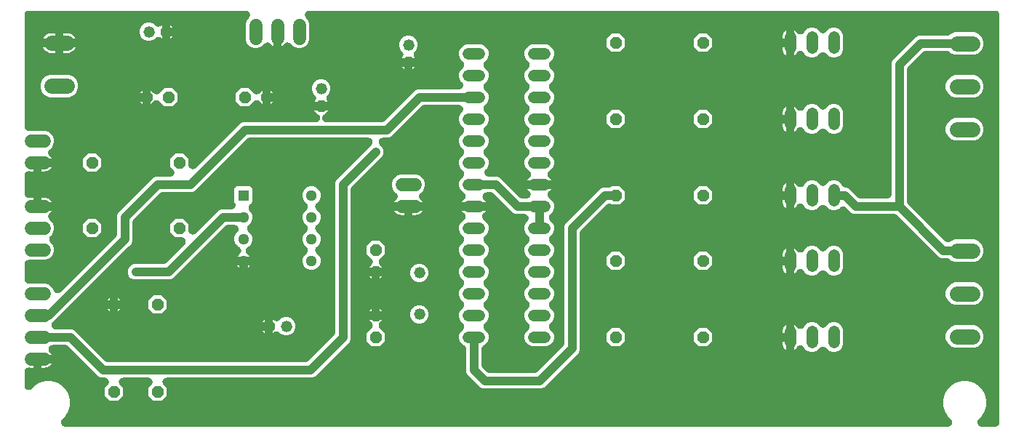
<source format=gbr>
G04 EAGLE Gerber RS-274X export*
G75*
%MOMM*%
%FSLAX34Y34*%
%LPD*%
%INBottom Copper*%
%IPPOS*%
%AMOC8*
5,1,8,0,0,1.08239X$1,22.5*%
G01*
%ADD10C,1.524000*%
%ADD11P,1.429621X8X292.500000*%
%ADD12P,1.429621X8X202.500000*%
%ADD13P,1.429621X8X22.500000*%
%ADD14C,1.320800*%
%ADD15C,1.320800*%
%ADD16C,1.790700*%
%ADD17P,1.429621X8X112.500000*%
%ADD18R,1.288000X1.288000*%
%ADD19C,1.288000*%
%ADD20C,1.000000*%
%ADD21C,0.756400*%
%ADD22C,1.000000*%

G36*
X1085437Y10177D02*
X1085437Y10177D01*
X1085688Y10186D01*
X1085753Y10197D01*
X1085818Y10201D01*
X1086064Y10248D01*
X1086311Y10289D01*
X1086374Y10308D01*
X1086439Y10320D01*
X1086678Y10398D01*
X1086917Y10470D01*
X1086977Y10496D01*
X1087040Y10517D01*
X1087267Y10624D01*
X1087495Y10725D01*
X1087551Y10759D01*
X1087611Y10787D01*
X1087822Y10923D01*
X1088036Y11052D01*
X1088088Y11093D01*
X1088143Y11128D01*
X1088336Y11289D01*
X1088532Y11444D01*
X1088578Y11491D01*
X1088628Y11533D01*
X1088798Y11717D01*
X1088974Y11896D01*
X1089014Y11949D01*
X1089058Y11997D01*
X1089204Y12200D01*
X1089356Y12400D01*
X1089389Y12457D01*
X1089427Y12510D01*
X1089545Y12730D01*
X1089671Y12948D01*
X1089696Y13009D01*
X1089727Y13066D01*
X1089817Y13300D01*
X1089914Y13531D01*
X1089931Y13595D01*
X1089955Y13656D01*
X1090015Y13899D01*
X1090082Y14141D01*
X1090091Y14206D01*
X1090107Y14270D01*
X1090136Y14518D01*
X1090171Y14766D01*
X1090172Y14832D01*
X1090180Y14897D01*
X1090177Y15147D01*
X1090181Y15398D01*
X1090174Y15464D01*
X1090173Y15530D01*
X1090139Y15777D01*
X1090111Y16027D01*
X1090095Y16091D01*
X1090086Y16156D01*
X1090021Y16397D01*
X1089962Y16641D01*
X1089939Y16703D01*
X1089922Y16766D01*
X1089826Y16997D01*
X1089737Y17232D01*
X1089706Y17290D01*
X1089681Y17350D01*
X1089557Y17569D01*
X1089439Y17789D01*
X1089401Y17843D01*
X1089369Y17900D01*
X1089219Y18100D01*
X1089074Y18305D01*
X1089024Y18360D01*
X1088990Y18406D01*
X1088893Y18506D01*
X1088722Y18695D01*
X1084766Y22651D01*
X1081454Y28388D01*
X1079739Y34788D01*
X1079739Y41412D01*
X1081454Y47812D01*
X1084766Y53549D01*
X1089451Y58234D01*
X1095188Y61546D01*
X1101588Y63261D01*
X1108212Y63261D01*
X1114612Y61546D01*
X1120349Y58234D01*
X1125034Y53549D01*
X1128346Y47812D01*
X1130061Y41412D01*
X1130061Y34788D01*
X1128346Y28388D01*
X1125034Y22651D01*
X1121078Y18695D01*
X1120912Y18507D01*
X1120742Y18323D01*
X1120703Y18270D01*
X1120660Y18221D01*
X1120519Y18013D01*
X1120373Y17810D01*
X1120342Y17752D01*
X1120305Y17697D01*
X1120192Y17474D01*
X1120073Y17254D01*
X1120049Y17192D01*
X1120019Y17134D01*
X1119935Y16897D01*
X1119845Y16664D01*
X1119829Y16600D01*
X1119807Y16538D01*
X1119753Y16294D01*
X1119693Y16050D01*
X1119686Y15985D01*
X1119672Y15921D01*
X1119649Y15671D01*
X1119620Y15423D01*
X1119621Y15357D01*
X1119615Y15291D01*
X1119624Y15040D01*
X1119627Y14790D01*
X1119636Y14726D01*
X1119638Y14660D01*
X1119679Y14412D01*
X1119714Y14164D01*
X1119731Y14101D01*
X1119741Y14036D01*
X1119813Y13796D01*
X1119878Y13554D01*
X1119903Y13493D01*
X1119922Y13430D01*
X1120024Y13201D01*
X1120119Y12970D01*
X1120151Y12912D01*
X1120178Y12852D01*
X1120307Y12638D01*
X1120431Y12420D01*
X1120471Y12367D01*
X1120505Y12311D01*
X1120660Y12115D01*
X1120810Y11914D01*
X1120856Y11867D01*
X1120897Y11816D01*
X1121076Y11640D01*
X1121250Y11460D01*
X1121302Y11419D01*
X1121349Y11373D01*
X1121548Y11222D01*
X1121744Y11066D01*
X1121800Y11031D01*
X1121852Y10992D01*
X1122069Y10867D01*
X1122284Y10736D01*
X1122344Y10709D01*
X1122400Y10677D01*
X1122632Y10580D01*
X1122860Y10478D01*
X1122923Y10459D01*
X1122984Y10433D01*
X1123226Y10367D01*
X1123465Y10294D01*
X1123530Y10283D01*
X1123593Y10266D01*
X1123841Y10230D01*
X1124088Y10188D01*
X1124162Y10184D01*
X1124219Y10176D01*
X1124358Y10174D01*
X1124613Y10161D01*
X1140340Y10161D01*
X1140525Y10172D01*
X1140710Y10174D01*
X1140840Y10192D01*
X1140971Y10201D01*
X1141152Y10236D01*
X1141336Y10261D01*
X1141462Y10295D01*
X1141592Y10320D01*
X1141768Y10378D01*
X1141946Y10426D01*
X1142067Y10476D01*
X1142192Y10517D01*
X1142360Y10596D01*
X1142530Y10666D01*
X1142645Y10731D01*
X1142763Y10787D01*
X1142919Y10887D01*
X1143080Y10978D01*
X1143185Y11057D01*
X1143296Y11128D01*
X1143438Y11247D01*
X1143586Y11358D01*
X1143680Y11449D01*
X1143781Y11533D01*
X1143907Y11669D01*
X1144040Y11798D01*
X1144122Y11900D01*
X1144211Y11997D01*
X1144319Y12147D01*
X1144434Y12291D01*
X1144503Y12404D01*
X1144579Y12510D01*
X1144667Y12673D01*
X1144764Y12831D01*
X1144817Y12951D01*
X1144880Y13066D01*
X1144946Y13239D01*
X1145022Y13408D01*
X1145060Y13533D01*
X1145108Y13656D01*
X1145152Y13836D01*
X1145206Y14013D01*
X1145228Y14142D01*
X1145259Y14270D01*
X1145281Y14453D01*
X1145312Y14636D01*
X1145320Y14789D01*
X1145332Y14897D01*
X1145331Y15006D01*
X1145339Y15160D01*
X1145339Y489540D01*
X1145328Y489725D01*
X1145326Y489910D01*
X1145308Y490040D01*
X1145299Y490171D01*
X1145264Y490352D01*
X1145239Y490536D01*
X1145205Y490662D01*
X1145180Y490792D01*
X1145122Y490968D01*
X1145074Y491146D01*
X1145024Y491267D01*
X1144983Y491392D01*
X1144904Y491560D01*
X1144834Y491730D01*
X1144769Y491845D01*
X1144713Y491963D01*
X1144613Y492119D01*
X1144522Y492280D01*
X1144443Y492385D01*
X1144372Y492496D01*
X1144253Y492638D01*
X1144142Y492786D01*
X1144051Y492880D01*
X1143967Y492981D01*
X1143831Y493107D01*
X1143702Y493240D01*
X1143600Y493322D01*
X1143503Y493411D01*
X1143353Y493519D01*
X1143209Y493634D01*
X1143096Y493703D01*
X1142990Y493779D01*
X1142827Y493867D01*
X1142669Y493964D01*
X1142549Y494017D01*
X1142434Y494080D01*
X1142261Y494146D01*
X1142092Y494222D01*
X1141967Y494260D01*
X1141844Y494308D01*
X1141664Y494352D01*
X1141487Y494406D01*
X1141358Y494428D01*
X1141230Y494459D01*
X1141047Y494481D01*
X1140864Y494512D01*
X1140711Y494520D01*
X1140603Y494532D01*
X1140494Y494531D01*
X1140340Y494539D01*
X341775Y494539D01*
X341525Y494523D01*
X341274Y494514D01*
X341209Y494503D01*
X341144Y494499D01*
X340898Y494452D01*
X340651Y494411D01*
X340588Y494392D01*
X340523Y494380D01*
X340285Y494302D01*
X340045Y494230D01*
X339985Y494204D01*
X339922Y494183D01*
X339696Y494076D01*
X339467Y493975D01*
X339411Y493941D01*
X339351Y493913D01*
X339140Y493777D01*
X338926Y493648D01*
X338874Y493607D01*
X338819Y493572D01*
X338626Y493411D01*
X338430Y493256D01*
X338384Y493209D01*
X338334Y493167D01*
X338164Y492983D01*
X337988Y492804D01*
X337948Y492752D01*
X337904Y492703D01*
X337758Y492500D01*
X337606Y492300D01*
X337574Y492243D01*
X337535Y492190D01*
X337416Y491969D01*
X337291Y491752D01*
X337266Y491691D01*
X337235Y491634D01*
X337145Y491400D01*
X337048Y491169D01*
X337031Y491105D01*
X337007Y491044D01*
X336947Y490801D01*
X336880Y490559D01*
X336871Y490494D01*
X336855Y490430D01*
X336827Y490182D01*
X336791Y489934D01*
X336790Y489868D01*
X336782Y489803D01*
X336785Y489553D01*
X336781Y489302D01*
X336788Y489236D01*
X336789Y489170D01*
X336823Y488923D01*
X336851Y488673D01*
X336867Y488609D01*
X336876Y488544D01*
X336941Y488303D01*
X337000Y488059D01*
X337023Y487997D01*
X337040Y487934D01*
X337136Y487703D01*
X337225Y487468D01*
X337256Y487410D01*
X337281Y487350D01*
X337405Y487132D01*
X337523Y486911D01*
X337561Y486857D01*
X337593Y486800D01*
X337743Y486600D01*
X337888Y486395D01*
X337938Y486340D01*
X337972Y486294D01*
X338070Y486194D01*
X338240Y486005D01*
X340106Y484139D01*
X341885Y479844D01*
X341885Y459956D01*
X340106Y455661D01*
X336819Y452374D01*
X332524Y450595D01*
X327876Y450595D01*
X323581Y452374D01*
X319948Y456007D01*
X319752Y456180D01*
X319560Y456357D01*
X319515Y456389D01*
X319474Y456425D01*
X319257Y456572D01*
X319044Y456723D01*
X318996Y456749D01*
X318950Y456780D01*
X318717Y456898D01*
X318487Y457021D01*
X318436Y457041D01*
X318387Y457065D01*
X318141Y457153D01*
X317896Y457246D01*
X317843Y457259D01*
X317791Y457278D01*
X317536Y457334D01*
X317282Y457395D01*
X317227Y457401D01*
X317174Y457413D01*
X316913Y457437D01*
X316654Y457466D01*
X316599Y457465D01*
X316544Y457470D01*
X316282Y457460D01*
X316022Y457456D01*
X315968Y457448D01*
X315913Y457446D01*
X315655Y457404D01*
X315396Y457367D01*
X315343Y457352D01*
X315289Y457343D01*
X315039Y457269D01*
X314786Y457199D01*
X314736Y457178D01*
X314683Y457163D01*
X314444Y457057D01*
X314203Y456956D01*
X314155Y456929D01*
X314105Y456907D01*
X313881Y456771D01*
X313655Y456642D01*
X313611Y456609D01*
X313564Y456580D01*
X313358Y456418D01*
X313151Y456260D01*
X313111Y456222D01*
X313069Y456188D01*
X312886Y456002D01*
X312699Y455818D01*
X312660Y455771D01*
X312657Y455767D01*
X311419Y454530D01*
X310125Y453590D01*
X309799Y453424D01*
X309799Y469900D01*
X309788Y470084D01*
X309786Y470269D01*
X309768Y470399D01*
X309759Y470530D01*
X309725Y470712D01*
X309699Y470895D01*
X309665Y471022D01*
X309640Y471151D01*
X309583Y471327D01*
X309534Y471506D01*
X309485Y471627D01*
X309444Y471752D01*
X309364Y471919D01*
X309294Y472090D01*
X309229Y472204D01*
X309173Y472323D01*
X309073Y472479D01*
X308982Y472640D01*
X308903Y472745D01*
X308832Y472855D01*
X308713Y472997D01*
X308602Y473145D01*
X308511Y473240D01*
X308427Y473341D01*
X308291Y473466D01*
X308163Y473599D01*
X308060Y473681D01*
X307964Y473771D01*
X307813Y473878D01*
X307669Y473994D01*
X307556Y474063D01*
X307450Y474139D01*
X307287Y474227D01*
X307129Y474323D01*
X307009Y474377D01*
X306894Y474439D01*
X306721Y474506D01*
X306552Y474582D01*
X306427Y474620D01*
X306304Y474667D01*
X306125Y474712D01*
X305948Y474765D01*
X305818Y474787D01*
X305691Y474819D01*
X305507Y474840D01*
X305324Y474871D01*
X305171Y474879D01*
X305063Y474892D01*
X305062Y474892D01*
X304954Y474891D01*
X304800Y474899D01*
X304615Y474887D01*
X304430Y474885D01*
X304300Y474867D01*
X304169Y474859D01*
X303987Y474824D01*
X303804Y474799D01*
X303677Y474765D01*
X303548Y474740D01*
X303372Y474682D01*
X303194Y474634D01*
X303073Y474584D01*
X302948Y474543D01*
X302780Y474464D01*
X302609Y474393D01*
X302495Y474329D01*
X302376Y474272D01*
X302220Y474172D01*
X302060Y474081D01*
X301955Y474002D01*
X301844Y473932D01*
X301702Y473813D01*
X301554Y473702D01*
X301460Y473611D01*
X301359Y473526D01*
X301233Y473391D01*
X301100Y473262D01*
X301018Y473159D01*
X300929Y473063D01*
X300821Y472913D01*
X300706Y472768D01*
X300637Y472656D01*
X300561Y472549D01*
X300473Y472387D01*
X300376Y472229D01*
X300322Y472109D01*
X300260Y471993D01*
X300193Y471821D01*
X300118Y471652D01*
X300080Y471526D01*
X300032Y471404D01*
X299988Y471224D01*
X299934Y471047D01*
X299912Y470917D01*
X299881Y470790D01*
X299859Y470607D01*
X299828Y470424D01*
X299820Y470270D01*
X299807Y470162D01*
X299809Y470053D01*
X299801Y469900D01*
X299801Y453424D01*
X299475Y453590D01*
X298181Y454530D01*
X296937Y455774D01*
X296903Y455817D01*
X296864Y455855D01*
X296829Y455897D01*
X296638Y456076D01*
X296451Y456259D01*
X296408Y456292D01*
X296368Y456329D01*
X296156Y456482D01*
X295947Y456641D01*
X295900Y456668D01*
X295856Y456699D01*
X295627Y456825D01*
X295399Y456955D01*
X295349Y456976D01*
X295301Y457002D01*
X295058Y457098D01*
X294816Y457199D01*
X294763Y457213D01*
X294713Y457233D01*
X294459Y457297D01*
X294206Y457367D01*
X294152Y457374D01*
X294100Y457387D01*
X293841Y457419D01*
X293581Y457456D01*
X293526Y457457D01*
X293472Y457463D01*
X293211Y457462D01*
X292949Y457466D01*
X292895Y457460D01*
X292840Y457459D01*
X292581Y457425D01*
X292320Y457396D01*
X292267Y457383D01*
X292214Y457376D01*
X291961Y457309D01*
X291706Y457247D01*
X291655Y457228D01*
X291603Y457214D01*
X291360Y457115D01*
X291115Y457022D01*
X291068Y456997D01*
X291017Y456976D01*
X290788Y456847D01*
X290558Y456724D01*
X290513Y456693D01*
X290466Y456666D01*
X290256Y456510D01*
X290042Y456359D01*
X289997Y456318D01*
X289959Y456289D01*
X289858Y456193D01*
X289652Y456007D01*
X286019Y452374D01*
X281724Y450595D01*
X277076Y450595D01*
X272781Y452374D01*
X269494Y455661D01*
X267715Y459956D01*
X267715Y479844D01*
X269494Y484139D01*
X271360Y486005D01*
X271526Y486193D01*
X271696Y486377D01*
X271735Y486430D01*
X271778Y486479D01*
X271919Y486687D01*
X272065Y486890D01*
X272096Y486948D01*
X272133Y487003D01*
X272246Y487226D01*
X272365Y487446D01*
X272389Y487508D01*
X272418Y487566D01*
X272503Y487802D01*
X272593Y488036D01*
X272609Y488100D01*
X272631Y488162D01*
X272685Y488406D01*
X272745Y488650D01*
X272752Y488715D01*
X272766Y488779D01*
X272789Y489029D01*
X272818Y489277D01*
X272817Y489343D01*
X272823Y489409D01*
X272814Y489660D01*
X272811Y489910D01*
X272802Y489975D01*
X272799Y490040D01*
X272759Y490288D01*
X272724Y490536D01*
X272707Y490599D01*
X272697Y490664D01*
X272625Y490904D01*
X272560Y491146D01*
X272535Y491207D01*
X272516Y491270D01*
X272414Y491499D01*
X272319Y491730D01*
X272287Y491788D01*
X272260Y491848D01*
X272131Y492062D01*
X272007Y492280D01*
X271967Y492333D01*
X271933Y492389D01*
X271778Y492585D01*
X271628Y492786D01*
X271582Y492833D01*
X271541Y492884D01*
X271362Y493060D01*
X271188Y493240D01*
X271136Y493281D01*
X271089Y493327D01*
X270890Y493478D01*
X270694Y493634D01*
X270638Y493669D01*
X270585Y493708D01*
X270369Y493833D01*
X270154Y493964D01*
X270094Y493991D01*
X270037Y494023D01*
X269806Y494120D01*
X269578Y494222D01*
X269515Y494241D01*
X269454Y494267D01*
X269212Y494333D01*
X268973Y494406D01*
X268908Y494417D01*
X268845Y494434D01*
X268597Y494470D01*
X268350Y494512D01*
X268276Y494516D01*
X268219Y494524D01*
X268079Y494526D01*
X267825Y494539D01*
X15160Y494539D01*
X14975Y494528D01*
X14790Y494526D01*
X14660Y494508D01*
X14529Y494499D01*
X14348Y494464D01*
X14164Y494439D01*
X14038Y494405D01*
X13908Y494380D01*
X13732Y494322D01*
X13554Y494274D01*
X13433Y494224D01*
X13308Y494183D01*
X13140Y494104D01*
X12970Y494034D01*
X12855Y493969D01*
X12737Y493913D01*
X12581Y493813D01*
X12420Y493722D01*
X12315Y493643D01*
X12204Y493572D01*
X12062Y493453D01*
X11914Y493342D01*
X11820Y493251D01*
X11719Y493167D01*
X11593Y493031D01*
X11460Y492902D01*
X11378Y492800D01*
X11289Y492703D01*
X11181Y492553D01*
X11066Y492409D01*
X10997Y492296D01*
X10921Y492190D01*
X10833Y492027D01*
X10736Y491869D01*
X10683Y491749D01*
X10620Y491634D01*
X10554Y491461D01*
X10478Y491292D01*
X10440Y491167D01*
X10392Y491044D01*
X10348Y490864D01*
X10294Y490687D01*
X10272Y490558D01*
X10241Y490430D01*
X10219Y490247D01*
X10188Y490064D01*
X10180Y489911D01*
X10168Y489803D01*
X10169Y489694D01*
X10161Y489540D01*
X10161Y359584D01*
X10172Y359399D01*
X10174Y359214D01*
X10192Y359084D01*
X10201Y358953D01*
X10236Y358772D01*
X10261Y358588D01*
X10295Y358462D01*
X10320Y358332D01*
X10378Y358156D01*
X10426Y357978D01*
X10476Y357857D01*
X10517Y357732D01*
X10596Y357564D01*
X10666Y357394D01*
X10731Y357279D01*
X10787Y357161D01*
X10887Y357005D01*
X10978Y356844D01*
X11057Y356739D01*
X11128Y356628D01*
X11247Y356486D01*
X11358Y356338D01*
X11449Y356244D01*
X11533Y356143D01*
X11669Y356017D01*
X11798Y355884D01*
X11900Y355802D01*
X11997Y355713D01*
X12147Y355605D01*
X12291Y355490D01*
X12404Y355421D01*
X12510Y355345D01*
X12673Y355257D01*
X12831Y355160D01*
X12951Y355107D01*
X13066Y355044D01*
X13239Y354978D01*
X13408Y354902D01*
X13533Y354864D01*
X13656Y354816D01*
X13836Y354772D01*
X14013Y354718D01*
X14142Y354696D01*
X14270Y354665D01*
X14453Y354643D01*
X14636Y354612D01*
X14789Y354604D01*
X14897Y354592D01*
X15006Y354593D01*
X15160Y354585D01*
X35344Y354585D01*
X39639Y352806D01*
X42926Y349519D01*
X44705Y345224D01*
X44705Y340576D01*
X42926Y336281D01*
X39293Y332648D01*
X39120Y332451D01*
X38942Y332259D01*
X38911Y332214D01*
X38875Y332174D01*
X38728Y331957D01*
X38576Y331743D01*
X38551Y331695D01*
X38520Y331650D01*
X38402Y331417D01*
X38278Y331186D01*
X38259Y331135D01*
X38235Y331087D01*
X38146Y330839D01*
X38053Y330595D01*
X38040Y330542D01*
X38022Y330491D01*
X37966Y330236D01*
X37904Y329981D01*
X37898Y329927D01*
X37887Y329874D01*
X37863Y329613D01*
X37834Y329353D01*
X37835Y329298D01*
X37830Y329244D01*
X37840Y328982D01*
X37844Y328721D01*
X37852Y328667D01*
X37854Y328613D01*
X37896Y328355D01*
X37933Y328095D01*
X37948Y328042D01*
X37956Y327989D01*
X38031Y327738D01*
X38101Y327485D01*
X38122Y327435D01*
X38137Y327383D01*
X38243Y327144D01*
X38344Y326902D01*
X38371Y326855D01*
X38393Y326805D01*
X38529Y326581D01*
X38659Y326354D01*
X38692Y326311D01*
X38720Y326264D01*
X38882Y326058D01*
X39040Y325850D01*
X39078Y325811D01*
X39112Y325769D01*
X39299Y325585D01*
X39482Y325398D01*
X39529Y325360D01*
X39534Y325355D01*
X40770Y324119D01*
X41710Y322825D01*
X41876Y322499D01*
X25400Y322499D01*
X25216Y322488D01*
X25031Y322486D01*
X24901Y322468D01*
X24770Y322459D01*
X24588Y322425D01*
X24405Y322399D01*
X24278Y322365D01*
X24149Y322340D01*
X23973Y322283D01*
X23794Y322234D01*
X23673Y322185D01*
X23548Y322144D01*
X23381Y322064D01*
X23210Y321994D01*
X23096Y321929D01*
X22977Y321873D01*
X22821Y321773D01*
X22660Y321682D01*
X22555Y321603D01*
X22445Y321532D01*
X22302Y321413D01*
X22155Y321302D01*
X22154Y321302D01*
X22060Y321211D01*
X21959Y321127D01*
X21959Y321126D01*
X21833Y320991D01*
X21700Y320862D01*
X21618Y320759D01*
X21529Y320663D01*
X21421Y320513D01*
X21306Y320368D01*
X21237Y320256D01*
X21161Y320149D01*
X21073Y319987D01*
X20976Y319829D01*
X20922Y319709D01*
X20860Y319593D01*
X20793Y319421D01*
X20718Y319252D01*
X20680Y319126D01*
X20632Y319004D01*
X20588Y318824D01*
X20534Y318647D01*
X20512Y318517D01*
X20481Y318390D01*
X20459Y318207D01*
X20428Y318024D01*
X20420Y317870D01*
X20407Y317762D01*
X20409Y317653D01*
X20401Y317500D01*
X20401Y307339D01*
X16980Y307339D01*
X15942Y307504D01*
X15682Y307528D01*
X15423Y307558D01*
X15367Y307558D01*
X15313Y307563D01*
X15051Y307554D01*
X14790Y307552D01*
X14736Y307544D01*
X14681Y307542D01*
X14423Y307501D01*
X14164Y307465D01*
X14111Y307451D01*
X14057Y307442D01*
X13806Y307368D01*
X13554Y307300D01*
X13503Y307279D01*
X13450Y307264D01*
X13211Y307159D01*
X12970Y307060D01*
X12922Y307033D01*
X12871Y307011D01*
X12647Y306877D01*
X12420Y306748D01*
X12376Y306715D01*
X12329Y306686D01*
X12123Y306525D01*
X11914Y306368D01*
X11875Y306330D01*
X11831Y306296D01*
X11648Y306110D01*
X11460Y305928D01*
X11426Y305885D01*
X11387Y305846D01*
X11229Y305639D01*
X11066Y305435D01*
X11037Y305388D01*
X11004Y305344D01*
X10873Y305119D01*
X10736Y304895D01*
X10714Y304845D01*
X10686Y304797D01*
X10584Y304556D01*
X10478Y304318D01*
X10462Y304266D01*
X10441Y304215D01*
X10370Y303963D01*
X10294Y303713D01*
X10285Y303659D01*
X10270Y303606D01*
X10232Y303348D01*
X10188Y303090D01*
X10185Y303029D01*
X10178Y302981D01*
X10175Y302842D01*
X10161Y302566D01*
X10161Y281634D01*
X10177Y281374D01*
X10188Y281112D01*
X10197Y281058D01*
X10201Y281003D01*
X10250Y280747D01*
X10294Y280489D01*
X10310Y280437D01*
X10320Y280382D01*
X10401Y280133D01*
X10477Y279884D01*
X10499Y279834D01*
X10517Y279782D01*
X10629Y279545D01*
X10735Y279307D01*
X10764Y279260D01*
X10787Y279211D01*
X10929Y278990D01*
X11064Y278767D01*
X11098Y278725D01*
X11128Y278678D01*
X11296Y278478D01*
X11459Y278274D01*
X11498Y278235D01*
X11533Y278193D01*
X11724Y278016D01*
X11912Y277833D01*
X11956Y277800D01*
X11997Y277763D01*
X12208Y277611D01*
X12418Y277454D01*
X12466Y277427D01*
X12510Y277395D01*
X12739Y277271D01*
X12967Y277141D01*
X13018Y277120D01*
X13066Y277094D01*
X13310Y277000D01*
X13552Y276901D01*
X13605Y276886D01*
X13656Y276866D01*
X13910Y276804D01*
X14162Y276735D01*
X14216Y276728D01*
X14270Y276715D01*
X14529Y276685D01*
X14788Y276649D01*
X14843Y276648D01*
X14897Y276642D01*
X15158Y276644D01*
X15420Y276641D01*
X15481Y276648D01*
X15530Y276648D01*
X15668Y276667D01*
X15942Y276696D01*
X16980Y276861D01*
X20401Y276861D01*
X20401Y266700D01*
X20412Y266516D01*
X20414Y266331D01*
X20432Y266201D01*
X20441Y266070D01*
X20475Y265888D01*
X20501Y265705D01*
X20535Y265578D01*
X20560Y265449D01*
X20617Y265273D01*
X20666Y265094D01*
X20715Y264973D01*
X20756Y264848D01*
X20836Y264681D01*
X20906Y264510D01*
X20971Y264396D01*
X21027Y264277D01*
X21127Y264121D01*
X21218Y263960D01*
X21297Y263855D01*
X21368Y263745D01*
X21487Y263602D01*
X21598Y263455D01*
X21689Y263360D01*
X21773Y263259D01*
X21774Y263259D01*
X21909Y263133D01*
X22037Y263001D01*
X22038Y263000D01*
X22141Y262918D01*
X22237Y262829D01*
X22387Y262721D01*
X22532Y262606D01*
X22644Y262537D01*
X22751Y262461D01*
X22913Y262373D01*
X23071Y262276D01*
X23191Y262222D01*
X23307Y262160D01*
X23479Y262093D01*
X23648Y262018D01*
X23774Y261980D01*
X23896Y261932D01*
X24076Y261888D01*
X24253Y261834D01*
X24383Y261812D01*
X24510Y261781D01*
X24693Y261759D01*
X24876Y261728D01*
X25030Y261720D01*
X25138Y261707D01*
X25247Y261709D01*
X25400Y261701D01*
X41876Y261701D01*
X41710Y261375D01*
X40770Y260081D01*
X39526Y258837D01*
X39483Y258803D01*
X39445Y258764D01*
X39403Y258729D01*
X39224Y258538D01*
X39041Y258351D01*
X39008Y258308D01*
X38971Y258268D01*
X38818Y258056D01*
X38659Y257847D01*
X38632Y257800D01*
X38601Y257756D01*
X38475Y257527D01*
X38345Y257299D01*
X38324Y257249D01*
X38298Y257201D01*
X38202Y256958D01*
X38101Y256716D01*
X38087Y256663D01*
X38067Y256613D01*
X38003Y256358D01*
X37933Y256106D01*
X37926Y256052D01*
X37913Y256000D01*
X37881Y255741D01*
X37844Y255481D01*
X37843Y255426D01*
X37837Y255372D01*
X37838Y255111D01*
X37834Y254849D01*
X37840Y254795D01*
X37841Y254740D01*
X37875Y254481D01*
X37904Y254220D01*
X37917Y254167D01*
X37924Y254114D01*
X37991Y253861D01*
X38053Y253606D01*
X38072Y253555D01*
X38086Y253503D01*
X38185Y253260D01*
X38278Y253015D01*
X38303Y252968D01*
X38324Y252917D01*
X38452Y252689D01*
X38576Y252458D01*
X38607Y252413D01*
X38634Y252366D01*
X38790Y252156D01*
X38941Y251942D01*
X38982Y251897D01*
X39011Y251859D01*
X39107Y251758D01*
X39293Y251552D01*
X42926Y247919D01*
X44705Y243624D01*
X44705Y238976D01*
X42926Y234681D01*
X40380Y232135D01*
X40257Y231996D01*
X40128Y231864D01*
X40049Y231759D01*
X39962Y231661D01*
X39858Y231508D01*
X39746Y231360D01*
X39681Y231246D01*
X39607Y231137D01*
X39524Y230973D01*
X39432Y230812D01*
X39381Y230691D01*
X39322Y230574D01*
X39260Y230400D01*
X39188Y230229D01*
X39153Y230102D01*
X39109Y229978D01*
X39070Y229798D01*
X39020Y229619D01*
X39002Y229489D01*
X38974Y229361D01*
X38957Y229177D01*
X38931Y228994D01*
X38929Y228862D01*
X38917Y228731D01*
X38924Y228547D01*
X38921Y228362D01*
X38936Y228231D01*
X38941Y228100D01*
X38971Y227917D01*
X38991Y227733D01*
X39022Y227606D01*
X39043Y227476D01*
X39096Y227299D01*
X39140Y227119D01*
X39187Y226996D01*
X39224Y226870D01*
X39299Y226701D01*
X39365Y226528D01*
X39427Y226413D01*
X39480Y226292D01*
X39576Y226134D01*
X39663Y225971D01*
X39739Y225864D01*
X39807Y225751D01*
X39922Y225606D01*
X40028Y225455D01*
X40131Y225341D01*
X40199Y225256D01*
X40277Y225179D01*
X40380Y225065D01*
X42926Y222519D01*
X44705Y218224D01*
X44705Y213576D01*
X42926Y209281D01*
X39639Y205994D01*
X35344Y204215D01*
X15160Y204215D01*
X14975Y204204D01*
X14790Y204202D01*
X14660Y204184D01*
X14529Y204175D01*
X14348Y204140D01*
X14164Y204115D01*
X14038Y204081D01*
X13908Y204056D01*
X13732Y203998D01*
X13554Y203950D01*
X13433Y203900D01*
X13308Y203859D01*
X13140Y203780D01*
X12970Y203710D01*
X12855Y203645D01*
X12737Y203589D01*
X12581Y203489D01*
X12420Y203398D01*
X12315Y203319D01*
X12204Y203248D01*
X12062Y203129D01*
X11914Y203018D01*
X11820Y202927D01*
X11719Y202843D01*
X11593Y202707D01*
X11460Y202578D01*
X11378Y202476D01*
X11289Y202379D01*
X11181Y202229D01*
X11066Y202085D01*
X10997Y201972D01*
X10921Y201866D01*
X10833Y201703D01*
X10736Y201545D01*
X10683Y201425D01*
X10620Y201310D01*
X10554Y201137D01*
X10478Y200968D01*
X10440Y200843D01*
X10392Y200720D01*
X10348Y200540D01*
X10294Y200363D01*
X10272Y200234D01*
X10241Y200106D01*
X10219Y199923D01*
X10188Y199740D01*
X10180Y199587D01*
X10168Y199479D01*
X10169Y199370D01*
X10161Y199216D01*
X10161Y181784D01*
X10172Y181599D01*
X10174Y181414D01*
X10192Y181284D01*
X10201Y181153D01*
X10236Y180972D01*
X10261Y180788D01*
X10295Y180662D01*
X10320Y180532D01*
X10378Y180356D01*
X10426Y180178D01*
X10476Y180057D01*
X10517Y179932D01*
X10596Y179764D01*
X10666Y179594D01*
X10731Y179479D01*
X10787Y179361D01*
X10887Y179205D01*
X10978Y179044D01*
X11057Y178939D01*
X11128Y178828D01*
X11247Y178686D01*
X11358Y178538D01*
X11449Y178444D01*
X11533Y178343D01*
X11669Y178217D01*
X11798Y178084D01*
X11900Y178002D01*
X11997Y177913D01*
X12147Y177805D01*
X12291Y177690D01*
X12404Y177621D01*
X12510Y177545D01*
X12673Y177457D01*
X12831Y177360D01*
X12951Y177307D01*
X13066Y177244D01*
X13239Y177178D01*
X13408Y177102D01*
X13533Y177064D01*
X13656Y177016D01*
X13836Y176972D01*
X14013Y176918D01*
X14142Y176896D01*
X14270Y176865D01*
X14453Y176843D01*
X14636Y176812D01*
X14789Y176804D01*
X14897Y176792D01*
X15006Y176793D01*
X15160Y176785D01*
X35344Y176785D01*
X39639Y175006D01*
X42926Y171719D01*
X44273Y168468D01*
X44369Y168272D01*
X44457Y168073D01*
X44507Y167989D01*
X44551Y167900D01*
X44671Y167718D01*
X44783Y167532D01*
X44844Y167455D01*
X44899Y167372D01*
X45040Y167207D01*
X45176Y167036D01*
X45246Y166967D01*
X45310Y166892D01*
X45472Y166746D01*
X45627Y166594D01*
X45706Y166535D01*
X45779Y166468D01*
X45958Y166344D01*
X46131Y166212D01*
X46217Y166163D01*
X46297Y166107D01*
X46490Y166006D01*
X46679Y165897D01*
X46770Y165859D01*
X46857Y165814D01*
X47061Y165738D01*
X47263Y165654D01*
X47358Y165628D01*
X47450Y165594D01*
X47662Y165544D01*
X47872Y165486D01*
X47970Y165472D01*
X48066Y165450D01*
X48282Y165428D01*
X48498Y165397D01*
X48596Y165395D01*
X48694Y165385D01*
X48912Y165391D01*
X49130Y165387D01*
X49228Y165398D01*
X49326Y165400D01*
X49541Y165433D01*
X49758Y165457D01*
X49854Y165480D01*
X49951Y165495D01*
X50160Y165555D01*
X50372Y165606D01*
X50464Y165641D01*
X50559Y165668D01*
X50760Y165753D01*
X50963Y165831D01*
X51050Y165877D01*
X51141Y165916D01*
X51328Y166026D01*
X51521Y166129D01*
X51601Y166186D01*
X51686Y166236D01*
X51858Y166368D01*
X52036Y166494D01*
X52120Y166570D01*
X52187Y166621D01*
X52278Y166712D01*
X52426Y166846D01*
X116471Y230890D01*
X116550Y230980D01*
X116636Y231063D01*
X116759Y231217D01*
X116889Y231365D01*
X116956Y231464D01*
X117030Y231557D01*
X117133Y231725D01*
X117243Y231888D01*
X117297Y231995D01*
X117360Y232096D01*
X117440Y232276D01*
X117529Y232452D01*
X117569Y232564D01*
X117618Y232673D01*
X117675Y232862D01*
X117742Y233047D01*
X117767Y233164D01*
X117802Y233278D01*
X117835Y233472D01*
X117877Y233665D01*
X117888Y233783D01*
X117908Y233901D01*
X117921Y234155D01*
X117934Y234294D01*
X117931Y234352D01*
X117935Y234425D01*
X117935Y255803D01*
X119315Y259135D01*
X159965Y299785D01*
X163297Y301165D01*
X179678Y301165D01*
X179928Y301181D01*
X180179Y301190D01*
X180244Y301201D01*
X180309Y301205D01*
X180555Y301252D01*
X180802Y301293D01*
X180865Y301312D01*
X180930Y301324D01*
X181168Y301402D01*
X181408Y301474D01*
X181468Y301500D01*
X181530Y301521D01*
X181757Y301628D01*
X181986Y301729D01*
X182042Y301763D01*
X182102Y301791D01*
X182313Y301927D01*
X182527Y302056D01*
X182579Y302097D01*
X182634Y302132D01*
X182826Y302293D01*
X183023Y302448D01*
X183069Y302495D01*
X183119Y302537D01*
X183289Y302721D01*
X183465Y302900D01*
X183505Y302953D01*
X183549Y303001D01*
X183695Y303204D01*
X183846Y303404D01*
X183879Y303461D01*
X183917Y303514D01*
X184036Y303734D01*
X184161Y303952D01*
X184187Y304013D01*
X184218Y304070D01*
X184308Y304304D01*
X184405Y304535D01*
X184422Y304599D01*
X184446Y304660D01*
X184506Y304903D01*
X184572Y305145D01*
X184582Y305210D01*
X184597Y305274D01*
X184626Y305522D01*
X184662Y305770D01*
X184663Y305836D01*
X184671Y305901D01*
X184668Y306151D01*
X184672Y306402D01*
X184664Y306468D01*
X184664Y306534D01*
X184630Y306781D01*
X184602Y307031D01*
X184586Y307095D01*
X184577Y307160D01*
X184512Y307401D01*
X184453Y307645D01*
X184430Y307707D01*
X184412Y307770D01*
X184317Y308001D01*
X184228Y308236D01*
X184197Y308294D01*
X184172Y308354D01*
X184048Y308573D01*
X183930Y308793D01*
X183892Y308847D01*
X183860Y308904D01*
X183709Y309104D01*
X183564Y309309D01*
X183515Y309364D01*
X183480Y309410D01*
X183383Y309510D01*
X183213Y309699D01*
X179831Y313081D01*
X179831Y321919D01*
X186081Y328169D01*
X194919Y328169D01*
X201169Y321919D01*
X201169Y314957D01*
X201185Y314708D01*
X201194Y314457D01*
X201205Y314392D01*
X201209Y314327D01*
X201256Y314081D01*
X201297Y313833D01*
X201316Y313770D01*
X201328Y313706D01*
X201406Y313467D01*
X201478Y313228D01*
X201504Y313168D01*
X201525Y313105D01*
X201632Y312878D01*
X201733Y312650D01*
X201767Y312594D01*
X201795Y312534D01*
X201931Y312322D01*
X202060Y312109D01*
X202101Y312057D01*
X202136Y312002D01*
X202297Y311809D01*
X202452Y311613D01*
X202499Y311567D01*
X202541Y311516D01*
X202725Y311346D01*
X202904Y311171D01*
X202956Y311131D01*
X203005Y311086D01*
X203208Y310941D01*
X203408Y310789D01*
X203465Y310756D01*
X203518Y310718D01*
X203738Y310599D01*
X203956Y310474D01*
X204017Y310449D01*
X204074Y310418D01*
X204308Y310327D01*
X204539Y310231D01*
X204603Y310213D01*
X204664Y310190D01*
X204907Y310130D01*
X205149Y310063D01*
X205214Y310054D01*
X205278Y310038D01*
X205526Y310009D01*
X205774Y309974D01*
X205840Y309973D01*
X205905Y309965D01*
X206155Y309968D01*
X206406Y309964D01*
X206472Y309971D01*
X206538Y309972D01*
X206785Y310006D01*
X207035Y310034D01*
X207099Y310049D01*
X207164Y310058D01*
X207405Y310124D01*
X207649Y310183D01*
X207711Y310206D01*
X207774Y310223D01*
X208006Y310318D01*
X208240Y310408D01*
X208298Y310439D01*
X208358Y310464D01*
X208577Y310588D01*
X208797Y310705D01*
X208851Y310743D01*
X208908Y310776D01*
X209109Y310926D01*
X209313Y311071D01*
X209367Y311120D01*
X209414Y311155D01*
X209514Y311253D01*
X209703Y311422D01*
X261565Y363285D01*
X264897Y364665D01*
X349473Y364665D01*
X349723Y364681D01*
X349974Y364690D01*
X350039Y364701D01*
X350104Y364705D01*
X350350Y364752D01*
X350597Y364793D01*
X350660Y364812D01*
X350725Y364824D01*
X350964Y364902D01*
X351203Y364974D01*
X351263Y365000D01*
X351326Y365021D01*
X351553Y365128D01*
X351781Y365229D01*
X351837Y365263D01*
X351897Y365291D01*
X352108Y365427D01*
X352322Y365556D01*
X352374Y365597D01*
X352429Y365632D01*
X352622Y365793D01*
X352818Y365948D01*
X352864Y365995D01*
X352914Y366037D01*
X353085Y366221D01*
X353260Y366400D01*
X353300Y366452D01*
X353345Y366501D01*
X353490Y366704D01*
X353642Y366904D01*
X353675Y366961D01*
X353713Y367014D01*
X353831Y367234D01*
X353957Y367452D01*
X353982Y367513D01*
X354013Y367570D01*
X354104Y367804D01*
X354200Y368035D01*
X354217Y368099D01*
X354241Y368160D01*
X354301Y368403D01*
X354368Y368645D01*
X354377Y368710D01*
X354393Y368774D01*
X354422Y369022D01*
X354457Y369270D01*
X354458Y369336D01*
X354466Y369401D01*
X354463Y369651D01*
X354467Y369902D01*
X354460Y369968D01*
X354459Y370034D01*
X354425Y370281D01*
X354397Y370531D01*
X354382Y370595D01*
X354373Y370660D01*
X354307Y370901D01*
X354248Y371145D01*
X354225Y371207D01*
X354208Y371270D01*
X354113Y371501D01*
X354023Y371736D01*
X353992Y371794D01*
X353967Y371854D01*
X353843Y372073D01*
X353725Y372293D01*
X353687Y372347D01*
X353655Y372404D01*
X353505Y372604D01*
X353360Y372809D01*
X353310Y372864D01*
X353276Y372910D01*
X353178Y373010D01*
X353008Y373199D01*
X347667Y378541D01*
X355600Y378541D01*
X363533Y378541D01*
X358192Y373199D01*
X358026Y373011D01*
X357855Y372827D01*
X357817Y372774D01*
X357774Y372725D01*
X357633Y372517D01*
X357487Y372314D01*
X357456Y372256D01*
X357419Y372201D01*
X357306Y371978D01*
X357187Y371758D01*
X357163Y371696D01*
X357133Y371638D01*
X357049Y371402D01*
X356959Y371168D01*
X356943Y371104D01*
X356921Y371042D01*
X356867Y370798D01*
X356807Y370554D01*
X356800Y370489D01*
X356786Y370425D01*
X356763Y370175D01*
X356734Y369927D01*
X356735Y369861D01*
X356729Y369795D01*
X356738Y369544D01*
X356741Y369294D01*
X356750Y369230D01*
X356752Y369164D01*
X356793Y368916D01*
X356827Y368668D01*
X356845Y368605D01*
X356855Y368540D01*
X356927Y368300D01*
X356992Y368058D01*
X357017Y367997D01*
X357036Y367934D01*
X357138Y367705D01*
X357233Y367474D01*
X357265Y367416D01*
X357292Y367356D01*
X357421Y367142D01*
X357545Y366924D01*
X357584Y366871D01*
X357618Y366815D01*
X357774Y366619D01*
X357924Y366418D01*
X357970Y366371D01*
X358011Y366319D01*
X358190Y366144D01*
X358364Y365964D01*
X358416Y365923D01*
X358463Y365877D01*
X358662Y365727D01*
X358858Y365570D01*
X358914Y365535D01*
X358966Y365496D01*
X359183Y365371D01*
X359397Y365240D01*
X359458Y365213D01*
X359514Y365181D01*
X359745Y365085D01*
X359974Y364982D01*
X360037Y364963D01*
X360098Y364937D01*
X360340Y364871D01*
X360579Y364798D01*
X360644Y364787D01*
X360707Y364770D01*
X360956Y364734D01*
X361202Y364692D01*
X361276Y364688D01*
X361333Y364680D01*
X361473Y364678D01*
X361727Y364665D01*
X425975Y364665D01*
X426094Y364672D01*
X426213Y364670D01*
X426409Y364692D01*
X426605Y364705D01*
X426722Y364727D01*
X426841Y364740D01*
X427033Y364787D01*
X427226Y364824D01*
X427340Y364861D01*
X427456Y364889D01*
X427639Y364959D01*
X427827Y365021D01*
X427935Y365072D01*
X428046Y365114D01*
X428220Y365207D01*
X428398Y365291D01*
X428499Y365356D01*
X428604Y365412D01*
X428764Y365526D01*
X428930Y365632D01*
X429022Y365709D01*
X429119Y365778D01*
X429308Y365948D01*
X429415Y366037D01*
X429455Y366080D01*
X429510Y366129D01*
X464765Y401385D01*
X468097Y402765D01*
X515974Y402765D01*
X516224Y402781D01*
X516475Y402790D01*
X516540Y402801D01*
X516605Y402805D01*
X516851Y402852D01*
X517098Y402893D01*
X517161Y402912D01*
X517226Y402924D01*
X517464Y403002D01*
X517704Y403074D01*
X517764Y403100D01*
X517826Y403121D01*
X518053Y403228D01*
X518282Y403329D01*
X518338Y403363D01*
X518398Y403391D01*
X518609Y403527D01*
X518823Y403656D01*
X518875Y403697D01*
X518930Y403732D01*
X519122Y403893D01*
X519319Y404048D01*
X519365Y404095D01*
X519415Y404137D01*
X519585Y404321D01*
X519761Y404500D01*
X519801Y404552D01*
X519845Y404601D01*
X519991Y404804D01*
X520142Y405004D01*
X520175Y405061D01*
X520213Y405114D01*
X520332Y405335D01*
X520457Y405552D01*
X520483Y405613D01*
X520514Y405670D01*
X520604Y405904D01*
X520701Y406135D01*
X520718Y406199D01*
X520742Y406260D01*
X520802Y406503D01*
X520868Y406745D01*
X520878Y406810D01*
X520893Y406874D01*
X520922Y407122D01*
X520958Y407370D01*
X520959Y407436D01*
X520967Y407501D01*
X520964Y407751D01*
X520968Y408002D01*
X520960Y408068D01*
X520960Y408134D01*
X520926Y408381D01*
X520898Y408631D01*
X520882Y408695D01*
X520873Y408760D01*
X520808Y409001D01*
X520749Y409245D01*
X520726Y409307D01*
X520708Y409370D01*
X520613Y409601D01*
X520524Y409836D01*
X520493Y409894D01*
X520468Y409954D01*
X520344Y410172D01*
X520226Y410393D01*
X520188Y410447D01*
X520156Y410504D01*
X520006Y410704D01*
X519860Y410909D01*
X519811Y410964D01*
X519776Y411010D01*
X519679Y411110D01*
X519509Y411299D01*
X517751Y413057D01*
X516127Y416978D01*
X516127Y421222D01*
X517751Y425143D01*
X520873Y428265D01*
X520995Y428404D01*
X521125Y428536D01*
X521204Y428641D01*
X521291Y428739D01*
X521395Y428892D01*
X521506Y429040D01*
X521572Y429154D01*
X521646Y429263D01*
X521729Y429428D01*
X521821Y429588D01*
X521872Y429709D01*
X521931Y429826D01*
X521993Y430001D01*
X522065Y430171D01*
X522100Y430298D01*
X522144Y430422D01*
X522183Y430602D01*
X522232Y430781D01*
X522251Y430911D01*
X522279Y431039D01*
X522296Y431223D01*
X522322Y431406D01*
X522324Y431538D01*
X522336Y431669D01*
X522329Y431854D01*
X522332Y432038D01*
X522317Y432169D01*
X522312Y432300D01*
X522282Y432483D01*
X522262Y432667D01*
X522231Y432795D01*
X522209Y432924D01*
X522157Y433101D01*
X522113Y433281D01*
X522066Y433404D01*
X522029Y433530D01*
X521954Y433699D01*
X521888Y433872D01*
X521826Y433988D01*
X521773Y434108D01*
X521677Y434266D01*
X521590Y434429D01*
X521514Y434536D01*
X521446Y434649D01*
X521331Y434794D01*
X521224Y434945D01*
X521122Y435059D01*
X521054Y435145D01*
X520976Y435221D01*
X520873Y435335D01*
X517751Y438457D01*
X516127Y442378D01*
X516127Y446622D01*
X517751Y450543D01*
X520753Y453545D01*
X524674Y455169D01*
X542126Y455169D01*
X546047Y453545D01*
X549049Y450543D01*
X550673Y446622D01*
X550673Y442378D01*
X549049Y438457D01*
X545927Y435335D01*
X545804Y435196D01*
X545675Y435064D01*
X545596Y434959D01*
X545509Y434861D01*
X545405Y434708D01*
X545294Y434560D01*
X545228Y434446D01*
X545154Y434337D01*
X545071Y434173D01*
X544979Y434012D01*
X544928Y433891D01*
X544869Y433774D01*
X544806Y433599D01*
X544735Y433429D01*
X544700Y433302D01*
X544656Y433178D01*
X544617Y432998D01*
X544568Y432819D01*
X544549Y432689D01*
X544521Y432561D01*
X544504Y432377D01*
X544478Y432194D01*
X544476Y432062D01*
X544464Y431931D01*
X544471Y431746D01*
X544468Y431562D01*
X544483Y431431D01*
X544488Y431300D01*
X544518Y431117D01*
X544538Y430933D01*
X544569Y430806D01*
X544591Y430676D01*
X544643Y430499D01*
X544687Y430319D01*
X544734Y430196D01*
X544771Y430070D01*
X544846Y429901D01*
X544912Y429728D01*
X544974Y429613D01*
X545027Y429492D01*
X545123Y429334D01*
X545210Y429171D01*
X545286Y429064D01*
X545354Y428951D01*
X545469Y428806D01*
X545576Y428655D01*
X545678Y428541D01*
X545746Y428456D01*
X545824Y428379D01*
X545927Y428265D01*
X549049Y425143D01*
X550673Y421222D01*
X550673Y416978D01*
X549049Y413057D01*
X545927Y409935D01*
X545804Y409796D01*
X545675Y409664D01*
X545596Y409559D01*
X545509Y409461D01*
X545405Y409308D01*
X545294Y409160D01*
X545228Y409046D01*
X545154Y408937D01*
X545071Y408773D01*
X544979Y408612D01*
X544928Y408491D01*
X544869Y408374D01*
X544806Y408199D01*
X544735Y408029D01*
X544700Y407902D01*
X544656Y407778D01*
X544617Y407598D01*
X544568Y407419D01*
X544549Y407289D01*
X544521Y407161D01*
X544504Y406977D01*
X544478Y406794D01*
X544476Y406662D01*
X544464Y406531D01*
X544471Y406346D01*
X544468Y406162D01*
X544483Y406031D01*
X544488Y405900D01*
X544518Y405717D01*
X544538Y405533D01*
X544569Y405406D01*
X544591Y405276D01*
X544643Y405099D01*
X544687Y404919D01*
X544734Y404796D01*
X544771Y404670D01*
X544846Y404501D01*
X544912Y404328D01*
X544974Y404213D01*
X545027Y404092D01*
X545123Y403934D01*
X545210Y403771D01*
X545286Y403664D01*
X545354Y403551D01*
X545469Y403406D01*
X545576Y403255D01*
X545678Y403141D01*
X545746Y403056D01*
X545824Y402979D01*
X545927Y402865D01*
X549049Y399743D01*
X550673Y395822D01*
X550673Y391578D01*
X549049Y387657D01*
X545927Y384535D01*
X545804Y384396D01*
X545675Y384264D01*
X545596Y384159D01*
X545509Y384061D01*
X545405Y383908D01*
X545294Y383760D01*
X545228Y383646D01*
X545154Y383537D01*
X545071Y383373D01*
X544979Y383212D01*
X544928Y383091D01*
X544869Y382974D01*
X544806Y382799D01*
X544735Y382629D01*
X544700Y382502D01*
X544656Y382378D01*
X544617Y382198D01*
X544568Y382019D01*
X544549Y381889D01*
X544521Y381761D01*
X544504Y381577D01*
X544478Y381394D01*
X544476Y381262D01*
X544464Y381131D01*
X544471Y380946D01*
X544468Y380762D01*
X544483Y380631D01*
X544488Y380500D01*
X544518Y380317D01*
X544538Y380133D01*
X544569Y380006D01*
X544591Y379876D01*
X544643Y379699D01*
X544687Y379519D01*
X544734Y379396D01*
X544771Y379270D01*
X544846Y379101D01*
X544912Y378928D01*
X544974Y378813D01*
X545027Y378692D01*
X545123Y378534D01*
X545210Y378371D01*
X545286Y378264D01*
X545354Y378151D01*
X545469Y378006D01*
X545576Y377855D01*
X545678Y377741D01*
X545746Y377656D01*
X545824Y377579D01*
X545927Y377465D01*
X549049Y374343D01*
X550673Y370422D01*
X550673Y366178D01*
X549049Y362257D01*
X545927Y359135D01*
X545804Y358996D01*
X545675Y358864D01*
X545596Y358759D01*
X545509Y358661D01*
X545405Y358508D01*
X545294Y358360D01*
X545228Y358246D01*
X545154Y358137D01*
X545071Y357973D01*
X544979Y357812D01*
X544928Y357691D01*
X544869Y357574D01*
X544806Y357399D01*
X544735Y357229D01*
X544700Y357102D01*
X544656Y356978D01*
X544617Y356798D01*
X544568Y356619D01*
X544549Y356489D01*
X544521Y356361D01*
X544504Y356177D01*
X544478Y355994D01*
X544476Y355862D01*
X544464Y355731D01*
X544471Y355546D01*
X544468Y355362D01*
X544483Y355231D01*
X544488Y355100D01*
X544518Y354917D01*
X544538Y354733D01*
X544569Y354606D01*
X544591Y354476D01*
X544643Y354299D01*
X544687Y354119D01*
X544734Y353996D01*
X544771Y353870D01*
X544846Y353701D01*
X544912Y353528D01*
X544974Y353413D01*
X545027Y353292D01*
X545123Y353134D01*
X545210Y352971D01*
X545286Y352864D01*
X545354Y352751D01*
X545469Y352606D01*
X545576Y352455D01*
X545678Y352341D01*
X545746Y352256D01*
X545824Y352179D01*
X545927Y352065D01*
X549049Y348943D01*
X550673Y345022D01*
X550673Y340778D01*
X549049Y336857D01*
X545927Y333735D01*
X545804Y333596D01*
X545675Y333464D01*
X545596Y333359D01*
X545509Y333261D01*
X545405Y333108D01*
X545294Y332960D01*
X545228Y332846D01*
X545154Y332737D01*
X545071Y332573D01*
X544979Y332412D01*
X544928Y332291D01*
X544869Y332174D01*
X544806Y331999D01*
X544735Y331829D01*
X544700Y331702D01*
X544656Y331578D01*
X544617Y331398D01*
X544568Y331219D01*
X544549Y331089D01*
X544521Y330961D01*
X544504Y330777D01*
X544478Y330594D01*
X544476Y330462D01*
X544464Y330331D01*
X544471Y330146D01*
X544468Y329962D01*
X544483Y329831D01*
X544488Y329700D01*
X544518Y329517D01*
X544538Y329333D01*
X544569Y329206D01*
X544591Y329076D01*
X544643Y328899D01*
X544687Y328719D01*
X544734Y328596D01*
X544771Y328470D01*
X544846Y328301D01*
X544912Y328128D01*
X544974Y328013D01*
X545027Y327892D01*
X545123Y327734D01*
X545210Y327571D01*
X545286Y327464D01*
X545354Y327351D01*
X545469Y327206D01*
X545576Y327055D01*
X545678Y326941D01*
X545746Y326856D01*
X545824Y326779D01*
X545927Y326665D01*
X549049Y323543D01*
X550673Y319622D01*
X550673Y315378D01*
X549049Y311457D01*
X547291Y309699D01*
X547125Y309511D01*
X546955Y309327D01*
X546916Y309274D01*
X546873Y309225D01*
X546732Y309017D01*
X546587Y308814D01*
X546555Y308756D01*
X546518Y308701D01*
X546405Y308478D01*
X546286Y308258D01*
X546262Y308196D01*
X546233Y308138D01*
X546149Y307902D01*
X546058Y307668D01*
X546042Y307604D01*
X546020Y307542D01*
X545967Y307298D01*
X545907Y307054D01*
X545899Y306989D01*
X545885Y306925D01*
X545862Y306675D01*
X545833Y306427D01*
X545834Y306361D01*
X545828Y306295D01*
X545838Y306044D01*
X545840Y305794D01*
X545849Y305729D01*
X545852Y305664D01*
X545892Y305416D01*
X545927Y305168D01*
X545944Y305105D01*
X545955Y305040D01*
X546026Y304799D01*
X546092Y304558D01*
X546116Y304497D01*
X546135Y304434D01*
X546237Y304205D01*
X546332Y303974D01*
X546364Y303916D01*
X546391Y303856D01*
X546521Y303642D01*
X546644Y303424D01*
X546684Y303371D01*
X546718Y303315D01*
X546873Y303119D01*
X547024Y302918D01*
X547069Y302871D01*
X547110Y302820D01*
X547289Y302644D01*
X547463Y302464D01*
X547515Y302423D01*
X547562Y302377D01*
X547762Y302226D01*
X547957Y302070D01*
X548013Y302035D01*
X548066Y301996D01*
X548283Y301871D01*
X548497Y301740D01*
X548557Y301713D01*
X548614Y301681D01*
X548845Y301584D01*
X549074Y301482D01*
X549136Y301463D01*
X549197Y301437D01*
X549439Y301371D01*
X549678Y301298D01*
X549743Y301287D01*
X549807Y301270D01*
X550054Y301234D01*
X550302Y301192D01*
X550375Y301188D01*
X550432Y301180D01*
X550572Y301178D01*
X550826Y301165D01*
X560603Y301165D01*
X563935Y299785D01*
X586490Y277229D01*
X586580Y277150D01*
X586663Y277064D01*
X586817Y276941D01*
X586965Y276811D01*
X587064Y276744D01*
X587157Y276670D01*
X587325Y276567D01*
X587488Y276457D01*
X587595Y276403D01*
X587696Y276340D01*
X587876Y276260D01*
X588052Y276171D01*
X588164Y276131D01*
X588273Y276082D01*
X588462Y276025D01*
X588647Y275958D01*
X588764Y275933D01*
X588878Y275898D01*
X589072Y275865D01*
X589265Y275823D01*
X589383Y275812D01*
X589501Y275792D01*
X589755Y275779D01*
X589894Y275766D01*
X589952Y275769D01*
X590025Y275765D01*
X594536Y275765D01*
X594546Y275765D01*
X594557Y275765D01*
X594866Y275786D01*
X595166Y275805D01*
X595177Y275807D01*
X595188Y275807D01*
X595488Y275867D01*
X595787Y275924D01*
X595798Y275927D01*
X595808Y275929D01*
X596094Y276024D01*
X596388Y276121D01*
X596398Y276125D01*
X596408Y276129D01*
X596679Y276259D01*
X596959Y276391D01*
X596968Y276397D01*
X596978Y276402D01*
X597232Y276566D01*
X597491Y276732D01*
X597500Y276739D01*
X597509Y276745D01*
X597744Y276943D01*
X597976Y277137D01*
X597984Y277145D01*
X597992Y277152D01*
X598197Y277375D01*
X598407Y277601D01*
X598413Y277609D01*
X598420Y277617D01*
X598596Y277865D01*
X598775Y278114D01*
X598780Y278124D01*
X598786Y278133D01*
X598931Y278403D01*
X599075Y278670D01*
X599079Y278681D01*
X599084Y278690D01*
X599192Y278972D01*
X599303Y279260D01*
X599306Y279271D01*
X599310Y279281D01*
X599381Y279575D01*
X599455Y279874D01*
X599456Y279884D01*
X599459Y279895D01*
X599493Y280200D01*
X599528Y280501D01*
X599528Y280512D01*
X599529Y280523D01*
X599524Y280831D01*
X599521Y281134D01*
X599520Y281144D01*
X599519Y281155D01*
X599476Y281458D01*
X599435Y281760D01*
X599432Y281770D01*
X599430Y281781D01*
X599349Y282078D01*
X599270Y282370D01*
X599266Y282380D01*
X599263Y282390D01*
X599144Y282676D01*
X599029Y282954D01*
X599024Y282964D01*
X599020Y282974D01*
X598868Y283238D01*
X598717Y283504D01*
X598710Y283513D01*
X598705Y283522D01*
X598522Y283765D01*
X598338Y284010D01*
X598330Y284017D01*
X598324Y284026D01*
X598111Y284244D01*
X597898Y284464D01*
X597889Y284470D01*
X597882Y284478D01*
X597474Y284809D01*
X597039Y285125D01*
X596021Y286143D01*
X595325Y287101D01*
X609600Y287101D01*
X623875Y287101D01*
X623179Y286143D01*
X622161Y285125D01*
X621192Y284420D01*
X620966Y284233D01*
X620737Y284047D01*
X620722Y284031D01*
X620705Y284017D01*
X620504Y283803D01*
X620301Y283590D01*
X620288Y283572D01*
X620273Y283556D01*
X620101Y283318D01*
X619926Y283081D01*
X619915Y283062D01*
X619902Y283044D01*
X619761Y282784D01*
X619618Y282529D01*
X619610Y282508D01*
X619599Y282489D01*
X619492Y282214D01*
X619383Y281942D01*
X619377Y281921D01*
X619369Y281900D01*
X619297Y281615D01*
X619223Y281331D01*
X619220Y281309D01*
X619215Y281287D01*
X619179Y280995D01*
X619142Y280704D01*
X619142Y280682D01*
X619139Y280660D01*
X619141Y280362D01*
X619140Y280072D01*
X619143Y280050D01*
X619143Y280028D01*
X619182Y279735D01*
X619218Y279444D01*
X619224Y279423D01*
X619227Y279401D01*
X619303Y279115D01*
X619375Y278832D01*
X619383Y278812D01*
X619389Y278790D01*
X619500Y278518D01*
X619608Y278244D01*
X619619Y278225D01*
X619627Y278205D01*
X619771Y277949D01*
X619913Y277691D01*
X619926Y277673D01*
X619937Y277654D01*
X620112Y277418D01*
X620286Y277180D01*
X620301Y277164D01*
X620314Y277146D01*
X620518Y276934D01*
X620720Y276721D01*
X620737Y276707D01*
X620752Y276691D01*
X620980Y276507D01*
X621208Y276319D01*
X621227Y276308D01*
X621244Y276294D01*
X621494Y276140D01*
X621743Y275983D01*
X621765Y275973D01*
X621782Y275962D01*
X621881Y275917D01*
X622217Y275757D01*
X622247Y275744D01*
X625249Y272743D01*
X626873Y268822D01*
X626873Y264578D01*
X625249Y260657D01*
X622127Y257535D01*
X622005Y257396D01*
X621875Y257264D01*
X621796Y257159D01*
X621709Y257061D01*
X621605Y256908D01*
X621494Y256760D01*
X621428Y256646D01*
X621354Y256537D01*
X621271Y256372D01*
X621179Y256212D01*
X621128Y256091D01*
X621069Y255974D01*
X621007Y255799D01*
X620935Y255629D01*
X620900Y255502D01*
X620856Y255378D01*
X620817Y255198D01*
X620768Y255019D01*
X620749Y254889D01*
X620721Y254761D01*
X620704Y254577D01*
X620678Y254394D01*
X620676Y254262D01*
X620664Y254131D01*
X620671Y253946D01*
X620668Y253762D01*
X620683Y253631D01*
X620688Y253500D01*
X620718Y253317D01*
X620738Y253133D01*
X620769Y253005D01*
X620791Y252876D01*
X620843Y252699D01*
X620887Y252519D01*
X620934Y252396D01*
X620971Y252270D01*
X621046Y252101D01*
X621112Y251928D01*
X621174Y251812D01*
X621227Y251692D01*
X621323Y251534D01*
X621410Y251371D01*
X621486Y251264D01*
X621554Y251151D01*
X621669Y251006D01*
X621776Y250855D01*
X621879Y250741D01*
X621946Y250655D01*
X622024Y250579D01*
X622127Y250465D01*
X625249Y247343D01*
X626873Y243422D01*
X626873Y239178D01*
X625249Y235257D01*
X622127Y232135D01*
X622005Y231996D01*
X621875Y231864D01*
X621796Y231759D01*
X621709Y231661D01*
X621605Y231508D01*
X621494Y231360D01*
X621428Y231246D01*
X621354Y231137D01*
X621271Y230972D01*
X621179Y230812D01*
X621128Y230691D01*
X621069Y230574D01*
X621007Y230399D01*
X620935Y230229D01*
X620900Y230102D01*
X620856Y229978D01*
X620817Y229798D01*
X620768Y229619D01*
X620749Y229489D01*
X620721Y229361D01*
X620704Y229177D01*
X620678Y228994D01*
X620676Y228862D01*
X620664Y228731D01*
X620671Y228546D01*
X620668Y228362D01*
X620683Y228231D01*
X620688Y228100D01*
X620718Y227917D01*
X620738Y227733D01*
X620769Y227605D01*
X620791Y227476D01*
X620843Y227299D01*
X620887Y227119D01*
X620934Y226996D01*
X620971Y226870D01*
X621046Y226701D01*
X621112Y226528D01*
X621174Y226412D01*
X621227Y226292D01*
X621323Y226134D01*
X621410Y225971D01*
X621486Y225864D01*
X621554Y225751D01*
X621669Y225606D01*
X621776Y225455D01*
X621879Y225341D01*
X621946Y225255D01*
X622024Y225179D01*
X622127Y225065D01*
X625249Y221943D01*
X626873Y218022D01*
X626873Y213778D01*
X625249Y209857D01*
X622127Y206735D01*
X622005Y206596D01*
X621875Y206464D01*
X621796Y206359D01*
X621709Y206261D01*
X621605Y206108D01*
X621494Y205960D01*
X621428Y205846D01*
X621354Y205737D01*
X621271Y205572D01*
X621179Y205412D01*
X621128Y205291D01*
X621069Y205174D01*
X621006Y204999D01*
X620935Y204829D01*
X620900Y204702D01*
X620856Y204578D01*
X620817Y204398D01*
X620768Y204219D01*
X620749Y204089D01*
X620721Y203961D01*
X620704Y203777D01*
X620678Y203594D01*
X620676Y203462D01*
X620664Y203331D01*
X620671Y203146D01*
X620668Y202962D01*
X620683Y202831D01*
X620688Y202700D01*
X620718Y202517D01*
X620738Y202333D01*
X620769Y202205D01*
X620791Y202076D01*
X620843Y201899D01*
X620887Y201719D01*
X620934Y201596D01*
X620971Y201470D01*
X621046Y201301D01*
X621112Y201128D01*
X621174Y201012D01*
X621227Y200892D01*
X621323Y200734D01*
X621410Y200571D01*
X621486Y200464D01*
X621554Y200351D01*
X621669Y200206D01*
X621776Y200055D01*
X621879Y199941D01*
X621946Y199855D01*
X622024Y199779D01*
X622127Y199665D01*
X625249Y196543D01*
X626873Y192622D01*
X626873Y188378D01*
X625249Y184457D01*
X622127Y181335D01*
X622004Y181196D01*
X621875Y181064D01*
X621796Y180959D01*
X621709Y180861D01*
X621605Y180708D01*
X621494Y180560D01*
X621428Y180446D01*
X621354Y180337D01*
X621271Y180172D01*
X621179Y180012D01*
X621128Y179891D01*
X621069Y179774D01*
X621007Y179599D01*
X620935Y179429D01*
X620900Y179302D01*
X620856Y179178D01*
X620817Y178998D01*
X620768Y178819D01*
X620749Y178689D01*
X620721Y178561D01*
X620704Y178377D01*
X620678Y178194D01*
X620676Y178062D01*
X620664Y177931D01*
X620671Y177746D01*
X620668Y177562D01*
X620683Y177431D01*
X620688Y177300D01*
X620718Y177117D01*
X620738Y176933D01*
X620769Y176805D01*
X620791Y176676D01*
X620843Y176499D01*
X620887Y176319D01*
X620934Y176196D01*
X620971Y176070D01*
X621046Y175901D01*
X621112Y175728D01*
X621174Y175612D01*
X621227Y175492D01*
X621323Y175334D01*
X621410Y175171D01*
X621486Y175064D01*
X621554Y174951D01*
X621669Y174806D01*
X621776Y174655D01*
X621879Y174541D01*
X621946Y174455D01*
X622024Y174379D01*
X622127Y174265D01*
X625249Y171143D01*
X626873Y167222D01*
X626873Y162978D01*
X625249Y159057D01*
X622127Y155935D01*
X622005Y155796D01*
X621875Y155664D01*
X621796Y155559D01*
X621709Y155461D01*
X621605Y155308D01*
X621494Y155160D01*
X621428Y155046D01*
X621354Y154937D01*
X621271Y154772D01*
X621179Y154612D01*
X621128Y154491D01*
X621069Y154374D01*
X621007Y154199D01*
X620935Y154029D01*
X620900Y153902D01*
X620856Y153778D01*
X620817Y153598D01*
X620768Y153419D01*
X620749Y153289D01*
X620721Y153161D01*
X620704Y152977D01*
X620678Y152794D01*
X620676Y152662D01*
X620664Y152531D01*
X620671Y152346D01*
X620668Y152162D01*
X620683Y152031D01*
X620688Y151900D01*
X620718Y151717D01*
X620738Y151533D01*
X620769Y151405D01*
X620791Y151276D01*
X620843Y151099D01*
X620887Y150919D01*
X620934Y150796D01*
X620971Y150670D01*
X621046Y150501D01*
X621112Y150328D01*
X621174Y150212D01*
X621227Y150092D01*
X621323Y149934D01*
X621410Y149771D01*
X621486Y149664D01*
X621554Y149551D01*
X621669Y149406D01*
X621776Y149255D01*
X621879Y149141D01*
X621946Y149055D01*
X622024Y148979D01*
X622127Y148865D01*
X625249Y145743D01*
X626873Y141822D01*
X626873Y137578D01*
X625249Y133657D01*
X622127Y130535D01*
X622005Y130396D01*
X621875Y130264D01*
X621796Y130159D01*
X621709Y130061D01*
X621605Y129908D01*
X621494Y129760D01*
X621428Y129646D01*
X621354Y129537D01*
X621271Y129372D01*
X621179Y129212D01*
X621128Y129091D01*
X621069Y128974D01*
X621007Y128799D01*
X620935Y128629D01*
X620900Y128502D01*
X620856Y128378D01*
X620817Y128198D01*
X620768Y128019D01*
X620749Y127889D01*
X620721Y127761D01*
X620704Y127577D01*
X620678Y127394D01*
X620676Y127262D01*
X620664Y127131D01*
X620671Y126946D01*
X620668Y126762D01*
X620683Y126631D01*
X620688Y126500D01*
X620718Y126317D01*
X620738Y126133D01*
X620769Y126005D01*
X620791Y125876D01*
X620843Y125699D01*
X620887Y125519D01*
X620934Y125396D01*
X620971Y125270D01*
X621046Y125101D01*
X621112Y124928D01*
X621174Y124812D01*
X621227Y124692D01*
X621323Y124534D01*
X621410Y124371D01*
X621486Y124264D01*
X621554Y124151D01*
X621669Y124006D01*
X621776Y123855D01*
X621879Y123741D01*
X621946Y123655D01*
X622024Y123579D01*
X622127Y123465D01*
X625249Y120343D01*
X626873Y116422D01*
X626873Y112178D01*
X625249Y108257D01*
X622247Y105255D01*
X618326Y103631D01*
X600874Y103631D01*
X596953Y105255D01*
X593951Y108257D01*
X592327Y112178D01*
X592327Y116422D01*
X593951Y120343D01*
X597073Y123465D01*
X597196Y123604D01*
X597325Y123736D01*
X597404Y123841D01*
X597491Y123939D01*
X597595Y124092D01*
X597706Y124240D01*
X597772Y124354D01*
X597846Y124463D01*
X597929Y124627D01*
X598021Y124788D01*
X598072Y124909D01*
X598131Y125026D01*
X598193Y125201D01*
X598265Y125371D01*
X598300Y125498D01*
X598344Y125622D01*
X598383Y125802D01*
X598432Y125981D01*
X598451Y126111D01*
X598479Y126239D01*
X598496Y126423D01*
X598522Y126606D01*
X598524Y126738D01*
X598536Y126869D01*
X598529Y127054D01*
X598532Y127238D01*
X598517Y127369D01*
X598512Y127500D01*
X598482Y127683D01*
X598462Y127867D01*
X598431Y127994D01*
X598409Y128124D01*
X598357Y128301D01*
X598313Y128481D01*
X598266Y128604D01*
X598229Y128730D01*
X598154Y128899D01*
X598088Y129072D01*
X598026Y129187D01*
X597973Y129308D01*
X597877Y129466D01*
X597790Y129629D01*
X597714Y129736D01*
X597646Y129849D01*
X597531Y129994D01*
X597424Y130145D01*
X597322Y130259D01*
X597254Y130344D01*
X597176Y130421D01*
X597073Y130535D01*
X593951Y133657D01*
X592327Y137578D01*
X592327Y141822D01*
X593951Y145743D01*
X597073Y148865D01*
X597196Y149004D01*
X597325Y149136D01*
X597404Y149241D01*
X597491Y149339D01*
X597595Y149492D01*
X597706Y149640D01*
X597772Y149754D01*
X597846Y149863D01*
X597929Y150027D01*
X598021Y150188D01*
X598072Y150309D01*
X598131Y150426D01*
X598193Y150601D01*
X598265Y150771D01*
X598300Y150898D01*
X598344Y151022D01*
X598383Y151202D01*
X598432Y151381D01*
X598451Y151511D01*
X598479Y151639D01*
X598496Y151823D01*
X598522Y152006D01*
X598524Y152138D01*
X598536Y152269D01*
X598529Y152454D01*
X598532Y152638D01*
X598517Y152769D01*
X598512Y152900D01*
X598482Y153083D01*
X598462Y153267D01*
X598431Y153394D01*
X598409Y153524D01*
X598357Y153701D01*
X598313Y153881D01*
X598266Y154004D01*
X598229Y154130D01*
X598154Y154299D01*
X598088Y154472D01*
X598026Y154587D01*
X597973Y154708D01*
X597877Y154866D01*
X597790Y155029D01*
X597714Y155136D01*
X597646Y155249D01*
X597531Y155394D01*
X597424Y155545D01*
X597322Y155659D01*
X597254Y155744D01*
X597176Y155821D01*
X597073Y155935D01*
X593951Y159057D01*
X592327Y162978D01*
X592327Y167222D01*
X593951Y171143D01*
X597073Y174265D01*
X597196Y174404D01*
X597325Y174536D01*
X597404Y174641D01*
X597491Y174739D01*
X597595Y174892D01*
X597706Y175040D01*
X597772Y175154D01*
X597846Y175263D01*
X597929Y175427D01*
X598021Y175588D01*
X598072Y175709D01*
X598131Y175826D01*
X598194Y176001D01*
X598265Y176171D01*
X598300Y176298D01*
X598344Y176422D01*
X598383Y176602D01*
X598432Y176781D01*
X598451Y176911D01*
X598479Y177039D01*
X598496Y177223D01*
X598522Y177406D01*
X598524Y177538D01*
X598536Y177669D01*
X598529Y177854D01*
X598532Y178038D01*
X598517Y178169D01*
X598512Y178300D01*
X598482Y178483D01*
X598462Y178667D01*
X598431Y178794D01*
X598409Y178924D01*
X598357Y179101D01*
X598313Y179281D01*
X598266Y179404D01*
X598229Y179530D01*
X598154Y179699D01*
X598088Y179872D01*
X598026Y179987D01*
X597973Y180108D01*
X597877Y180266D01*
X597790Y180429D01*
X597714Y180536D01*
X597646Y180649D01*
X597531Y180794D01*
X597424Y180945D01*
X597322Y181059D01*
X597254Y181144D01*
X597176Y181221D01*
X597073Y181335D01*
X593951Y184457D01*
X592327Y188378D01*
X592327Y192622D01*
X593951Y196543D01*
X597073Y199665D01*
X597196Y199804D01*
X597325Y199936D01*
X597404Y200041D01*
X597491Y200139D01*
X597595Y200292D01*
X597706Y200440D01*
X597772Y200554D01*
X597846Y200663D01*
X597929Y200827D01*
X598021Y200988D01*
X598072Y201109D01*
X598131Y201226D01*
X598193Y201401D01*
X598265Y201571D01*
X598300Y201698D01*
X598344Y201822D01*
X598383Y202002D01*
X598432Y202181D01*
X598451Y202311D01*
X598479Y202439D01*
X598496Y202623D01*
X598522Y202806D01*
X598524Y202938D01*
X598536Y203069D01*
X598529Y203254D01*
X598532Y203438D01*
X598517Y203569D01*
X598512Y203700D01*
X598482Y203883D01*
X598462Y204067D01*
X598431Y204194D01*
X598409Y204324D01*
X598357Y204501D01*
X598313Y204681D01*
X598266Y204804D01*
X598229Y204930D01*
X598154Y205099D01*
X598088Y205272D01*
X598026Y205387D01*
X597973Y205508D01*
X597877Y205666D01*
X597790Y205829D01*
X597714Y205936D01*
X597646Y206049D01*
X597531Y206194D01*
X597424Y206345D01*
X597322Y206459D01*
X597254Y206544D01*
X597176Y206621D01*
X597073Y206735D01*
X593951Y209857D01*
X592327Y213778D01*
X592327Y218022D01*
X593951Y221943D01*
X597073Y225065D01*
X597196Y225204D01*
X597325Y225336D01*
X597404Y225441D01*
X597491Y225539D01*
X597595Y225692D01*
X597706Y225840D01*
X597772Y225954D01*
X597846Y226063D01*
X597929Y226227D01*
X598021Y226388D01*
X598072Y226509D01*
X598131Y226626D01*
X598194Y226801D01*
X598265Y226971D01*
X598300Y227098D01*
X598344Y227222D01*
X598383Y227402D01*
X598432Y227581D01*
X598451Y227711D01*
X598479Y227839D01*
X598496Y228023D01*
X598522Y228206D01*
X598524Y228338D01*
X598536Y228469D01*
X598529Y228654D01*
X598532Y228838D01*
X598517Y228969D01*
X598512Y229100D01*
X598482Y229283D01*
X598462Y229467D01*
X598431Y229594D01*
X598409Y229724D01*
X598357Y229901D01*
X598313Y230081D01*
X598266Y230204D01*
X598229Y230330D01*
X598154Y230499D01*
X598088Y230672D01*
X598026Y230787D01*
X597973Y230908D01*
X597877Y231066D01*
X597790Y231229D01*
X597714Y231336D01*
X597646Y231449D01*
X597531Y231594D01*
X597424Y231745D01*
X597322Y231859D01*
X597254Y231944D01*
X597176Y232021D01*
X597073Y232135D01*
X593951Y235257D01*
X592327Y239178D01*
X592327Y243422D01*
X593951Y247343D01*
X595709Y249101D01*
X595875Y249289D01*
X596045Y249473D01*
X596084Y249526D01*
X596127Y249575D01*
X596268Y249783D01*
X596413Y249986D01*
X596445Y250044D01*
X596482Y250099D01*
X596595Y250322D01*
X596714Y250542D01*
X596738Y250604D01*
X596767Y250662D01*
X596851Y250898D01*
X596942Y251132D01*
X596958Y251196D01*
X596980Y251258D01*
X597033Y251502D01*
X597093Y251746D01*
X597101Y251811D01*
X597115Y251875D01*
X597138Y252125D01*
X597167Y252373D01*
X597166Y252439D01*
X597172Y252505D01*
X597162Y252755D01*
X597160Y253006D01*
X597151Y253071D01*
X597148Y253136D01*
X597108Y253384D01*
X597073Y253632D01*
X597056Y253695D01*
X597045Y253760D01*
X596974Y254000D01*
X596908Y254242D01*
X596884Y254303D01*
X596865Y254366D01*
X596763Y254595D01*
X596668Y254826D01*
X596636Y254884D01*
X596609Y254944D01*
X596479Y255158D01*
X596356Y255376D01*
X596316Y255429D01*
X596282Y255485D01*
X596127Y255681D01*
X595976Y255882D01*
X595931Y255929D01*
X595890Y255980D01*
X595711Y256156D01*
X595537Y256336D01*
X595485Y256377D01*
X595438Y256423D01*
X595238Y256574D01*
X595043Y256730D01*
X594987Y256765D01*
X594934Y256804D01*
X594717Y256929D01*
X594503Y257060D01*
X594443Y257087D01*
X594386Y257119D01*
X594155Y257216D01*
X593926Y257318D01*
X593864Y257337D01*
X593803Y257363D01*
X593561Y257429D01*
X593322Y257502D01*
X593257Y257513D01*
X593193Y257530D01*
X592946Y257566D01*
X592698Y257608D01*
X592625Y257612D01*
X592568Y257620D01*
X592428Y257622D01*
X592174Y257635D01*
X582397Y257635D01*
X579065Y259015D01*
X556510Y281571D01*
X556420Y281650D01*
X556337Y281736D01*
X556183Y281859D01*
X556035Y281989D01*
X555936Y282056D01*
X555843Y282130D01*
X555675Y282233D01*
X555512Y282343D01*
X555405Y282397D01*
X555304Y282460D01*
X555124Y282540D01*
X554948Y282629D01*
X554836Y282669D01*
X554727Y282718D01*
X554538Y282775D01*
X554353Y282842D01*
X554236Y282867D01*
X554122Y282902D01*
X553928Y282935D01*
X553735Y282977D01*
X553617Y282988D01*
X553499Y283008D01*
X553245Y283021D01*
X553106Y283034D01*
X553048Y283031D01*
X552975Y283035D01*
X548464Y283035D01*
X548454Y283035D01*
X548443Y283035D01*
X548135Y283014D01*
X547834Y282995D01*
X547823Y282993D01*
X547812Y282993D01*
X547512Y282934D01*
X547213Y282876D01*
X547203Y282873D01*
X547192Y282871D01*
X546905Y282775D01*
X546612Y282679D01*
X546602Y282675D01*
X546592Y282671D01*
X546319Y282540D01*
X546041Y282409D01*
X546032Y282403D01*
X546022Y282398D01*
X545766Y282233D01*
X545509Y282068D01*
X545500Y282061D01*
X545491Y282055D01*
X545259Y281859D01*
X545024Y281663D01*
X545016Y281655D01*
X545008Y281648D01*
X544800Y281422D01*
X544593Y281199D01*
X544587Y281191D01*
X544580Y281183D01*
X544402Y280932D01*
X544225Y280686D01*
X544220Y280676D01*
X544214Y280667D01*
X544068Y280395D01*
X543925Y280130D01*
X543921Y280120D01*
X543916Y280110D01*
X543807Y279825D01*
X543697Y279540D01*
X543694Y279529D01*
X543690Y279519D01*
X543619Y279226D01*
X543545Y278926D01*
X543544Y278916D01*
X543541Y278905D01*
X543507Y278602D01*
X543472Y278299D01*
X543472Y278288D01*
X543471Y278277D01*
X543476Y277967D01*
X543479Y277666D01*
X543480Y277656D01*
X543481Y277645D01*
X543524Y277343D01*
X543565Y277040D01*
X543568Y277030D01*
X543570Y277019D01*
X543652Y276719D01*
X543730Y276430D01*
X543734Y276420D01*
X543737Y276410D01*
X543855Y276126D01*
X543971Y275846D01*
X543976Y275836D01*
X543980Y275826D01*
X544134Y275559D01*
X544283Y275296D01*
X544290Y275287D01*
X544295Y275278D01*
X544479Y275035D01*
X544662Y274790D01*
X544670Y274783D01*
X544676Y274774D01*
X544891Y274554D01*
X545102Y274336D01*
X545111Y274330D01*
X545118Y274322D01*
X545526Y273991D01*
X545962Y273675D01*
X546979Y272657D01*
X547675Y271699D01*
X533400Y271699D01*
X519125Y271699D01*
X519821Y272657D01*
X520839Y273675D01*
X521808Y274380D01*
X522034Y274567D01*
X522263Y274753D01*
X522278Y274769D01*
X522295Y274783D01*
X522496Y274997D01*
X522699Y275210D01*
X522712Y275228D01*
X522727Y275244D01*
X522900Y275483D01*
X523074Y275719D01*
X523085Y275738D01*
X523098Y275756D01*
X523239Y276015D01*
X523382Y276271D01*
X523390Y276292D01*
X523401Y276311D01*
X523508Y276585D01*
X523617Y276858D01*
X523623Y276879D01*
X523631Y276900D01*
X523703Y277185D01*
X523777Y277469D01*
X523780Y277491D01*
X523785Y277513D01*
X523820Y277804D01*
X523858Y278096D01*
X523858Y278118D01*
X523861Y278140D01*
X523859Y278435D01*
X523860Y278728D01*
X523857Y278750D01*
X523857Y278772D01*
X523818Y279063D01*
X523782Y279356D01*
X523776Y279377D01*
X523773Y279399D01*
X523698Y279682D01*
X523625Y279968D01*
X523617Y279989D01*
X523611Y280010D01*
X523501Y280279D01*
X523392Y280556D01*
X523381Y280575D01*
X523373Y280595D01*
X523229Y280850D01*
X523087Y281109D01*
X523074Y281127D01*
X523063Y281146D01*
X522888Y281382D01*
X522714Y281620D01*
X522699Y281636D01*
X522686Y281654D01*
X522483Y281865D01*
X522280Y282079D01*
X522263Y282093D01*
X522248Y282109D01*
X522019Y282294D01*
X521792Y282481D01*
X521773Y282492D01*
X521756Y282506D01*
X521504Y282661D01*
X521257Y282817D01*
X521235Y282827D01*
X521218Y282838D01*
X521118Y282883D01*
X520783Y283043D01*
X520753Y283056D01*
X517751Y286057D01*
X516127Y289978D01*
X516127Y294222D01*
X517751Y298143D01*
X520873Y301265D01*
X520995Y301404D01*
X521125Y301536D01*
X521204Y301641D01*
X521291Y301739D01*
X521395Y301892D01*
X521506Y302040D01*
X521572Y302154D01*
X521646Y302263D01*
X521729Y302428D01*
X521821Y302588D01*
X521872Y302709D01*
X521931Y302826D01*
X521993Y303001D01*
X522065Y303171D01*
X522100Y303298D01*
X522144Y303422D01*
X522183Y303602D01*
X522232Y303781D01*
X522251Y303911D01*
X522279Y304039D01*
X522296Y304223D01*
X522322Y304406D01*
X522324Y304538D01*
X522336Y304669D01*
X522329Y304854D01*
X522332Y305038D01*
X522317Y305169D01*
X522312Y305300D01*
X522282Y305483D01*
X522262Y305667D01*
X522231Y305794D01*
X522209Y305924D01*
X522157Y306101D01*
X522113Y306281D01*
X522066Y306404D01*
X522029Y306530D01*
X521954Y306699D01*
X521888Y306872D01*
X521826Y306988D01*
X521773Y307108D01*
X521677Y307266D01*
X521590Y307429D01*
X521514Y307536D01*
X521446Y307649D01*
X521331Y307794D01*
X521224Y307945D01*
X521122Y308059D01*
X521054Y308145D01*
X520976Y308221D01*
X520873Y308335D01*
X517751Y311457D01*
X516127Y315378D01*
X516127Y319622D01*
X517751Y323543D01*
X520873Y326665D01*
X520995Y326804D01*
X521125Y326936D01*
X521204Y327041D01*
X521291Y327139D01*
X521395Y327292D01*
X521506Y327440D01*
X521572Y327554D01*
X521646Y327663D01*
X521729Y327828D01*
X521821Y327988D01*
X521872Y328109D01*
X521931Y328226D01*
X521993Y328401D01*
X522065Y328571D01*
X522100Y328698D01*
X522144Y328822D01*
X522183Y329002D01*
X522232Y329181D01*
X522251Y329311D01*
X522279Y329439D01*
X522296Y329623D01*
X522322Y329806D01*
X522324Y329938D01*
X522336Y330069D01*
X522329Y330254D01*
X522332Y330438D01*
X522317Y330569D01*
X522312Y330700D01*
X522282Y330883D01*
X522262Y331067D01*
X522231Y331194D01*
X522209Y331324D01*
X522157Y331501D01*
X522113Y331681D01*
X522066Y331804D01*
X522029Y331930D01*
X521954Y332099D01*
X521888Y332272D01*
X521826Y332388D01*
X521773Y332508D01*
X521677Y332666D01*
X521590Y332829D01*
X521514Y332936D01*
X521446Y333049D01*
X521331Y333194D01*
X521224Y333345D01*
X521122Y333459D01*
X521054Y333545D01*
X520976Y333621D01*
X520873Y333735D01*
X517751Y336857D01*
X516127Y340778D01*
X516127Y345022D01*
X517751Y348943D01*
X520873Y352065D01*
X520995Y352204D01*
X521125Y352336D01*
X521204Y352441D01*
X521291Y352539D01*
X521395Y352692D01*
X521506Y352840D01*
X521572Y352954D01*
X521646Y353063D01*
X521729Y353228D01*
X521821Y353388D01*
X521872Y353509D01*
X521931Y353626D01*
X521993Y353801D01*
X522065Y353971D01*
X522100Y354098D01*
X522144Y354222D01*
X522183Y354402D01*
X522232Y354581D01*
X522251Y354711D01*
X522279Y354839D01*
X522296Y355023D01*
X522322Y355206D01*
X522324Y355338D01*
X522336Y355469D01*
X522329Y355654D01*
X522332Y355838D01*
X522317Y355969D01*
X522312Y356100D01*
X522282Y356283D01*
X522262Y356467D01*
X522231Y356595D01*
X522209Y356724D01*
X522157Y356901D01*
X522113Y357081D01*
X522066Y357204D01*
X522029Y357330D01*
X521954Y357499D01*
X521888Y357672D01*
X521826Y357788D01*
X521773Y357908D01*
X521677Y358066D01*
X521590Y358229D01*
X521514Y358336D01*
X521446Y358449D01*
X521331Y358594D01*
X521224Y358745D01*
X521122Y358859D01*
X521054Y358945D01*
X520976Y359021D01*
X520873Y359135D01*
X517751Y362257D01*
X516127Y366178D01*
X516127Y370422D01*
X517751Y374343D01*
X519509Y376101D01*
X519675Y376289D01*
X519845Y376473D01*
X519884Y376526D01*
X519927Y376575D01*
X520068Y376783D01*
X520213Y376986D01*
X520245Y377044D01*
X520282Y377099D01*
X520395Y377322D01*
X520514Y377542D01*
X520538Y377604D01*
X520567Y377662D01*
X520651Y377898D01*
X520742Y378132D01*
X520758Y378196D01*
X520780Y378258D01*
X520833Y378502D01*
X520893Y378746D01*
X520901Y378811D01*
X520915Y378875D01*
X520938Y379125D01*
X520967Y379373D01*
X520966Y379439D01*
X520972Y379505D01*
X520962Y379756D01*
X520960Y380006D01*
X520951Y380071D01*
X520948Y380136D01*
X520908Y380384D01*
X520873Y380632D01*
X520856Y380695D01*
X520845Y380760D01*
X520774Y381000D01*
X520708Y381242D01*
X520684Y381303D01*
X520665Y381366D01*
X520563Y381595D01*
X520468Y381826D01*
X520436Y381884D01*
X520409Y381944D01*
X520279Y382158D01*
X520156Y382376D01*
X520116Y382429D01*
X520082Y382485D01*
X519927Y382681D01*
X519776Y382882D01*
X519731Y382929D01*
X519690Y382980D01*
X519511Y383156D01*
X519337Y383336D01*
X519285Y383377D01*
X519238Y383423D01*
X519038Y383574D01*
X518843Y383730D01*
X518787Y383765D01*
X518734Y383804D01*
X518517Y383929D01*
X518303Y384060D01*
X518243Y384087D01*
X518186Y384119D01*
X517955Y384216D01*
X517726Y384318D01*
X517664Y384337D01*
X517603Y384363D01*
X517361Y384429D01*
X517122Y384502D01*
X517057Y384513D01*
X516993Y384530D01*
X516746Y384566D01*
X516498Y384608D01*
X516425Y384612D01*
X516368Y384620D01*
X516228Y384622D01*
X515974Y384635D01*
X475725Y384635D01*
X475606Y384628D01*
X475487Y384630D01*
X475291Y384608D01*
X475095Y384595D01*
X474978Y384573D01*
X474859Y384560D01*
X474667Y384513D01*
X474474Y384476D01*
X474360Y384439D01*
X474244Y384411D01*
X474061Y384341D01*
X473873Y384279D01*
X473765Y384228D01*
X473654Y384186D01*
X473480Y384093D01*
X473302Y384009D01*
X473201Y383944D01*
X473096Y383888D01*
X472936Y383774D01*
X472770Y383668D01*
X472678Y383591D01*
X472581Y383522D01*
X472392Y383352D01*
X472285Y383263D01*
X472245Y383220D01*
X472190Y383171D01*
X436935Y347915D01*
X433603Y346535D01*
X427653Y346535D01*
X427404Y346519D01*
X427153Y346510D01*
X427088Y346499D01*
X427023Y346495D01*
X426777Y346448D01*
X426529Y346407D01*
X426466Y346388D01*
X426402Y346376D01*
X426163Y346298D01*
X425924Y346226D01*
X425864Y346200D01*
X425801Y346179D01*
X425574Y346072D01*
X425346Y345971D01*
X425289Y345937D01*
X425230Y345909D01*
X425019Y345773D01*
X424805Y345644D01*
X424753Y345603D01*
X424698Y345568D01*
X424505Y345407D01*
X424309Y345252D01*
X424263Y345205D01*
X424212Y345163D01*
X424042Y344979D01*
X423867Y344800D01*
X423827Y344748D01*
X423782Y344699D01*
X423636Y344496D01*
X423485Y344296D01*
X423452Y344239D01*
X423414Y344186D01*
X423295Y343966D01*
X423170Y343748D01*
X423145Y343687D01*
X423114Y343630D01*
X423023Y343396D01*
X422927Y343165D01*
X422910Y343101D01*
X422886Y343040D01*
X422826Y342797D01*
X422759Y342555D01*
X422750Y342490D01*
X422734Y342426D01*
X422705Y342178D01*
X422670Y341930D01*
X422669Y341864D01*
X422661Y341799D01*
X422664Y341549D01*
X422660Y341298D01*
X422667Y341232D01*
X422668Y341166D01*
X422702Y340919D01*
X422730Y340669D01*
X422745Y340605D01*
X422754Y340540D01*
X422820Y340299D01*
X422879Y340055D01*
X422902Y339993D01*
X422919Y339930D01*
X423014Y339699D01*
X423104Y339464D01*
X423135Y339406D01*
X423160Y339346D01*
X423284Y339127D01*
X423401Y338907D01*
X423439Y338853D01*
X423472Y338796D01*
X423622Y338596D01*
X423767Y338391D01*
X423816Y338336D01*
X423851Y338290D01*
X423948Y338190D01*
X424118Y338001D01*
X426785Y335335D01*
X428165Y332003D01*
X428165Y328397D01*
X426785Y325065D01*
X391529Y289810D01*
X391450Y289720D01*
X391364Y289637D01*
X391241Y289483D01*
X391111Y289335D01*
X391044Y289236D01*
X390970Y289143D01*
X390867Y288975D01*
X390757Y288812D01*
X390703Y288705D01*
X390640Y288604D01*
X390560Y288424D01*
X390471Y288248D01*
X390431Y288136D01*
X390382Y288027D01*
X390325Y287838D01*
X390258Y287653D01*
X390233Y287536D01*
X390198Y287422D01*
X390165Y287228D01*
X390123Y287035D01*
X390112Y286917D01*
X390092Y286799D01*
X390079Y286545D01*
X390066Y286406D01*
X390069Y286348D01*
X390065Y286275D01*
X390065Y112497D01*
X388685Y109165D01*
X348035Y68515D01*
X344703Y67135D01*
X175922Y67135D01*
X175672Y67119D01*
X175421Y67110D01*
X175356Y67099D01*
X175291Y67095D01*
X175045Y67048D01*
X174798Y67007D01*
X174735Y66988D01*
X174670Y66976D01*
X174432Y66898D01*
X174192Y66826D01*
X174132Y66800D01*
X174070Y66779D01*
X173843Y66672D01*
X173614Y66571D01*
X173558Y66537D01*
X173498Y66509D01*
X173287Y66373D01*
X173073Y66244D01*
X173021Y66203D01*
X172966Y66168D01*
X172774Y66007D01*
X172577Y65852D01*
X172531Y65805D01*
X172481Y65763D01*
X172311Y65579D01*
X172135Y65400D01*
X172095Y65347D01*
X172051Y65299D01*
X171905Y65096D01*
X171754Y64896D01*
X171721Y64839D01*
X171683Y64786D01*
X171564Y64566D01*
X171439Y64348D01*
X171413Y64287D01*
X171382Y64230D01*
X171292Y63996D01*
X171195Y63765D01*
X171178Y63701D01*
X171154Y63640D01*
X171094Y63397D01*
X171028Y63155D01*
X171018Y63090D01*
X171003Y63026D01*
X170974Y62778D01*
X170938Y62530D01*
X170937Y62464D01*
X170929Y62399D01*
X170932Y62149D01*
X170928Y61898D01*
X170936Y61832D01*
X170936Y61766D01*
X170970Y61519D01*
X170998Y61269D01*
X171014Y61205D01*
X171023Y61140D01*
X171088Y60899D01*
X171147Y60655D01*
X171170Y60593D01*
X171188Y60530D01*
X171283Y60299D01*
X171372Y60064D01*
X171403Y60006D01*
X171428Y59946D01*
X171552Y59727D01*
X171670Y59507D01*
X171708Y59453D01*
X171740Y59396D01*
X171891Y59196D01*
X172036Y58991D01*
X172085Y58936D01*
X172120Y58890D01*
X172217Y58790D01*
X172387Y58601D01*
X175769Y55219D01*
X175769Y46381D01*
X169519Y40131D01*
X160681Y40131D01*
X154431Y46381D01*
X154431Y55219D01*
X157813Y58601D01*
X157979Y58789D01*
X158149Y58973D01*
X158187Y59026D01*
X158231Y59075D01*
X158372Y59283D01*
X158517Y59486D01*
X158549Y59544D01*
X158586Y59599D01*
X158699Y59822D01*
X158818Y60042D01*
X158842Y60104D01*
X158871Y60162D01*
X158956Y60398D01*
X159046Y60632D01*
X159062Y60696D01*
X159084Y60758D01*
X159137Y61002D01*
X159197Y61246D01*
X159205Y61311D01*
X159219Y61375D01*
X159242Y61625D01*
X159271Y61873D01*
X159270Y61939D01*
X159276Y62005D01*
X159266Y62256D01*
X159264Y62506D01*
X159255Y62570D01*
X159252Y62636D01*
X159212Y62884D01*
X159177Y63132D01*
X159160Y63195D01*
X159149Y63260D01*
X159078Y63500D01*
X159012Y63742D01*
X158988Y63803D01*
X158969Y63866D01*
X158867Y64095D01*
X158772Y64326D01*
X158740Y64384D01*
X158713Y64444D01*
X158583Y64658D01*
X158460Y64876D01*
X158420Y64929D01*
X158386Y64985D01*
X158231Y65182D01*
X158080Y65382D01*
X158035Y65429D01*
X157994Y65481D01*
X157815Y65656D01*
X157641Y65836D01*
X157589Y65877D01*
X157542Y65923D01*
X157343Y66074D01*
X157147Y66230D01*
X157091Y66265D01*
X157038Y66304D01*
X156821Y66429D01*
X156607Y66560D01*
X156547Y66587D01*
X156490Y66619D01*
X156259Y66716D01*
X156030Y66818D01*
X155968Y66837D01*
X155907Y66863D01*
X155665Y66929D01*
X155426Y67002D01*
X155361Y67013D01*
X155297Y67030D01*
X155050Y67066D01*
X154802Y67108D01*
X154729Y67112D01*
X154672Y67120D01*
X154532Y67122D01*
X154278Y67135D01*
X125122Y67135D01*
X124872Y67119D01*
X124621Y67110D01*
X124556Y67099D01*
X124491Y67095D01*
X124245Y67048D01*
X123998Y67007D01*
X123935Y66988D01*
X123870Y66976D01*
X123632Y66898D01*
X123392Y66826D01*
X123332Y66800D01*
X123270Y66779D01*
X123043Y66672D01*
X122814Y66571D01*
X122758Y66537D01*
X122698Y66509D01*
X122487Y66373D01*
X122273Y66244D01*
X122221Y66203D01*
X122166Y66168D01*
X121974Y66007D01*
X121777Y65852D01*
X121731Y65805D01*
X121681Y65763D01*
X121511Y65579D01*
X121335Y65400D01*
X121295Y65347D01*
X121251Y65299D01*
X121105Y65096D01*
X120954Y64896D01*
X120921Y64839D01*
X120883Y64786D01*
X120764Y64566D01*
X120639Y64348D01*
X120613Y64287D01*
X120582Y64230D01*
X120492Y63996D01*
X120395Y63765D01*
X120378Y63701D01*
X120354Y63640D01*
X120294Y63397D01*
X120228Y63155D01*
X120218Y63090D01*
X120203Y63026D01*
X120174Y62778D01*
X120138Y62530D01*
X120137Y62464D01*
X120129Y62399D01*
X120132Y62149D01*
X120128Y61898D01*
X120136Y61832D01*
X120136Y61766D01*
X120170Y61519D01*
X120198Y61269D01*
X120214Y61205D01*
X120223Y61140D01*
X120288Y60899D01*
X120347Y60655D01*
X120370Y60593D01*
X120388Y60530D01*
X120483Y60299D01*
X120572Y60064D01*
X120603Y60006D01*
X120628Y59946D01*
X120752Y59727D01*
X120870Y59507D01*
X120908Y59453D01*
X120940Y59396D01*
X121091Y59196D01*
X121236Y58991D01*
X121285Y58936D01*
X121320Y58890D01*
X121417Y58790D01*
X121587Y58601D01*
X124969Y55219D01*
X124969Y46381D01*
X118719Y40131D01*
X109881Y40131D01*
X103631Y46381D01*
X103631Y55219D01*
X107013Y58601D01*
X107179Y58789D01*
X107349Y58973D01*
X107387Y59026D01*
X107431Y59075D01*
X107572Y59283D01*
X107717Y59486D01*
X107749Y59544D01*
X107786Y59599D01*
X107899Y59822D01*
X108018Y60042D01*
X108042Y60104D01*
X108071Y60162D01*
X108156Y60398D01*
X108246Y60632D01*
X108262Y60696D01*
X108284Y60758D01*
X108337Y61002D01*
X108397Y61246D01*
X108405Y61311D01*
X108419Y61375D01*
X108442Y61625D01*
X108471Y61873D01*
X108470Y61939D01*
X108476Y62005D01*
X108466Y62256D01*
X108464Y62506D01*
X108455Y62570D01*
X108452Y62636D01*
X108412Y62884D01*
X108377Y63132D01*
X108360Y63195D01*
X108349Y63260D01*
X108278Y63500D01*
X108212Y63742D01*
X108188Y63803D01*
X108169Y63866D01*
X108067Y64095D01*
X107972Y64326D01*
X107940Y64384D01*
X107913Y64444D01*
X107783Y64658D01*
X107660Y64876D01*
X107620Y64929D01*
X107586Y64985D01*
X107431Y65182D01*
X107280Y65382D01*
X107235Y65429D01*
X107194Y65481D01*
X107015Y65656D01*
X106841Y65836D01*
X106789Y65877D01*
X106742Y65923D01*
X106543Y66074D01*
X106347Y66230D01*
X106291Y66265D01*
X106238Y66304D01*
X106021Y66429D01*
X105807Y66560D01*
X105747Y66587D01*
X105690Y66619D01*
X105459Y66716D01*
X105230Y66818D01*
X105168Y66837D01*
X105107Y66863D01*
X104865Y66929D01*
X104626Y67002D01*
X104561Y67013D01*
X104497Y67030D01*
X104250Y67066D01*
X104002Y67108D01*
X103929Y67112D01*
X103872Y67120D01*
X103732Y67122D01*
X103478Y67135D01*
X99797Y67135D01*
X96465Y68515D01*
X61210Y103771D01*
X61139Y103833D01*
X61126Y103847D01*
X61114Y103856D01*
X61037Y103936D01*
X60883Y104059D01*
X60735Y104189D01*
X60636Y104256D01*
X60543Y104330D01*
X60375Y104433D01*
X60212Y104543D01*
X60105Y104597D01*
X60004Y104660D01*
X59824Y104740D01*
X59648Y104829D01*
X59536Y104869D01*
X59427Y104918D01*
X59238Y104975D01*
X59053Y105042D01*
X58936Y105067D01*
X58822Y105102D01*
X58628Y105135D01*
X58435Y105177D01*
X58317Y105188D01*
X58199Y105208D01*
X57945Y105221D01*
X57806Y105234D01*
X57748Y105231D01*
X57675Y105235D01*
X43123Y105235D01*
X42874Y105219D01*
X42623Y105210D01*
X42558Y105199D01*
X42493Y105195D01*
X42247Y105148D01*
X41999Y105107D01*
X41936Y105088D01*
X41872Y105076D01*
X41634Y104998D01*
X41394Y104926D01*
X41334Y104900D01*
X41271Y104879D01*
X41044Y104772D01*
X40816Y104671D01*
X40760Y104637D01*
X40700Y104609D01*
X40489Y104473D01*
X40274Y104344D01*
X40223Y104303D01*
X40168Y104268D01*
X39975Y104107D01*
X39779Y103952D01*
X39733Y103905D01*
X39682Y103863D01*
X39512Y103679D01*
X39337Y103500D01*
X39297Y103448D01*
X39252Y103399D01*
X39107Y103196D01*
X38955Y102996D01*
X38922Y102939D01*
X38884Y102886D01*
X38765Y102666D01*
X38640Y102448D01*
X38615Y102387D01*
X38584Y102330D01*
X38493Y102096D01*
X38397Y101865D01*
X38379Y101801D01*
X38356Y101740D01*
X38296Y101497D01*
X38229Y101255D01*
X38220Y101190D01*
X38204Y101126D01*
X38175Y100878D01*
X38140Y100630D01*
X38139Y100564D01*
X38131Y100499D01*
X38134Y100249D01*
X38130Y99998D01*
X38137Y99932D01*
X38138Y99866D01*
X38172Y99618D01*
X38200Y99369D01*
X38215Y99306D01*
X38224Y99240D01*
X38290Y98998D01*
X38349Y98755D01*
X38372Y98694D01*
X38389Y98630D01*
X38484Y98399D01*
X38574Y98164D01*
X38605Y98106D01*
X38630Y98046D01*
X38753Y97828D01*
X38871Y97607D01*
X38909Y97553D01*
X38942Y97496D01*
X39092Y97295D01*
X39237Y97091D01*
X39286Y97036D01*
X39321Y96990D01*
X39418Y96890D01*
X39588Y96701D01*
X40770Y95519D01*
X41710Y94225D01*
X41876Y93899D01*
X25400Y93899D01*
X25216Y93888D01*
X25031Y93886D01*
X24901Y93868D01*
X24770Y93859D01*
X24588Y93825D01*
X24405Y93799D01*
X24278Y93765D01*
X24149Y93740D01*
X23973Y93683D01*
X23794Y93634D01*
X23673Y93585D01*
X23548Y93544D01*
X23381Y93464D01*
X23210Y93394D01*
X23096Y93329D01*
X22977Y93273D01*
X22821Y93173D01*
X22660Y93082D01*
X22555Y93003D01*
X22445Y92932D01*
X22302Y92813D01*
X22155Y92702D01*
X22154Y92702D01*
X22060Y92611D01*
X21959Y92527D01*
X21959Y92526D01*
X21833Y92391D01*
X21700Y92262D01*
X21618Y92159D01*
X21529Y92063D01*
X21421Y91913D01*
X21306Y91768D01*
X21237Y91656D01*
X21161Y91549D01*
X21073Y91387D01*
X20976Y91229D01*
X20922Y91109D01*
X20860Y90993D01*
X20793Y90821D01*
X20718Y90652D01*
X20680Y90526D01*
X20632Y90404D01*
X20588Y90224D01*
X20534Y90047D01*
X20512Y89917D01*
X20481Y89790D01*
X20459Y89607D01*
X20428Y89424D01*
X20420Y89270D01*
X20407Y89162D01*
X20409Y89053D01*
X20401Y88900D01*
X20401Y78739D01*
X16980Y78739D01*
X15942Y78904D01*
X15682Y78928D01*
X15423Y78958D01*
X15367Y78958D01*
X15313Y78963D01*
X15051Y78954D01*
X14790Y78952D01*
X14736Y78944D01*
X14681Y78942D01*
X14423Y78901D01*
X14164Y78865D01*
X14111Y78851D01*
X14057Y78842D01*
X13806Y78768D01*
X13554Y78700D01*
X13503Y78679D01*
X13450Y78664D01*
X13211Y78559D01*
X12970Y78460D01*
X12922Y78433D01*
X12871Y78411D01*
X12647Y78277D01*
X12420Y78148D01*
X12376Y78115D01*
X12329Y78086D01*
X12123Y77925D01*
X11914Y77768D01*
X11875Y77730D01*
X11831Y77696D01*
X11648Y77510D01*
X11460Y77328D01*
X11426Y77285D01*
X11387Y77246D01*
X11229Y77039D01*
X11066Y76835D01*
X11037Y76788D01*
X11004Y76744D01*
X10873Y76519D01*
X10736Y76295D01*
X10714Y76245D01*
X10686Y76197D01*
X10584Y75956D01*
X10478Y75718D01*
X10462Y75666D01*
X10441Y75615D01*
X10370Y75363D01*
X10294Y75113D01*
X10285Y75059D01*
X10270Y75006D01*
X10232Y74748D01*
X10188Y74490D01*
X10185Y74429D01*
X10178Y74381D01*
X10175Y74242D01*
X10161Y73966D01*
X10161Y57813D01*
X10177Y57563D01*
X10186Y57312D01*
X10197Y57247D01*
X10201Y57182D01*
X10248Y56936D01*
X10289Y56689D01*
X10308Y56626D01*
X10320Y56561D01*
X10398Y56322D01*
X10470Y56083D01*
X10496Y56023D01*
X10517Y55960D01*
X10624Y55733D01*
X10725Y55505D01*
X10759Y55449D01*
X10787Y55389D01*
X10923Y55178D01*
X11052Y54964D01*
X11093Y54912D01*
X11128Y54857D01*
X11289Y54664D01*
X11444Y54468D01*
X11491Y54422D01*
X11533Y54372D01*
X11717Y54202D01*
X11896Y54026D01*
X11949Y53986D01*
X11997Y53942D01*
X12200Y53796D01*
X12400Y53644D01*
X12457Y53611D01*
X12510Y53573D01*
X12730Y53455D01*
X12948Y53329D01*
X13009Y53304D01*
X13066Y53273D01*
X13300Y53183D01*
X13531Y53086D01*
X13595Y53069D01*
X13656Y53045D01*
X13899Y52985D01*
X14141Y52918D01*
X14206Y52909D01*
X14270Y52893D01*
X14518Y52864D01*
X14766Y52829D01*
X14832Y52828D01*
X14897Y52820D01*
X15147Y52823D01*
X15398Y52819D01*
X15464Y52826D01*
X15530Y52827D01*
X15777Y52861D01*
X16027Y52889D01*
X16091Y52905D01*
X16156Y52914D01*
X16397Y52979D01*
X16641Y53038D01*
X16703Y53061D01*
X16766Y53078D01*
X16997Y53174D01*
X17232Y53263D01*
X17290Y53294D01*
X17350Y53319D01*
X17569Y53443D01*
X17789Y53561D01*
X17843Y53599D01*
X17900Y53631D01*
X18100Y53781D01*
X18305Y53926D01*
X18360Y53976D01*
X18406Y54010D01*
X18506Y54107D01*
X18695Y54278D01*
X22651Y58234D01*
X28388Y61546D01*
X34788Y63261D01*
X41412Y63261D01*
X47812Y61546D01*
X53549Y58234D01*
X58234Y53549D01*
X61546Y47812D01*
X63261Y41412D01*
X63261Y34788D01*
X61546Y28388D01*
X58234Y22651D01*
X54278Y18695D01*
X54112Y18507D01*
X53942Y18323D01*
X53903Y18270D01*
X53860Y18221D01*
X53719Y18013D01*
X53573Y17810D01*
X53542Y17752D01*
X53505Y17697D01*
X53392Y17474D01*
X53273Y17254D01*
X53249Y17192D01*
X53219Y17134D01*
X53135Y16897D01*
X53045Y16664D01*
X53029Y16600D01*
X53007Y16538D01*
X52953Y16294D01*
X52893Y16050D01*
X52886Y15985D01*
X52872Y15921D01*
X52849Y15671D01*
X52820Y15423D01*
X52821Y15357D01*
X52815Y15291D01*
X52824Y15040D01*
X52827Y14790D01*
X52836Y14726D01*
X52838Y14660D01*
X52879Y14412D01*
X52914Y14164D01*
X52931Y14101D01*
X52941Y14036D01*
X53013Y13796D01*
X53078Y13554D01*
X53103Y13493D01*
X53122Y13430D01*
X53224Y13201D01*
X53319Y12970D01*
X53351Y12912D01*
X53378Y12852D01*
X53507Y12638D01*
X53631Y12420D01*
X53671Y12367D01*
X53705Y12311D01*
X53860Y12115D01*
X54010Y11914D01*
X54056Y11867D01*
X54097Y11816D01*
X54276Y11640D01*
X54450Y11460D01*
X54502Y11419D01*
X54549Y11373D01*
X54748Y11222D01*
X54944Y11066D01*
X55000Y11031D01*
X55052Y10992D01*
X55269Y10867D01*
X55484Y10736D01*
X55544Y10709D01*
X55600Y10677D01*
X55832Y10580D01*
X56060Y10478D01*
X56123Y10459D01*
X56184Y10433D01*
X56426Y10367D01*
X56665Y10294D01*
X56730Y10283D01*
X56793Y10266D01*
X57041Y10230D01*
X57288Y10188D01*
X57362Y10184D01*
X57419Y10176D01*
X57558Y10174D01*
X57813Y10161D01*
X1085187Y10161D01*
X1085437Y10177D01*
G37*
G36*
X337194Y85272D02*
X337194Y85272D01*
X337313Y85270D01*
X337509Y85292D01*
X337705Y85305D01*
X337822Y85327D01*
X337941Y85340D01*
X338133Y85387D01*
X338326Y85424D01*
X338440Y85461D01*
X338556Y85489D01*
X338739Y85559D01*
X338927Y85621D01*
X339035Y85672D01*
X339146Y85714D01*
X339320Y85807D01*
X339498Y85891D01*
X339599Y85956D01*
X339704Y86012D01*
X339864Y86126D01*
X340030Y86232D01*
X340122Y86309D01*
X340219Y86378D01*
X340408Y86548D01*
X340515Y86637D01*
X340555Y86680D01*
X340610Y86729D01*
X370471Y116590D01*
X370550Y116680D01*
X370636Y116763D01*
X370759Y116917D01*
X370889Y117065D01*
X370956Y117164D01*
X371030Y117257D01*
X371133Y117425D01*
X371243Y117588D01*
X371297Y117695D01*
X371360Y117796D01*
X371440Y117976D01*
X371529Y118152D01*
X371569Y118264D01*
X371618Y118373D01*
X371675Y118562D01*
X371700Y118630D01*
X371704Y118640D01*
X371704Y118643D01*
X371742Y118747D01*
X371767Y118864D01*
X371802Y118978D01*
X371834Y119168D01*
X371855Y119254D01*
X371858Y119279D01*
X371877Y119365D01*
X371888Y119483D01*
X371908Y119601D01*
X371918Y119789D01*
X371928Y119882D01*
X371928Y119931D01*
X371934Y119994D01*
X371931Y120052D01*
X371935Y120125D01*
X371935Y293903D01*
X373315Y297235D01*
X414082Y338001D01*
X414247Y338189D01*
X414418Y338373D01*
X414456Y338426D01*
X414499Y338475D01*
X414640Y338683D01*
X414786Y338886D01*
X414817Y338944D01*
X414854Y338999D01*
X414968Y339223D01*
X415086Y339442D01*
X415110Y339504D01*
X415140Y339562D01*
X415224Y339798D01*
X415314Y340032D01*
X415330Y340096D01*
X415352Y340158D01*
X415406Y340402D01*
X415466Y340646D01*
X415473Y340711D01*
X415488Y340775D01*
X415510Y341025D01*
X415539Y341273D01*
X415538Y341339D01*
X415544Y341405D01*
X415535Y341655D01*
X415532Y341906D01*
X415523Y341970D01*
X415521Y342036D01*
X415480Y342284D01*
X415446Y342532D01*
X415429Y342595D01*
X415418Y342660D01*
X415346Y342900D01*
X415281Y343142D01*
X415256Y343203D01*
X415237Y343266D01*
X415136Y343495D01*
X415040Y343726D01*
X415008Y343784D01*
X414981Y343844D01*
X414852Y344058D01*
X414728Y344276D01*
X414689Y344329D01*
X414655Y344385D01*
X414499Y344582D01*
X414349Y344782D01*
X414303Y344829D01*
X414262Y344881D01*
X414083Y345056D01*
X413909Y345236D01*
X413858Y345277D01*
X413811Y345323D01*
X413611Y345474D01*
X413415Y345630D01*
X413359Y345665D01*
X413307Y345704D01*
X413089Y345829D01*
X412876Y345960D01*
X412816Y345986D01*
X412759Y346019D01*
X412527Y346116D01*
X412299Y346218D01*
X412236Y346237D01*
X412175Y346263D01*
X411934Y346329D01*
X411694Y346402D01*
X411629Y346413D01*
X411566Y346430D01*
X411318Y346466D01*
X411071Y346508D01*
X410998Y346512D01*
X410940Y346520D01*
X410800Y346522D01*
X410547Y346535D01*
X272525Y346535D01*
X272406Y346528D01*
X272287Y346530D01*
X272091Y346508D01*
X271895Y346495D01*
X271778Y346473D01*
X271659Y346460D01*
X271467Y346413D01*
X271274Y346376D01*
X271160Y346339D01*
X271044Y346311D01*
X270861Y346241D01*
X270673Y346179D01*
X270565Y346128D01*
X270454Y346086D01*
X270280Y345993D01*
X270102Y345909D01*
X270001Y345844D01*
X269896Y345788D01*
X269736Y345674D01*
X269570Y345568D01*
X269478Y345491D01*
X269381Y345422D01*
X269192Y345252D01*
X269085Y345163D01*
X269045Y345120D01*
X268990Y345071D01*
X208335Y284415D01*
X205003Y283035D01*
X170925Y283035D01*
X170806Y283028D01*
X170687Y283030D01*
X170491Y283008D01*
X170295Y282995D01*
X170178Y282973D01*
X170059Y282960D01*
X169867Y282913D01*
X169674Y282876D01*
X169560Y282839D01*
X169444Y282811D01*
X169261Y282741D01*
X169073Y282679D01*
X168965Y282628D01*
X168854Y282586D01*
X168680Y282493D01*
X168502Y282409D01*
X168401Y282344D01*
X168296Y282288D01*
X168136Y282174D01*
X167970Y282068D01*
X167878Y281991D01*
X167781Y281922D01*
X167592Y281752D01*
X167485Y281663D01*
X167445Y281620D01*
X167390Y281571D01*
X137529Y251710D01*
X137450Y251620D01*
X137364Y251537D01*
X137241Y251383D01*
X137111Y251235D01*
X137044Y251136D01*
X136970Y251043D01*
X136867Y250875D01*
X136757Y250712D01*
X136703Y250605D01*
X136640Y250504D01*
X136560Y250324D01*
X136471Y250148D01*
X136431Y250036D01*
X136382Y249927D01*
X136325Y249738D01*
X136258Y249553D01*
X136233Y249436D01*
X136198Y249322D01*
X136165Y249128D01*
X136123Y248935D01*
X136112Y248817D01*
X136092Y248699D01*
X136079Y248445D01*
X136066Y248306D01*
X136069Y248248D01*
X136065Y248175D01*
X136065Y226797D01*
X134685Y223465D01*
X131432Y220212D01*
X43118Y131899D01*
X42953Y131711D01*
X42782Y131527D01*
X42744Y131474D01*
X42701Y131425D01*
X42560Y131217D01*
X42414Y131014D01*
X42383Y130956D01*
X42346Y130901D01*
X42232Y130677D01*
X42114Y130458D01*
X42090Y130396D01*
X42060Y130338D01*
X41976Y130102D01*
X41886Y129868D01*
X41870Y129804D01*
X41848Y129742D01*
X41794Y129498D01*
X41734Y129254D01*
X41727Y129189D01*
X41712Y129125D01*
X41690Y128875D01*
X41661Y128627D01*
X41662Y128561D01*
X41656Y128495D01*
X41665Y128244D01*
X41668Y127994D01*
X41677Y127930D01*
X41679Y127864D01*
X41720Y127616D01*
X41754Y127368D01*
X41771Y127305D01*
X41782Y127240D01*
X41854Y127000D01*
X41919Y126758D01*
X41944Y126697D01*
X41963Y126634D01*
X42064Y126405D01*
X42160Y126174D01*
X42192Y126116D01*
X42219Y126056D01*
X42348Y125842D01*
X42472Y125624D01*
X42511Y125571D01*
X42545Y125515D01*
X42701Y125318D01*
X42851Y125118D01*
X42897Y125071D01*
X42938Y125019D01*
X43117Y124844D01*
X43291Y124664D01*
X43342Y124623D01*
X43389Y124577D01*
X43589Y124426D01*
X43785Y124270D01*
X43841Y124235D01*
X43893Y124196D01*
X44111Y124071D01*
X44324Y123940D01*
X44384Y123914D01*
X44441Y123881D01*
X44673Y123784D01*
X44901Y123682D01*
X44964Y123663D01*
X45025Y123637D01*
X45266Y123571D01*
X45506Y123498D01*
X45571Y123487D01*
X45634Y123470D01*
X45882Y123434D01*
X46129Y123392D01*
X46202Y123388D01*
X46260Y123380D01*
X46400Y123378D01*
X46653Y123365D01*
X65303Y123365D01*
X68635Y121985D01*
X103890Y86729D01*
X103980Y86650D01*
X104063Y86564D01*
X104217Y86441D01*
X104365Y86311D01*
X104464Y86244D01*
X104557Y86170D01*
X104725Y86067D01*
X104888Y85957D01*
X104995Y85903D01*
X105096Y85840D01*
X105276Y85760D01*
X105452Y85671D01*
X105564Y85631D01*
X105673Y85582D01*
X105862Y85525D01*
X106047Y85458D01*
X106164Y85433D01*
X106278Y85398D01*
X106472Y85365D01*
X106665Y85323D01*
X106783Y85312D01*
X106901Y85292D01*
X107155Y85279D01*
X107294Y85266D01*
X107352Y85269D01*
X107425Y85265D01*
X337075Y85265D01*
X337194Y85272D01*
G37*
%LPC*%
G36*
X544297Y54435D02*
X544297Y54435D01*
X540965Y55815D01*
X537712Y59068D01*
X525715Y71065D01*
X524335Y74397D01*
X524335Y100431D01*
X524326Y100583D01*
X524326Y100735D01*
X524306Y100898D01*
X524295Y101062D01*
X524267Y101211D01*
X524248Y101362D01*
X524207Y101522D01*
X524176Y101683D01*
X524129Y101827D01*
X524091Y101975D01*
X524030Y102127D01*
X523979Y102283D01*
X523914Y102421D01*
X523858Y102562D01*
X523779Y102706D01*
X523709Y102855D01*
X523627Y102983D01*
X523553Y103116D01*
X523456Y103249D01*
X523368Y103387D01*
X523270Y103504D01*
X523181Y103627D01*
X523068Y103746D01*
X522963Y103872D01*
X522851Y103976D01*
X522747Y104086D01*
X522620Y104191D01*
X522499Y104302D01*
X522376Y104391D01*
X522258Y104487D01*
X522119Y104575D01*
X521986Y104670D01*
X521852Y104743D01*
X521723Y104824D01*
X521543Y104910D01*
X521430Y104971D01*
X521351Y105001D01*
X521249Y105050D01*
X520753Y105256D01*
X517751Y108257D01*
X516127Y112178D01*
X516127Y116422D01*
X517751Y120343D01*
X520873Y123465D01*
X520995Y123604D01*
X521125Y123736D01*
X521204Y123841D01*
X521291Y123939D01*
X521395Y124092D01*
X521506Y124240D01*
X521572Y124354D01*
X521646Y124463D01*
X521729Y124628D01*
X521821Y124788D01*
X521872Y124909D01*
X521931Y125026D01*
X521993Y125201D01*
X522065Y125371D01*
X522100Y125498D01*
X522144Y125622D01*
X522183Y125802D01*
X522232Y125981D01*
X522251Y126111D01*
X522279Y126239D01*
X522296Y126423D01*
X522322Y126606D01*
X522324Y126738D01*
X522336Y126869D01*
X522329Y127054D01*
X522332Y127238D01*
X522317Y127369D01*
X522312Y127500D01*
X522282Y127683D01*
X522262Y127867D01*
X522231Y127994D01*
X522209Y128124D01*
X522157Y128301D01*
X522113Y128481D01*
X522066Y128604D01*
X522029Y128730D01*
X521954Y128899D01*
X521888Y129072D01*
X521826Y129188D01*
X521773Y129308D01*
X521677Y129466D01*
X521590Y129629D01*
X521514Y129736D01*
X521446Y129849D01*
X521331Y129994D01*
X521224Y130145D01*
X521122Y130259D01*
X521054Y130345D01*
X520976Y130421D01*
X520873Y130535D01*
X517751Y133657D01*
X516127Y137578D01*
X516127Y141822D01*
X517751Y145743D01*
X520873Y148865D01*
X520995Y149004D01*
X521125Y149136D01*
X521204Y149241D01*
X521291Y149339D01*
X521395Y149492D01*
X521506Y149640D01*
X521572Y149754D01*
X521646Y149863D01*
X521729Y150028D01*
X521821Y150188D01*
X521872Y150309D01*
X521931Y150426D01*
X521993Y150601D01*
X522065Y150771D01*
X522100Y150898D01*
X522144Y151022D01*
X522183Y151202D01*
X522232Y151381D01*
X522251Y151511D01*
X522279Y151639D01*
X522296Y151823D01*
X522322Y152006D01*
X522324Y152138D01*
X522336Y152269D01*
X522329Y152454D01*
X522332Y152638D01*
X522317Y152769D01*
X522312Y152900D01*
X522282Y153083D01*
X522262Y153267D01*
X522231Y153395D01*
X522209Y153524D01*
X522157Y153701D01*
X522113Y153881D01*
X522066Y154004D01*
X522029Y154130D01*
X521954Y154299D01*
X521888Y154472D01*
X521826Y154588D01*
X521773Y154708D01*
X521677Y154866D01*
X521590Y155029D01*
X521514Y155136D01*
X521446Y155249D01*
X521331Y155394D01*
X521224Y155545D01*
X521122Y155659D01*
X521054Y155745D01*
X520976Y155821D01*
X520873Y155935D01*
X517751Y159057D01*
X516127Y162978D01*
X516127Y167222D01*
X517751Y171143D01*
X520873Y174265D01*
X520995Y174404D01*
X521125Y174536D01*
X521204Y174641D01*
X521291Y174739D01*
X521395Y174892D01*
X521506Y175040D01*
X521572Y175154D01*
X521646Y175263D01*
X521729Y175428D01*
X521821Y175588D01*
X521872Y175709D01*
X521931Y175826D01*
X521993Y176001D01*
X522065Y176171D01*
X522100Y176298D01*
X522144Y176422D01*
X522183Y176602D01*
X522232Y176781D01*
X522251Y176911D01*
X522279Y177039D01*
X522296Y177223D01*
X522322Y177406D01*
X522324Y177538D01*
X522336Y177669D01*
X522329Y177854D01*
X522332Y178038D01*
X522317Y178169D01*
X522312Y178300D01*
X522282Y178483D01*
X522262Y178667D01*
X522231Y178794D01*
X522209Y178924D01*
X522157Y179101D01*
X522113Y179281D01*
X522066Y179404D01*
X522029Y179530D01*
X521954Y179699D01*
X521888Y179872D01*
X521826Y179988D01*
X521773Y180108D01*
X521677Y180266D01*
X521590Y180429D01*
X521514Y180536D01*
X521446Y180649D01*
X521331Y180794D01*
X521224Y180945D01*
X521122Y181059D01*
X521054Y181145D01*
X520976Y181221D01*
X520873Y181335D01*
X517751Y184457D01*
X516127Y188378D01*
X516127Y192622D01*
X517751Y196543D01*
X520873Y199665D01*
X520995Y199804D01*
X521125Y199936D01*
X521204Y200041D01*
X521291Y200139D01*
X521395Y200292D01*
X521506Y200440D01*
X521572Y200554D01*
X521646Y200663D01*
X521729Y200828D01*
X521821Y200988D01*
X521872Y201109D01*
X521931Y201226D01*
X521993Y201401D01*
X522065Y201571D01*
X522100Y201698D01*
X522144Y201822D01*
X522183Y202002D01*
X522232Y202181D01*
X522251Y202311D01*
X522279Y202439D01*
X522296Y202623D01*
X522322Y202806D01*
X522324Y202938D01*
X522336Y203069D01*
X522329Y203254D01*
X522332Y203438D01*
X522317Y203569D01*
X522312Y203700D01*
X522282Y203883D01*
X522262Y204067D01*
X522231Y204194D01*
X522209Y204324D01*
X522157Y204501D01*
X522113Y204681D01*
X522066Y204804D01*
X522029Y204930D01*
X521954Y205099D01*
X521888Y205272D01*
X521826Y205388D01*
X521773Y205508D01*
X521677Y205666D01*
X521590Y205829D01*
X521514Y205936D01*
X521446Y206049D01*
X521331Y206194D01*
X521224Y206345D01*
X521122Y206459D01*
X521054Y206545D01*
X520976Y206621D01*
X520873Y206735D01*
X517751Y209857D01*
X516127Y213778D01*
X516127Y218022D01*
X517751Y221943D01*
X520873Y225065D01*
X520996Y225204D01*
X521125Y225336D01*
X521204Y225441D01*
X521291Y225539D01*
X521395Y225692D01*
X521506Y225840D01*
X521572Y225954D01*
X521646Y226063D01*
X521729Y226227D01*
X521821Y226388D01*
X521872Y226509D01*
X521931Y226626D01*
X521994Y226801D01*
X522065Y226971D01*
X522100Y227098D01*
X522144Y227222D01*
X522183Y227402D01*
X522232Y227581D01*
X522251Y227711D01*
X522279Y227839D01*
X522296Y228023D01*
X522322Y228206D01*
X522324Y228338D01*
X522336Y228469D01*
X522329Y228654D01*
X522332Y228838D01*
X522317Y228969D01*
X522312Y229100D01*
X522282Y229283D01*
X522262Y229467D01*
X522231Y229594D01*
X522209Y229724D01*
X522157Y229901D01*
X522113Y230081D01*
X522066Y230204D01*
X522029Y230330D01*
X521954Y230499D01*
X521888Y230672D01*
X521826Y230787D01*
X521773Y230908D01*
X521677Y231066D01*
X521590Y231229D01*
X521514Y231336D01*
X521446Y231449D01*
X521331Y231594D01*
X521224Y231745D01*
X521122Y231859D01*
X521054Y231944D01*
X520976Y232021D01*
X520873Y232135D01*
X517751Y235257D01*
X516127Y239178D01*
X516127Y243422D01*
X517751Y247343D01*
X520753Y250344D01*
X520783Y250357D01*
X521048Y250487D01*
X521312Y250614D01*
X521331Y250626D01*
X521350Y250635D01*
X521596Y250797D01*
X521843Y250957D01*
X521860Y250971D01*
X521878Y250983D01*
X522100Y251174D01*
X522326Y251364D01*
X522341Y251380D01*
X522358Y251395D01*
X522556Y251613D01*
X522754Y251829D01*
X522767Y251847D01*
X522782Y251863D01*
X522950Y252104D01*
X523120Y252344D01*
X523131Y252364D01*
X523144Y252382D01*
X523280Y252642D01*
X523419Y252902D01*
X523426Y252922D01*
X523437Y252942D01*
X523539Y253217D01*
X523644Y253492D01*
X523649Y253514D01*
X523657Y253534D01*
X523723Y253820D01*
X523793Y254106D01*
X523795Y254128D01*
X523800Y254150D01*
X523831Y254443D01*
X523863Y254735D01*
X523863Y254757D01*
X523865Y254779D01*
X523858Y255073D01*
X523854Y255367D01*
X523851Y255389D01*
X523850Y255411D01*
X523806Y255700D01*
X523765Y255992D01*
X523759Y256014D01*
X523755Y256036D01*
X523675Y256317D01*
X523597Y256602D01*
X523589Y256622D01*
X523583Y256644D01*
X523467Y256914D01*
X523354Y257185D01*
X523343Y257205D01*
X523334Y257225D01*
X523186Y257479D01*
X523040Y257734D01*
X523026Y257751D01*
X523015Y257770D01*
X522836Y258003D01*
X522658Y258238D01*
X522643Y258254D01*
X522629Y258271D01*
X522423Y258478D01*
X522216Y258690D01*
X522197Y258705D01*
X522183Y258719D01*
X522098Y258786D01*
X521808Y259020D01*
X520839Y259725D01*
X519821Y260743D01*
X519125Y261701D01*
X533400Y261701D01*
X547675Y261701D01*
X546979Y260743D01*
X545961Y259725D01*
X544992Y259020D01*
X544766Y258833D01*
X544537Y258647D01*
X544522Y258631D01*
X544505Y258617D01*
X544304Y258403D01*
X544101Y258190D01*
X544088Y258172D01*
X544073Y258156D01*
X543900Y257917D01*
X543726Y257681D01*
X543715Y257662D01*
X543702Y257644D01*
X543561Y257385D01*
X543418Y257129D01*
X543410Y257108D01*
X543399Y257089D01*
X543292Y256814D01*
X543183Y256542D01*
X543177Y256521D01*
X543169Y256500D01*
X543097Y256213D01*
X543023Y255931D01*
X543020Y255909D01*
X543015Y255887D01*
X542979Y255594D01*
X542942Y255304D01*
X542942Y255282D01*
X542939Y255260D01*
X542941Y254962D01*
X542940Y254672D01*
X542943Y254650D01*
X542943Y254628D01*
X542982Y254337D01*
X543018Y254044D01*
X543024Y254023D01*
X543027Y254001D01*
X543102Y253718D01*
X543175Y253432D01*
X543183Y253411D01*
X543189Y253390D01*
X543299Y253119D01*
X543408Y252844D01*
X543419Y252825D01*
X543427Y252805D01*
X543571Y252549D01*
X543713Y252291D01*
X543726Y252273D01*
X543737Y252254D01*
X543913Y252017D01*
X544086Y251780D01*
X544101Y251764D01*
X544114Y251746D01*
X544317Y251535D01*
X544520Y251321D01*
X544537Y251307D01*
X544552Y251291D01*
X544781Y251106D01*
X545008Y250919D01*
X545027Y250908D01*
X545044Y250894D01*
X545296Y250739D01*
X545543Y250583D01*
X545565Y250573D01*
X545582Y250562D01*
X545682Y250517D01*
X546017Y250357D01*
X546047Y250344D01*
X549049Y247343D01*
X550673Y243422D01*
X550673Y239178D01*
X549049Y235257D01*
X545927Y232135D01*
X545805Y231996D01*
X545675Y231864D01*
X545596Y231759D01*
X545509Y231661D01*
X545405Y231508D01*
X545294Y231360D01*
X545228Y231246D01*
X545154Y231137D01*
X545071Y230972D01*
X544979Y230812D01*
X544928Y230691D01*
X544869Y230574D01*
X544807Y230399D01*
X544735Y230229D01*
X544700Y230102D01*
X544656Y229978D01*
X544617Y229798D01*
X544568Y229619D01*
X544549Y229489D01*
X544521Y229361D01*
X544504Y229177D01*
X544478Y228994D01*
X544476Y228862D01*
X544464Y228731D01*
X544471Y228546D01*
X544468Y228362D01*
X544483Y228231D01*
X544488Y228100D01*
X544518Y227917D01*
X544538Y227733D01*
X544569Y227605D01*
X544591Y227476D01*
X544643Y227299D01*
X544687Y227119D01*
X544734Y226996D01*
X544771Y226870D01*
X544846Y226701D01*
X544912Y226528D01*
X544974Y226412D01*
X545027Y226292D01*
X545123Y226134D01*
X545210Y225971D01*
X545286Y225864D01*
X545354Y225751D01*
X545469Y225606D01*
X545576Y225455D01*
X545679Y225341D01*
X545746Y225255D01*
X545824Y225179D01*
X545927Y225065D01*
X549049Y221943D01*
X550673Y218022D01*
X550673Y213778D01*
X549049Y209857D01*
X545927Y206735D01*
X545804Y206596D01*
X545675Y206464D01*
X545596Y206359D01*
X545509Y206261D01*
X545405Y206108D01*
X545294Y205960D01*
X545228Y205846D01*
X545154Y205737D01*
X545071Y205573D01*
X544979Y205412D01*
X544928Y205291D01*
X544869Y205174D01*
X544806Y204999D01*
X544735Y204829D01*
X544700Y204702D01*
X544656Y204578D01*
X544617Y204398D01*
X544568Y204219D01*
X544549Y204089D01*
X544521Y203961D01*
X544504Y203777D01*
X544478Y203594D01*
X544476Y203462D01*
X544464Y203331D01*
X544471Y203146D01*
X544468Y202962D01*
X544483Y202831D01*
X544488Y202700D01*
X544518Y202517D01*
X544538Y202333D01*
X544569Y202206D01*
X544591Y202076D01*
X544643Y201899D01*
X544687Y201719D01*
X544734Y201596D01*
X544771Y201470D01*
X544846Y201301D01*
X544912Y201128D01*
X544974Y201013D01*
X545027Y200892D01*
X545123Y200734D01*
X545210Y200571D01*
X545286Y200464D01*
X545354Y200351D01*
X545469Y200206D01*
X545576Y200055D01*
X545678Y199941D01*
X545746Y199856D01*
X545824Y199779D01*
X545927Y199665D01*
X549049Y196543D01*
X550673Y192622D01*
X550673Y188378D01*
X549049Y184457D01*
X545927Y181335D01*
X545804Y181196D01*
X545675Y181064D01*
X545596Y180959D01*
X545509Y180861D01*
X545405Y180708D01*
X545294Y180560D01*
X545228Y180446D01*
X545154Y180337D01*
X545071Y180173D01*
X544979Y180012D01*
X544928Y179891D01*
X544869Y179774D01*
X544806Y179599D01*
X544735Y179429D01*
X544700Y179302D01*
X544656Y179178D01*
X544617Y178998D01*
X544568Y178819D01*
X544549Y178689D01*
X544521Y178561D01*
X544504Y178377D01*
X544478Y178194D01*
X544476Y178062D01*
X544464Y177931D01*
X544471Y177746D01*
X544468Y177562D01*
X544483Y177431D01*
X544488Y177300D01*
X544518Y177117D01*
X544538Y176933D01*
X544569Y176806D01*
X544591Y176676D01*
X544643Y176499D01*
X544687Y176319D01*
X544734Y176196D01*
X544771Y176070D01*
X544846Y175901D01*
X544912Y175728D01*
X544974Y175613D01*
X545027Y175492D01*
X545123Y175334D01*
X545210Y175171D01*
X545286Y175064D01*
X545354Y174951D01*
X545469Y174806D01*
X545576Y174655D01*
X545678Y174541D01*
X545746Y174456D01*
X545824Y174379D01*
X545927Y174265D01*
X549049Y171143D01*
X550673Y167222D01*
X550673Y162978D01*
X549049Y159057D01*
X545927Y155935D01*
X545804Y155796D01*
X545675Y155664D01*
X545596Y155559D01*
X545509Y155461D01*
X545405Y155308D01*
X545294Y155160D01*
X545228Y155046D01*
X545154Y154937D01*
X545071Y154773D01*
X544979Y154612D01*
X544928Y154491D01*
X544869Y154374D01*
X544806Y154199D01*
X544735Y154029D01*
X544700Y153902D01*
X544656Y153778D01*
X544617Y153598D01*
X544568Y153419D01*
X544549Y153289D01*
X544521Y153161D01*
X544504Y152977D01*
X544478Y152794D01*
X544476Y152662D01*
X544464Y152531D01*
X544471Y152346D01*
X544468Y152162D01*
X544483Y152031D01*
X544488Y151900D01*
X544518Y151717D01*
X544538Y151533D01*
X544569Y151406D01*
X544591Y151276D01*
X544643Y151099D01*
X544687Y150919D01*
X544734Y150796D01*
X544771Y150670D01*
X544846Y150501D01*
X544912Y150328D01*
X544974Y150213D01*
X545027Y150092D01*
X545123Y149934D01*
X545210Y149771D01*
X545286Y149664D01*
X545354Y149551D01*
X545469Y149406D01*
X545576Y149255D01*
X545678Y149141D01*
X545746Y149056D01*
X545824Y148979D01*
X545927Y148865D01*
X549049Y145743D01*
X550673Y141822D01*
X550673Y137578D01*
X549049Y133657D01*
X545927Y130535D01*
X545804Y130396D01*
X545675Y130264D01*
X545596Y130159D01*
X545509Y130061D01*
X545405Y129908D01*
X545294Y129760D01*
X545228Y129646D01*
X545154Y129537D01*
X545071Y129373D01*
X544979Y129212D01*
X544928Y129091D01*
X544869Y128974D01*
X544806Y128799D01*
X544735Y128629D01*
X544700Y128502D01*
X544656Y128378D01*
X544617Y128198D01*
X544568Y128019D01*
X544549Y127889D01*
X544521Y127761D01*
X544504Y127577D01*
X544478Y127394D01*
X544476Y127262D01*
X544464Y127131D01*
X544471Y126946D01*
X544468Y126762D01*
X544483Y126631D01*
X544488Y126500D01*
X544518Y126317D01*
X544538Y126133D01*
X544569Y126006D01*
X544591Y125876D01*
X544643Y125699D01*
X544687Y125519D01*
X544734Y125396D01*
X544771Y125270D01*
X544846Y125101D01*
X544912Y124928D01*
X544974Y124813D01*
X545027Y124692D01*
X545123Y124534D01*
X545210Y124371D01*
X545286Y124264D01*
X545354Y124151D01*
X545469Y124006D01*
X545576Y123855D01*
X545678Y123741D01*
X545746Y123656D01*
X545824Y123579D01*
X545927Y123465D01*
X549049Y120343D01*
X550673Y116422D01*
X550673Y112178D01*
X549049Y108257D01*
X546047Y105256D01*
X545551Y105050D01*
X545414Y104983D01*
X545274Y104925D01*
X545131Y104844D01*
X544983Y104772D01*
X544856Y104688D01*
X544724Y104613D01*
X544593Y104514D01*
X544456Y104424D01*
X544340Y104325D01*
X544218Y104233D01*
X544100Y104119D01*
X543976Y104012D01*
X543874Y103899D01*
X543764Y103794D01*
X543662Y103665D01*
X543552Y103544D01*
X543465Y103419D01*
X543370Y103300D01*
X543284Y103160D01*
X543190Y103025D01*
X543120Y102890D01*
X543040Y102760D01*
X542973Y102610D01*
X542897Y102465D01*
X542844Y102322D01*
X542782Y102183D01*
X542734Y102026D01*
X542677Y101872D01*
X542642Y101724D01*
X542598Y101579D01*
X542571Y101417D01*
X542533Y101257D01*
X542518Y101105D01*
X542492Y100955D01*
X542482Y100757D01*
X542469Y100628D01*
X542471Y100543D01*
X542465Y100431D01*
X542465Y82025D01*
X542472Y81906D01*
X542470Y81787D01*
X542492Y81591D01*
X542505Y81395D01*
X542527Y81278D01*
X542540Y81159D01*
X542587Y80967D01*
X542624Y80774D01*
X542661Y80660D01*
X542689Y80544D01*
X542759Y80361D01*
X542821Y80173D01*
X542872Y80065D01*
X542914Y79954D01*
X543007Y79780D01*
X543091Y79602D01*
X543156Y79501D01*
X543212Y79396D01*
X543326Y79236D01*
X543432Y79070D01*
X543509Y78978D01*
X543578Y78881D01*
X543748Y78692D01*
X543837Y78585D01*
X543880Y78545D01*
X543929Y78490D01*
X548390Y74029D01*
X548480Y73950D01*
X548563Y73864D01*
X548717Y73741D01*
X548865Y73611D01*
X548963Y73544D01*
X549057Y73470D01*
X549225Y73367D01*
X549388Y73257D01*
X549494Y73203D01*
X549596Y73140D01*
X549776Y73060D01*
X549952Y72971D01*
X550064Y72931D01*
X550173Y72882D01*
X550362Y72825D01*
X550547Y72758D01*
X550664Y72733D01*
X550778Y72698D01*
X550972Y72665D01*
X551165Y72623D01*
X551283Y72612D01*
X551401Y72592D01*
X551655Y72579D01*
X551794Y72566D01*
X551852Y72569D01*
X551925Y72565D01*
X603775Y72565D01*
X603894Y72572D01*
X604013Y72570D01*
X604209Y72592D01*
X604405Y72605D01*
X604522Y72627D01*
X604641Y72640D01*
X604833Y72687D01*
X605026Y72724D01*
X605140Y72761D01*
X605256Y72789D01*
X605439Y72859D01*
X605627Y72921D01*
X605735Y72972D01*
X605846Y73014D01*
X606020Y73107D01*
X606198Y73191D01*
X606299Y73256D01*
X606404Y73312D01*
X606564Y73426D01*
X606730Y73532D01*
X606822Y73609D01*
X606919Y73678D01*
X607108Y73848D01*
X607215Y73937D01*
X607255Y73980D01*
X607310Y74029D01*
X637171Y103890D01*
X637250Y103980D01*
X637336Y104063D01*
X637459Y104217D01*
X637589Y104365D01*
X637656Y104464D01*
X637730Y104557D01*
X637833Y104725D01*
X637943Y104888D01*
X637997Y104995D01*
X638060Y105096D01*
X638140Y105276D01*
X638229Y105452D01*
X638269Y105564D01*
X638318Y105673D01*
X638375Y105862D01*
X638442Y106047D01*
X638467Y106164D01*
X638502Y106278D01*
X638535Y106472D01*
X638577Y106665D01*
X638588Y106783D01*
X638608Y106901D01*
X638621Y107155D01*
X638634Y107294D01*
X638631Y107352D01*
X638635Y107425D01*
X638635Y243103D01*
X640015Y246435D01*
X680665Y287085D01*
X683997Y288465D01*
X690406Y288465D01*
X690525Y288472D01*
X690645Y288470D01*
X690841Y288492D01*
X691037Y288505D01*
X691154Y288527D01*
X691273Y288540D01*
X691464Y288587D01*
X691658Y288624D01*
X691771Y288661D01*
X691887Y288689D01*
X692071Y288759D01*
X692258Y288821D01*
X692366Y288872D01*
X692478Y288914D01*
X692651Y289007D01*
X692830Y289091D01*
X692930Y289156D01*
X693035Y289212D01*
X693196Y289326D01*
X693362Y289432D01*
X693454Y289509D01*
X693551Y289578D01*
X693740Y289748D01*
X693847Y289837D01*
X693886Y289880D01*
X693941Y289929D01*
X694081Y290069D01*
X702919Y290069D01*
X709169Y283819D01*
X709169Y274981D01*
X702919Y268731D01*
X694000Y268731D01*
X693924Y268783D01*
X693776Y268895D01*
X693662Y268960D01*
X693553Y269034D01*
X693389Y269117D01*
X693228Y269210D01*
X693107Y269260D01*
X692989Y269320D01*
X692815Y269382D01*
X692645Y269453D01*
X692518Y269488D01*
X692394Y269532D01*
X692213Y269572D01*
X692035Y269621D01*
X691905Y269639D01*
X691777Y269667D01*
X691593Y269684D01*
X691409Y269710D01*
X691278Y269712D01*
X691147Y269724D01*
X690962Y269717D01*
X690777Y269720D01*
X690647Y269705D01*
X690516Y269701D01*
X690333Y269670D01*
X690149Y269650D01*
X690022Y269619D01*
X689892Y269598D01*
X689715Y269545D01*
X689535Y269501D01*
X689412Y269454D01*
X689286Y269417D01*
X689117Y269342D01*
X688944Y269276D01*
X688828Y269214D01*
X688708Y269161D01*
X688550Y269065D01*
X688387Y268978D01*
X688280Y268902D01*
X688167Y268834D01*
X688022Y268719D01*
X687871Y268613D01*
X687757Y268510D01*
X687671Y268442D01*
X687595Y268364D01*
X687481Y268261D01*
X658229Y239010D01*
X658150Y238920D01*
X658064Y238837D01*
X657941Y238683D01*
X657811Y238535D01*
X657744Y238436D01*
X657670Y238343D01*
X657567Y238175D01*
X657457Y238012D01*
X657403Y237905D01*
X657340Y237804D01*
X657260Y237624D01*
X657171Y237448D01*
X657131Y237336D01*
X657082Y237227D01*
X657025Y237038D01*
X656958Y236853D01*
X656933Y236736D01*
X656898Y236622D01*
X656865Y236428D01*
X656823Y236235D01*
X656812Y236117D01*
X656792Y235999D01*
X656779Y235745D01*
X656766Y235606D01*
X656769Y235548D01*
X656765Y235475D01*
X656765Y99797D01*
X655385Y96465D01*
X614735Y55815D01*
X611403Y54435D01*
X544297Y54435D01*
G37*
%LPD*%
%LPC*%
G36*
X1093157Y202082D02*
X1093157Y202082D01*
X1088372Y204064D01*
X1087865Y204571D01*
X1087775Y204650D01*
X1087692Y204736D01*
X1087538Y204859D01*
X1087391Y204989D01*
X1087292Y205056D01*
X1087199Y205130D01*
X1087030Y205233D01*
X1086867Y205343D01*
X1086761Y205397D01*
X1086659Y205460D01*
X1086479Y205540D01*
X1086304Y205629D01*
X1086191Y205669D01*
X1086082Y205718D01*
X1085894Y205775D01*
X1085708Y205842D01*
X1085592Y205867D01*
X1085477Y205902D01*
X1085283Y205935D01*
X1085091Y205977D01*
X1084972Y205988D01*
X1084854Y206008D01*
X1084600Y206021D01*
X1084461Y206034D01*
X1084403Y206031D01*
X1084330Y206035D01*
X1078497Y206035D01*
X1075165Y207415D01*
X1026410Y256171D01*
X1026320Y256250D01*
X1026237Y256336D01*
X1026083Y256459D01*
X1025935Y256589D01*
X1025836Y256656D01*
X1025743Y256730D01*
X1025575Y256833D01*
X1025412Y256943D01*
X1025305Y256997D01*
X1025204Y257060D01*
X1025024Y257140D01*
X1024848Y257229D01*
X1024736Y257269D01*
X1024627Y257318D01*
X1024438Y257375D01*
X1024253Y257442D01*
X1024136Y257467D01*
X1024022Y257502D01*
X1023828Y257535D01*
X1023635Y257577D01*
X1023517Y257588D01*
X1023399Y257608D01*
X1023145Y257621D01*
X1023006Y257634D01*
X1022948Y257631D01*
X1022875Y257635D01*
X976097Y257635D01*
X972765Y259015D01*
X969512Y262268D01*
X966821Y264959D01*
X966682Y265082D01*
X966550Y265211D01*
X966446Y265290D01*
X966347Y265377D01*
X966194Y265481D01*
X966046Y265593D01*
X965933Y265658D01*
X965824Y265732D01*
X965658Y265816D01*
X965498Y265908D01*
X965377Y265958D01*
X965260Y266018D01*
X965085Y266080D01*
X964915Y266151D01*
X964788Y266186D01*
X964664Y266230D01*
X964484Y266269D01*
X964305Y266319D01*
X964175Y266337D01*
X964047Y266365D01*
X963863Y266382D01*
X963680Y266408D01*
X963548Y266410D01*
X963418Y266422D01*
X963233Y266415D01*
X963048Y266418D01*
X962917Y266403D01*
X962786Y266399D01*
X962604Y266368D01*
X962419Y266348D01*
X962292Y266317D01*
X962162Y266296D01*
X961985Y266243D01*
X961805Y266199D01*
X961682Y266152D01*
X961556Y266115D01*
X961388Y266040D01*
X961214Y265974D01*
X961098Y265912D01*
X960978Y265859D01*
X960820Y265764D01*
X960657Y265676D01*
X960550Y265600D01*
X960437Y265532D01*
X960292Y265417D01*
X960141Y265311D01*
X960027Y265208D01*
X959942Y265140D01*
X959865Y265062D01*
X959751Y264959D01*
X958543Y263751D01*
X954622Y262127D01*
X950378Y262127D01*
X946457Y263751D01*
X943335Y266873D01*
X943196Y266996D01*
X943064Y267125D01*
X942959Y267204D01*
X942861Y267291D01*
X942708Y267395D01*
X942560Y267506D01*
X942446Y267572D01*
X942337Y267646D01*
X942173Y267729D01*
X942012Y267821D01*
X941891Y267872D01*
X941774Y267931D01*
X941599Y267994D01*
X941429Y268065D01*
X941302Y268100D01*
X941178Y268144D01*
X940998Y268183D01*
X940819Y268232D01*
X940689Y268251D01*
X940561Y268279D01*
X940377Y268296D01*
X940194Y268322D01*
X940062Y268324D01*
X939931Y268336D01*
X939746Y268329D01*
X939562Y268332D01*
X939431Y268317D01*
X939300Y268312D01*
X939117Y268282D01*
X938933Y268262D01*
X938806Y268231D01*
X938676Y268209D01*
X938499Y268157D01*
X938319Y268113D01*
X938196Y268066D01*
X938070Y268029D01*
X937901Y267954D01*
X937728Y267888D01*
X937613Y267826D01*
X937492Y267773D01*
X937334Y267677D01*
X937171Y267590D01*
X937064Y267514D01*
X936951Y267446D01*
X936806Y267331D01*
X936655Y267224D01*
X936541Y267122D01*
X936456Y267054D01*
X936379Y266976D01*
X936265Y266873D01*
X933143Y263751D01*
X929222Y262127D01*
X924978Y262127D01*
X921057Y263751D01*
X918056Y266753D01*
X918043Y266783D01*
X917914Y267047D01*
X917786Y267312D01*
X917774Y267330D01*
X917765Y267350D01*
X917603Y267596D01*
X917443Y267843D01*
X917429Y267860D01*
X917417Y267878D01*
X917226Y268101D01*
X917036Y268326D01*
X917020Y268341D01*
X917005Y268358D01*
X916787Y268555D01*
X916571Y268754D01*
X916553Y268767D01*
X916537Y268782D01*
X916295Y268950D01*
X916056Y269121D01*
X916036Y269131D01*
X916018Y269144D01*
X915758Y269279D01*
X915498Y269419D01*
X915478Y269426D01*
X915458Y269437D01*
X915182Y269539D01*
X914908Y269644D01*
X914886Y269649D01*
X914866Y269657D01*
X914579Y269724D01*
X914293Y269793D01*
X914271Y269795D01*
X914250Y269800D01*
X913957Y269831D01*
X913665Y269863D01*
X913643Y269863D01*
X913621Y269865D01*
X913326Y269858D01*
X913033Y269854D01*
X913012Y269851D01*
X912989Y269850D01*
X912698Y269806D01*
X912407Y269765D01*
X912386Y269759D01*
X912364Y269755D01*
X912082Y269675D01*
X911798Y269597D01*
X911778Y269589D01*
X911756Y269583D01*
X911486Y269467D01*
X911214Y269354D01*
X911195Y269343D01*
X911175Y269335D01*
X910921Y269186D01*
X910666Y269040D01*
X910649Y269026D01*
X910630Y269015D01*
X910395Y268834D01*
X910162Y268658D01*
X910147Y268643D01*
X910129Y268629D01*
X909920Y268421D01*
X909710Y268216D01*
X909695Y268197D01*
X909681Y268183D01*
X909614Y268098D01*
X909380Y267808D01*
X908675Y266839D01*
X907657Y265821D01*
X906699Y265125D01*
X906699Y279400D01*
X906699Y293675D01*
X907657Y292979D01*
X908675Y291961D01*
X909380Y290992D01*
X909567Y290766D01*
X909753Y290537D01*
X909769Y290522D01*
X909783Y290505D01*
X909997Y290304D01*
X910210Y290101D01*
X910228Y290088D01*
X910244Y290073D01*
X910482Y289901D01*
X910719Y289726D01*
X910738Y289715D01*
X910756Y289702D01*
X911016Y289561D01*
X911271Y289418D01*
X911292Y289410D01*
X911311Y289399D01*
X911586Y289292D01*
X911858Y289183D01*
X911879Y289177D01*
X911900Y289169D01*
X912185Y289097D01*
X912469Y289023D01*
X912491Y289020D01*
X912513Y289015D01*
X912805Y288979D01*
X913096Y288942D01*
X913118Y288942D01*
X913140Y288939D01*
X913435Y288941D01*
X913728Y288940D01*
X913750Y288943D01*
X913772Y288943D01*
X914065Y288982D01*
X914356Y289018D01*
X914377Y289024D01*
X914399Y289027D01*
X914685Y289103D01*
X914968Y289175D01*
X914988Y289183D01*
X915010Y289189D01*
X915282Y289300D01*
X915556Y289408D01*
X915575Y289419D01*
X915595Y289427D01*
X915851Y289571D01*
X916109Y289713D01*
X916127Y289726D01*
X916146Y289737D01*
X916382Y289912D01*
X916620Y290086D01*
X916636Y290101D01*
X916654Y290114D01*
X916866Y290318D01*
X917079Y290520D01*
X917093Y290537D01*
X917109Y290552D01*
X917293Y290779D01*
X917481Y291008D01*
X917492Y291027D01*
X917506Y291044D01*
X917660Y291294D01*
X917817Y291543D01*
X917827Y291565D01*
X917838Y291582D01*
X917883Y291681D01*
X918043Y292017D01*
X918056Y292047D01*
X921057Y295049D01*
X924978Y296673D01*
X929222Y296673D01*
X933143Y295049D01*
X936265Y291927D01*
X936404Y291805D01*
X936536Y291675D01*
X936641Y291596D01*
X936739Y291509D01*
X936892Y291405D01*
X937040Y291294D01*
X937154Y291228D01*
X937263Y291154D01*
X937428Y291071D01*
X937588Y290979D01*
X937709Y290928D01*
X937826Y290869D01*
X938001Y290807D01*
X938171Y290735D01*
X938298Y290700D01*
X938422Y290656D01*
X938602Y290617D01*
X938781Y290568D01*
X938911Y290549D01*
X939039Y290521D01*
X939223Y290504D01*
X939406Y290478D01*
X939538Y290476D01*
X939669Y290464D01*
X939854Y290471D01*
X940038Y290468D01*
X940169Y290483D01*
X940300Y290488D01*
X940483Y290518D01*
X940667Y290538D01*
X940795Y290569D01*
X940924Y290591D01*
X941101Y290643D01*
X941281Y290687D01*
X941404Y290734D01*
X941530Y290771D01*
X941699Y290846D01*
X941872Y290912D01*
X941988Y290974D01*
X942108Y291027D01*
X942266Y291123D01*
X942429Y291210D01*
X942536Y291286D01*
X942649Y291354D01*
X942794Y291469D01*
X942945Y291576D01*
X943059Y291678D01*
X943145Y291746D01*
X943221Y291824D01*
X943335Y291927D01*
X946457Y295049D01*
X950378Y296673D01*
X954622Y296673D01*
X958543Y295049D01*
X961544Y292047D01*
X961750Y291551D01*
X961817Y291414D01*
X961875Y291274D01*
X961956Y291131D01*
X962028Y290983D01*
X962112Y290856D01*
X962187Y290724D01*
X962286Y290593D01*
X962376Y290456D01*
X962475Y290340D01*
X962567Y290218D01*
X962681Y290100D01*
X962788Y289976D01*
X962901Y289874D01*
X963006Y289764D01*
X963135Y289662D01*
X963256Y289552D01*
X963381Y289465D01*
X963500Y289370D01*
X963640Y289284D01*
X963775Y289190D01*
X963910Y289120D01*
X964040Y289040D01*
X964190Y288973D01*
X964335Y288897D01*
X964478Y288844D01*
X964617Y288782D01*
X964774Y288734D01*
X964928Y288677D01*
X965076Y288642D01*
X965221Y288598D01*
X965383Y288571D01*
X965543Y288533D01*
X965695Y288518D01*
X965845Y288492D01*
X966043Y288482D01*
X966172Y288469D01*
X966257Y288471D01*
X966369Y288465D01*
X967003Y288465D01*
X970335Y287085D01*
X973588Y283832D01*
X980190Y277229D01*
X980280Y277150D01*
X980363Y277064D01*
X980517Y276941D01*
X980665Y276811D01*
X980764Y276744D01*
X980857Y276670D01*
X981025Y276567D01*
X981188Y276457D01*
X981294Y276403D01*
X981396Y276340D01*
X981576Y276260D01*
X981752Y276171D01*
X981864Y276131D01*
X981973Y276082D01*
X982162Y276025D01*
X982347Y275958D01*
X982464Y275933D01*
X982578Y275898D01*
X982772Y275865D01*
X982965Y275823D01*
X983083Y275812D01*
X983201Y275792D01*
X983455Y275779D01*
X983594Y275766D01*
X983652Y275769D01*
X983725Y275765D01*
X1014636Y275765D01*
X1014821Y275776D01*
X1015006Y275778D01*
X1015136Y275796D01*
X1015267Y275805D01*
X1015448Y275840D01*
X1015632Y275865D01*
X1015758Y275899D01*
X1015888Y275924D01*
X1016064Y275982D01*
X1016242Y276030D01*
X1016363Y276080D01*
X1016488Y276121D01*
X1016656Y276200D01*
X1016826Y276270D01*
X1016941Y276335D01*
X1017059Y276391D01*
X1017215Y276491D01*
X1017376Y276582D01*
X1017481Y276661D01*
X1017592Y276732D01*
X1017734Y276851D01*
X1017882Y276962D01*
X1017976Y277053D01*
X1018077Y277137D01*
X1018203Y277273D01*
X1018336Y277402D01*
X1018418Y277504D01*
X1018507Y277601D01*
X1018615Y277751D01*
X1018730Y277895D01*
X1018799Y278008D01*
X1018875Y278114D01*
X1018963Y278277D01*
X1019060Y278435D01*
X1019113Y278555D01*
X1019176Y278670D01*
X1019242Y278843D01*
X1019318Y279012D01*
X1019356Y279137D01*
X1019404Y279260D01*
X1019448Y279440D01*
X1019502Y279617D01*
X1019524Y279746D01*
X1019555Y279874D01*
X1019577Y280057D01*
X1019608Y280240D01*
X1019616Y280393D01*
X1019628Y280501D01*
X1019627Y280610D01*
X1019635Y280764D01*
X1019635Y433603D01*
X1021015Y436935D01*
X1048165Y464085D01*
X1051497Y465465D01*
X1084330Y465465D01*
X1084449Y465472D01*
X1084568Y465470D01*
X1084764Y465492D01*
X1084961Y465505D01*
X1085078Y465527D01*
X1085197Y465540D01*
X1085388Y465587D01*
X1085581Y465624D01*
X1085695Y465661D01*
X1085811Y465689D01*
X1085995Y465759D01*
X1086182Y465821D01*
X1086290Y465872D01*
X1086402Y465914D01*
X1086575Y466007D01*
X1086753Y466091D01*
X1086854Y466156D01*
X1086959Y466212D01*
X1087120Y466326D01*
X1087286Y466432D01*
X1087377Y466509D01*
X1087475Y466578D01*
X1087663Y466748D01*
X1087771Y466837D01*
X1087810Y466880D01*
X1087865Y466929D01*
X1088372Y467436D01*
X1093157Y469418D01*
X1116243Y469418D01*
X1121028Y467436D01*
X1124690Y463774D01*
X1126672Y458990D01*
X1126672Y453810D01*
X1124690Y449026D01*
X1121028Y445364D01*
X1116243Y443382D01*
X1093157Y443382D01*
X1088372Y445364D01*
X1087865Y445871D01*
X1087775Y445950D01*
X1087692Y446036D01*
X1087538Y446159D01*
X1087391Y446289D01*
X1087292Y446356D01*
X1087199Y446430D01*
X1087030Y446533D01*
X1086867Y446643D01*
X1086761Y446697D01*
X1086659Y446760D01*
X1086479Y446840D01*
X1086304Y446929D01*
X1086191Y446969D01*
X1086082Y447018D01*
X1085894Y447075D01*
X1085708Y447142D01*
X1085592Y447167D01*
X1085477Y447202D01*
X1085283Y447235D01*
X1085091Y447277D01*
X1084972Y447288D01*
X1084854Y447308D01*
X1084600Y447321D01*
X1084461Y447334D01*
X1084403Y447331D01*
X1084330Y447335D01*
X1059125Y447335D01*
X1059006Y447328D01*
X1058887Y447330D01*
X1058691Y447308D01*
X1058495Y447295D01*
X1058378Y447273D01*
X1058259Y447260D01*
X1058067Y447213D01*
X1057874Y447176D01*
X1057760Y447139D01*
X1057644Y447111D01*
X1057461Y447041D01*
X1057273Y446979D01*
X1057165Y446928D01*
X1057054Y446886D01*
X1056880Y446793D01*
X1056702Y446709D01*
X1056601Y446644D01*
X1056496Y446588D01*
X1056336Y446474D01*
X1056170Y446368D01*
X1056078Y446291D01*
X1055981Y446222D01*
X1055792Y446052D01*
X1055685Y445963D01*
X1055645Y445920D01*
X1055590Y445871D01*
X1039229Y429510D01*
X1039150Y429420D01*
X1039064Y429337D01*
X1038941Y429183D01*
X1038811Y429035D01*
X1038744Y428936D01*
X1038670Y428843D01*
X1038567Y428675D01*
X1038457Y428512D01*
X1038403Y428405D01*
X1038340Y428304D01*
X1038260Y428124D01*
X1038171Y427948D01*
X1038131Y427836D01*
X1038082Y427727D01*
X1038025Y427538D01*
X1037958Y427353D01*
X1037933Y427236D01*
X1037898Y427122D01*
X1037865Y426928D01*
X1037823Y426735D01*
X1037812Y426617D01*
X1037792Y426499D01*
X1037779Y426245D01*
X1037766Y426106D01*
X1037769Y426048D01*
X1037765Y425975D01*
X1037765Y272525D01*
X1037772Y272406D01*
X1037770Y272287D01*
X1037792Y272091D01*
X1037805Y271895D01*
X1037827Y271778D01*
X1037840Y271659D01*
X1037887Y271467D01*
X1037924Y271274D01*
X1037961Y271160D01*
X1037989Y271044D01*
X1038059Y270861D01*
X1038121Y270673D01*
X1038172Y270565D01*
X1038214Y270454D01*
X1038307Y270280D01*
X1038391Y270102D01*
X1038456Y270001D01*
X1038512Y269896D01*
X1038626Y269736D01*
X1038732Y269570D01*
X1038809Y269478D01*
X1038878Y269381D01*
X1039048Y269192D01*
X1039137Y269085D01*
X1039180Y269045D01*
X1039229Y268990D01*
X1081693Y226527D01*
X1081769Y226460D01*
X1081799Y226428D01*
X1081843Y226393D01*
X1081964Y226275D01*
X1082069Y226196D01*
X1082167Y226109D01*
X1082320Y226005D01*
X1082468Y225893D01*
X1082581Y225828D01*
X1082690Y225754D01*
X1082856Y225671D01*
X1083016Y225578D01*
X1083137Y225528D01*
X1083254Y225469D01*
X1083428Y225406D01*
X1083599Y225335D01*
X1083726Y225300D01*
X1083849Y225256D01*
X1084030Y225217D01*
X1084209Y225167D01*
X1084339Y225149D01*
X1084467Y225121D01*
X1084651Y225104D01*
X1084834Y225078D01*
X1084966Y225076D01*
X1085096Y225064D01*
X1085281Y225071D01*
X1085466Y225068D01*
X1085597Y225083D01*
X1085728Y225088D01*
X1085911Y225118D01*
X1086095Y225138D01*
X1086222Y225169D01*
X1086352Y225190D01*
X1086529Y225243D01*
X1086709Y225287D01*
X1086832Y225334D01*
X1086957Y225371D01*
X1087127Y225446D01*
X1087300Y225512D01*
X1087415Y225574D01*
X1087535Y225627D01*
X1087694Y225723D01*
X1087857Y225810D01*
X1087964Y225886D01*
X1088077Y225954D01*
X1088222Y226069D01*
X1088240Y226082D01*
X1093157Y228118D01*
X1116243Y228118D01*
X1121028Y226136D01*
X1124690Y222474D01*
X1126672Y217690D01*
X1126672Y212510D01*
X1124690Y207726D01*
X1121028Y204064D01*
X1116243Y202082D01*
X1093157Y202082D01*
G37*
%LPD*%
%LPC*%
G36*
X609600Y297099D02*
X609600Y297099D01*
X595325Y297099D01*
X596021Y298057D01*
X597039Y299075D01*
X598008Y299780D01*
X598234Y299967D01*
X598463Y300153D01*
X598478Y300169D01*
X598495Y300183D01*
X598696Y300397D01*
X598899Y300610D01*
X598912Y300628D01*
X598927Y300644D01*
X599099Y300882D01*
X599274Y301119D01*
X599285Y301138D01*
X599298Y301156D01*
X599439Y301416D01*
X599582Y301671D01*
X599590Y301692D01*
X599601Y301711D01*
X599708Y301986D01*
X599817Y302258D01*
X599823Y302279D01*
X599831Y302300D01*
X599903Y302585D01*
X599977Y302869D01*
X599980Y302891D01*
X599985Y302913D01*
X600021Y303205D01*
X600058Y303496D01*
X600058Y303518D01*
X600061Y303540D01*
X600059Y303835D01*
X600060Y304128D01*
X600057Y304150D01*
X600057Y304172D01*
X600018Y304465D01*
X599982Y304756D01*
X599976Y304777D01*
X599973Y304799D01*
X599897Y305084D01*
X599825Y305368D01*
X599817Y305388D01*
X599811Y305410D01*
X599700Y305682D01*
X599592Y305956D01*
X599581Y305975D01*
X599573Y305995D01*
X599429Y306251D01*
X599287Y306509D01*
X599274Y306527D01*
X599263Y306546D01*
X599088Y306782D01*
X598914Y307020D01*
X598899Y307036D01*
X598886Y307054D01*
X598682Y307266D01*
X598480Y307479D01*
X598463Y307493D01*
X598448Y307509D01*
X598220Y307693D01*
X597992Y307881D01*
X597973Y307892D01*
X597956Y307906D01*
X597706Y308060D01*
X597457Y308217D01*
X597435Y308227D01*
X597418Y308238D01*
X597319Y308283D01*
X596983Y308443D01*
X596953Y308456D01*
X593951Y311457D01*
X592327Y315378D01*
X592327Y319622D01*
X593951Y323543D01*
X597073Y326665D01*
X597196Y326804D01*
X597325Y326936D01*
X597404Y327041D01*
X597491Y327139D01*
X597595Y327292D01*
X597706Y327440D01*
X597772Y327554D01*
X597846Y327663D01*
X597929Y327827D01*
X598021Y327988D01*
X598072Y328109D01*
X598131Y328226D01*
X598194Y328401D01*
X598265Y328571D01*
X598300Y328698D01*
X598344Y328822D01*
X598383Y329002D01*
X598432Y329181D01*
X598451Y329311D01*
X598479Y329439D01*
X598496Y329623D01*
X598522Y329806D01*
X598524Y329938D01*
X598536Y330069D01*
X598529Y330254D01*
X598532Y330438D01*
X598517Y330569D01*
X598512Y330700D01*
X598482Y330883D01*
X598462Y331067D01*
X598431Y331194D01*
X598409Y331324D01*
X598357Y331501D01*
X598313Y331681D01*
X598266Y331804D01*
X598229Y331930D01*
X598154Y332099D01*
X598088Y332272D01*
X598026Y332387D01*
X597973Y332508D01*
X597877Y332666D01*
X597790Y332829D01*
X597714Y332936D01*
X597646Y333049D01*
X597531Y333194D01*
X597424Y333345D01*
X597322Y333459D01*
X597254Y333544D01*
X597176Y333621D01*
X597073Y333735D01*
X593951Y336857D01*
X592327Y340778D01*
X592327Y345022D01*
X593951Y348943D01*
X597073Y352065D01*
X597196Y352204D01*
X597325Y352336D01*
X597404Y352441D01*
X597491Y352539D01*
X597595Y352692D01*
X597706Y352840D01*
X597772Y352954D01*
X597846Y353063D01*
X597929Y353227D01*
X598021Y353388D01*
X598072Y353509D01*
X598131Y353626D01*
X598194Y353801D01*
X598265Y353971D01*
X598300Y354098D01*
X598344Y354222D01*
X598383Y354402D01*
X598432Y354581D01*
X598451Y354711D01*
X598479Y354839D01*
X598496Y355023D01*
X598522Y355206D01*
X598524Y355338D01*
X598536Y355469D01*
X598529Y355654D01*
X598532Y355838D01*
X598517Y355969D01*
X598512Y356100D01*
X598482Y356283D01*
X598462Y356467D01*
X598431Y356594D01*
X598409Y356724D01*
X598357Y356901D01*
X598313Y357081D01*
X598266Y357204D01*
X598229Y357330D01*
X598154Y357499D01*
X598088Y357672D01*
X598026Y357787D01*
X597973Y357908D01*
X597877Y358066D01*
X597790Y358229D01*
X597714Y358336D01*
X597646Y358449D01*
X597531Y358594D01*
X597424Y358745D01*
X597322Y358859D01*
X597254Y358944D01*
X597176Y359021D01*
X597073Y359135D01*
X593951Y362257D01*
X592327Y366178D01*
X592327Y370422D01*
X593951Y374343D01*
X597073Y377465D01*
X597196Y377604D01*
X597325Y377736D01*
X597404Y377841D01*
X597491Y377939D01*
X597595Y378092D01*
X597706Y378240D01*
X597772Y378354D01*
X597846Y378463D01*
X597929Y378627D01*
X598021Y378788D01*
X598072Y378909D01*
X598131Y379026D01*
X598194Y379201D01*
X598265Y379371D01*
X598300Y379498D01*
X598344Y379622D01*
X598383Y379802D01*
X598432Y379981D01*
X598451Y380111D01*
X598479Y380239D01*
X598496Y380423D01*
X598522Y380606D01*
X598524Y380738D01*
X598536Y380869D01*
X598529Y381054D01*
X598532Y381238D01*
X598517Y381369D01*
X598512Y381500D01*
X598482Y381683D01*
X598462Y381867D01*
X598431Y381994D01*
X598409Y382124D01*
X598357Y382301D01*
X598313Y382481D01*
X598266Y382604D01*
X598229Y382730D01*
X598154Y382899D01*
X598088Y383072D01*
X598026Y383187D01*
X597973Y383308D01*
X597877Y383466D01*
X597790Y383629D01*
X597714Y383736D01*
X597646Y383849D01*
X597531Y383994D01*
X597424Y384145D01*
X597322Y384259D01*
X597254Y384344D01*
X597176Y384421D01*
X597073Y384535D01*
X593951Y387657D01*
X592327Y391578D01*
X592327Y395822D01*
X593951Y399743D01*
X597073Y402865D01*
X597196Y403004D01*
X597325Y403136D01*
X597404Y403241D01*
X597491Y403339D01*
X597595Y403492D01*
X597706Y403640D01*
X597772Y403754D01*
X597846Y403863D01*
X597929Y404027D01*
X598021Y404188D01*
X598072Y404309D01*
X598131Y404426D01*
X598193Y404601D01*
X598265Y404771D01*
X598300Y404898D01*
X598344Y405022D01*
X598383Y405202D01*
X598432Y405381D01*
X598451Y405511D01*
X598479Y405639D01*
X598496Y405823D01*
X598522Y406006D01*
X598524Y406138D01*
X598536Y406269D01*
X598529Y406454D01*
X598532Y406638D01*
X598517Y406769D01*
X598512Y406900D01*
X598482Y407083D01*
X598462Y407267D01*
X598431Y407394D01*
X598409Y407524D01*
X598357Y407701D01*
X598313Y407881D01*
X598266Y408004D01*
X598229Y408130D01*
X598154Y408299D01*
X598088Y408472D01*
X598026Y408587D01*
X597973Y408708D01*
X597877Y408866D01*
X597790Y409029D01*
X597714Y409136D01*
X597646Y409249D01*
X597531Y409394D01*
X597424Y409545D01*
X597322Y409659D01*
X597254Y409744D01*
X597176Y409821D01*
X597073Y409935D01*
X593951Y413057D01*
X592327Y416978D01*
X592327Y421222D01*
X593951Y425143D01*
X597073Y428265D01*
X597196Y428404D01*
X597325Y428536D01*
X597404Y428641D01*
X597491Y428739D01*
X597595Y428892D01*
X597706Y429040D01*
X597772Y429154D01*
X597846Y429263D01*
X597929Y429427D01*
X598021Y429588D01*
X598072Y429709D01*
X598131Y429826D01*
X598194Y430001D01*
X598265Y430171D01*
X598300Y430298D01*
X598344Y430422D01*
X598383Y430602D01*
X598432Y430781D01*
X598451Y430911D01*
X598479Y431039D01*
X598496Y431223D01*
X598522Y431406D01*
X598524Y431538D01*
X598536Y431669D01*
X598529Y431854D01*
X598532Y432038D01*
X598517Y432169D01*
X598512Y432300D01*
X598482Y432483D01*
X598462Y432667D01*
X598431Y432794D01*
X598409Y432924D01*
X598357Y433101D01*
X598313Y433281D01*
X598266Y433404D01*
X598229Y433530D01*
X598154Y433699D01*
X598088Y433872D01*
X598026Y433987D01*
X597973Y434108D01*
X597877Y434266D01*
X597790Y434429D01*
X597714Y434536D01*
X597646Y434649D01*
X597531Y434794D01*
X597424Y434945D01*
X597322Y435059D01*
X597254Y435144D01*
X597176Y435221D01*
X597073Y435335D01*
X593951Y438457D01*
X592327Y442378D01*
X592327Y446622D01*
X593951Y450543D01*
X596953Y453545D01*
X600874Y455169D01*
X618326Y455169D01*
X622247Y453545D01*
X625249Y450543D01*
X626873Y446622D01*
X626873Y442378D01*
X625249Y438457D01*
X622127Y435335D01*
X622005Y435196D01*
X621875Y435064D01*
X621796Y434959D01*
X621709Y434861D01*
X621605Y434708D01*
X621494Y434560D01*
X621428Y434446D01*
X621354Y434337D01*
X621271Y434172D01*
X621179Y434012D01*
X621128Y433891D01*
X621069Y433774D01*
X621007Y433599D01*
X620935Y433429D01*
X620900Y433302D01*
X620856Y433178D01*
X620817Y432998D01*
X620768Y432819D01*
X620749Y432689D01*
X620721Y432561D01*
X620704Y432377D01*
X620678Y432194D01*
X620676Y432062D01*
X620664Y431931D01*
X620671Y431746D01*
X620668Y431562D01*
X620683Y431431D01*
X620688Y431300D01*
X620718Y431117D01*
X620738Y430933D01*
X620769Y430805D01*
X620791Y430676D01*
X620843Y430499D01*
X620887Y430319D01*
X620934Y430196D01*
X620971Y430070D01*
X621046Y429901D01*
X621112Y429728D01*
X621174Y429612D01*
X621227Y429492D01*
X621323Y429334D01*
X621410Y429171D01*
X621486Y429064D01*
X621554Y428951D01*
X621669Y428806D01*
X621776Y428655D01*
X621879Y428541D01*
X621946Y428455D01*
X622024Y428379D01*
X622127Y428265D01*
X625249Y425143D01*
X626873Y421222D01*
X626873Y416978D01*
X625249Y413057D01*
X622127Y409935D01*
X622005Y409796D01*
X621875Y409664D01*
X621796Y409559D01*
X621709Y409461D01*
X621605Y409308D01*
X621494Y409160D01*
X621428Y409046D01*
X621354Y408937D01*
X621271Y408772D01*
X621179Y408612D01*
X621128Y408491D01*
X621069Y408374D01*
X621006Y408199D01*
X620935Y408029D01*
X620900Y407902D01*
X620856Y407778D01*
X620817Y407598D01*
X620768Y407419D01*
X620749Y407289D01*
X620721Y407161D01*
X620704Y406977D01*
X620678Y406794D01*
X620676Y406662D01*
X620664Y406531D01*
X620671Y406346D01*
X620668Y406162D01*
X620683Y406031D01*
X620688Y405900D01*
X620718Y405717D01*
X620738Y405533D01*
X620769Y405405D01*
X620791Y405276D01*
X620843Y405099D01*
X620887Y404919D01*
X620934Y404796D01*
X620971Y404670D01*
X621046Y404501D01*
X621112Y404328D01*
X621174Y404212D01*
X621227Y404092D01*
X621323Y403934D01*
X621410Y403771D01*
X621486Y403664D01*
X621554Y403551D01*
X621669Y403406D01*
X621776Y403255D01*
X621879Y403141D01*
X621946Y403055D01*
X622024Y402979D01*
X622127Y402865D01*
X625249Y399743D01*
X626873Y395822D01*
X626873Y391578D01*
X625249Y387657D01*
X622127Y384535D01*
X622004Y384396D01*
X621875Y384264D01*
X621796Y384159D01*
X621709Y384061D01*
X621605Y383908D01*
X621494Y383760D01*
X621428Y383646D01*
X621354Y383537D01*
X621271Y383372D01*
X621179Y383212D01*
X621128Y383091D01*
X621069Y382974D01*
X621007Y382799D01*
X620935Y382629D01*
X620900Y382502D01*
X620856Y382378D01*
X620817Y382198D01*
X620768Y382019D01*
X620749Y381889D01*
X620721Y381761D01*
X620704Y381577D01*
X620678Y381394D01*
X620676Y381262D01*
X620664Y381131D01*
X620671Y380946D01*
X620668Y380762D01*
X620683Y380631D01*
X620688Y380500D01*
X620718Y380317D01*
X620738Y380133D01*
X620769Y380005D01*
X620791Y379876D01*
X620843Y379699D01*
X620887Y379519D01*
X620934Y379396D01*
X620971Y379270D01*
X621046Y379101D01*
X621112Y378928D01*
X621174Y378812D01*
X621227Y378692D01*
X621323Y378534D01*
X621410Y378371D01*
X621486Y378264D01*
X621554Y378151D01*
X621669Y378006D01*
X621776Y377855D01*
X621879Y377741D01*
X621946Y377655D01*
X622024Y377579D01*
X622127Y377465D01*
X625249Y374343D01*
X626873Y370422D01*
X626873Y366178D01*
X625249Y362257D01*
X622127Y359135D01*
X622005Y358996D01*
X621875Y358864D01*
X621796Y358759D01*
X621709Y358661D01*
X621605Y358508D01*
X621494Y358360D01*
X621428Y358246D01*
X621354Y358137D01*
X621271Y357972D01*
X621179Y357812D01*
X621128Y357691D01*
X621069Y357574D01*
X621007Y357399D01*
X620935Y357229D01*
X620900Y357102D01*
X620856Y356978D01*
X620817Y356798D01*
X620768Y356619D01*
X620749Y356489D01*
X620721Y356361D01*
X620704Y356177D01*
X620678Y355994D01*
X620676Y355862D01*
X620664Y355731D01*
X620671Y355546D01*
X620668Y355362D01*
X620683Y355231D01*
X620688Y355100D01*
X620718Y354917D01*
X620738Y354733D01*
X620769Y354605D01*
X620791Y354476D01*
X620843Y354299D01*
X620887Y354119D01*
X620934Y353996D01*
X620971Y353870D01*
X621046Y353701D01*
X621112Y353528D01*
X621174Y353412D01*
X621227Y353292D01*
X621323Y353134D01*
X621410Y352971D01*
X621486Y352864D01*
X621554Y352751D01*
X621669Y352606D01*
X621776Y352455D01*
X621879Y352341D01*
X621946Y352255D01*
X622024Y352179D01*
X622127Y352065D01*
X625249Y348943D01*
X626873Y345022D01*
X626873Y340778D01*
X625249Y336857D01*
X622127Y333735D01*
X622005Y333596D01*
X621875Y333464D01*
X621796Y333359D01*
X621709Y333261D01*
X621605Y333108D01*
X621494Y332960D01*
X621428Y332846D01*
X621354Y332737D01*
X621271Y332572D01*
X621179Y332412D01*
X621128Y332291D01*
X621069Y332174D01*
X621007Y331999D01*
X620935Y331829D01*
X620900Y331702D01*
X620856Y331578D01*
X620817Y331398D01*
X620768Y331219D01*
X620749Y331089D01*
X620721Y330961D01*
X620704Y330777D01*
X620678Y330594D01*
X620676Y330462D01*
X620664Y330331D01*
X620671Y330146D01*
X620668Y329962D01*
X620683Y329831D01*
X620688Y329700D01*
X620718Y329517D01*
X620738Y329333D01*
X620769Y329205D01*
X620791Y329076D01*
X620843Y328899D01*
X620887Y328719D01*
X620934Y328596D01*
X620971Y328470D01*
X621046Y328301D01*
X621112Y328128D01*
X621174Y328012D01*
X621227Y327892D01*
X621323Y327734D01*
X621410Y327571D01*
X621486Y327464D01*
X621554Y327351D01*
X621669Y327206D01*
X621776Y327055D01*
X621879Y326941D01*
X621946Y326855D01*
X622024Y326779D01*
X622127Y326665D01*
X625249Y323543D01*
X626873Y319622D01*
X626873Y315378D01*
X625249Y311457D01*
X622247Y308456D01*
X622217Y308443D01*
X621953Y308314D01*
X621688Y308186D01*
X621669Y308174D01*
X621650Y308165D01*
X621404Y308003D01*
X621157Y307843D01*
X621140Y307829D01*
X621122Y307817D01*
X620899Y307626D01*
X620674Y307436D01*
X620659Y307420D01*
X620642Y307405D01*
X620445Y307187D01*
X620246Y306971D01*
X620233Y306953D01*
X620218Y306937D01*
X620050Y306695D01*
X619879Y306456D01*
X619869Y306436D01*
X619856Y306418D01*
X619720Y306157D01*
X619581Y305898D01*
X619574Y305878D01*
X619563Y305858D01*
X619461Y305582D01*
X619356Y305308D01*
X619351Y305286D01*
X619343Y305266D01*
X619276Y304977D01*
X619207Y304693D01*
X619205Y304671D01*
X619200Y304650D01*
X619169Y304357D01*
X619137Y304065D01*
X619137Y304043D01*
X619135Y304021D01*
X619142Y303726D01*
X619146Y303433D01*
X619149Y303412D01*
X619150Y303389D01*
X619194Y303098D01*
X619235Y302807D01*
X619241Y302786D01*
X619245Y302764D01*
X619325Y302482D01*
X619403Y302198D01*
X619411Y302178D01*
X619417Y302156D01*
X619533Y301886D01*
X619646Y301614D01*
X619657Y301595D01*
X619665Y301575D01*
X619815Y301320D01*
X619960Y301066D01*
X619974Y301049D01*
X619985Y301030D01*
X620166Y300795D01*
X620342Y300562D01*
X620357Y300547D01*
X620371Y300529D01*
X620579Y300320D01*
X620784Y300110D01*
X620803Y300095D01*
X620817Y300081D01*
X620902Y300014D01*
X621192Y299780D01*
X622161Y299075D01*
X623179Y298057D01*
X623875Y297099D01*
X609600Y297099D01*
X609600Y297099D01*
G37*
%LPD*%
%LPC*%
G36*
X137897Y181435D02*
X137897Y181435D01*
X134565Y182815D01*
X132015Y185365D01*
X130635Y188697D01*
X130635Y192303D01*
X132015Y195635D01*
X134565Y198185D01*
X137897Y199565D01*
X171975Y199565D01*
X172094Y199572D01*
X172213Y199570D01*
X172409Y199592D01*
X172605Y199605D01*
X172722Y199627D01*
X172841Y199640D01*
X173033Y199687D01*
X173226Y199724D01*
X173340Y199761D01*
X173456Y199789D01*
X173639Y199859D01*
X173827Y199921D01*
X173935Y199972D01*
X174046Y200014D01*
X174220Y200107D01*
X174398Y200191D01*
X174499Y200256D01*
X174604Y200312D01*
X174764Y200426D01*
X174930Y200532D01*
X175022Y200609D01*
X175119Y200678D01*
X175308Y200848D01*
X175415Y200937D01*
X175455Y200980D01*
X175510Y201029D01*
X196578Y222097D01*
X196743Y222285D01*
X196914Y222469D01*
X196952Y222522D01*
X196995Y222571D01*
X197136Y222779D01*
X197282Y222982D01*
X197313Y223040D01*
X197350Y223095D01*
X197464Y223319D01*
X197582Y223538D01*
X197606Y223600D01*
X197636Y223658D01*
X197720Y223894D01*
X197810Y224128D01*
X197826Y224192D01*
X197848Y224254D01*
X197902Y224498D01*
X197962Y224742D01*
X197969Y224807D01*
X197984Y224871D01*
X198006Y225120D01*
X198035Y225369D01*
X198034Y225435D01*
X198040Y225501D01*
X198031Y225751D01*
X198028Y226002D01*
X198019Y226066D01*
X198017Y226132D01*
X197976Y226380D01*
X197942Y226628D01*
X197925Y226691D01*
X197914Y226756D01*
X197842Y226996D01*
X197777Y227238D01*
X197752Y227299D01*
X197733Y227362D01*
X197632Y227590D01*
X197536Y227822D01*
X197504Y227880D01*
X197477Y227940D01*
X197348Y228154D01*
X197224Y228372D01*
X197185Y228425D01*
X197151Y228481D01*
X196995Y228677D01*
X196845Y228878D01*
X196799Y228925D01*
X196758Y228977D01*
X196579Y229152D01*
X196405Y229332D01*
X196354Y229373D01*
X196307Y229419D01*
X196107Y229570D01*
X195911Y229726D01*
X195855Y229761D01*
X195803Y229800D01*
X195586Y229925D01*
X195372Y230056D01*
X195311Y230083D01*
X195255Y230115D01*
X195024Y230211D01*
X194795Y230314D01*
X194732Y230333D01*
X194671Y230359D01*
X194430Y230425D01*
X194190Y230498D01*
X194125Y230509D01*
X194062Y230526D01*
X193814Y230562D01*
X193567Y230604D01*
X193494Y230608D01*
X193436Y230616D01*
X193296Y230618D01*
X193043Y230631D01*
X186081Y230631D01*
X179831Y236881D01*
X179831Y245719D01*
X186081Y251969D01*
X194919Y251969D01*
X201169Y245719D01*
X201169Y238757D01*
X201185Y238508D01*
X201194Y238257D01*
X201205Y238192D01*
X201209Y238127D01*
X201256Y237881D01*
X201297Y237633D01*
X201316Y237570D01*
X201328Y237506D01*
X201406Y237267D01*
X201478Y237028D01*
X201504Y236968D01*
X201525Y236905D01*
X201632Y236678D01*
X201733Y236450D01*
X201767Y236394D01*
X201795Y236334D01*
X201931Y236122D01*
X202060Y235909D01*
X202101Y235857D01*
X202136Y235802D01*
X202297Y235609D01*
X202452Y235413D01*
X202499Y235367D01*
X202541Y235316D01*
X202725Y235146D01*
X202904Y234971D01*
X202956Y234931D01*
X203005Y234886D01*
X203208Y234741D01*
X203408Y234589D01*
X203465Y234556D01*
X203518Y234518D01*
X203738Y234399D01*
X203956Y234274D01*
X204017Y234249D01*
X204074Y234218D01*
X204308Y234127D01*
X204539Y234031D01*
X204603Y234013D01*
X204664Y233990D01*
X204907Y233930D01*
X205149Y233863D01*
X205214Y233854D01*
X205278Y233838D01*
X205526Y233809D01*
X205774Y233774D01*
X205840Y233773D01*
X205905Y233765D01*
X206155Y233768D01*
X206406Y233764D01*
X206472Y233771D01*
X206538Y233772D01*
X206785Y233806D01*
X207035Y233834D01*
X207099Y233849D01*
X207164Y233858D01*
X207405Y233924D01*
X207649Y233983D01*
X207711Y234006D01*
X207774Y234023D01*
X208005Y234118D01*
X208240Y234208D01*
X208298Y234239D01*
X208358Y234264D01*
X208577Y234388D01*
X208797Y234505D01*
X208851Y234543D01*
X208908Y234576D01*
X209109Y234726D01*
X209313Y234871D01*
X209367Y234920D01*
X209414Y234955D01*
X209514Y235053D01*
X209703Y235222D01*
X232912Y258432D01*
X236165Y261685D01*
X239497Y263065D01*
X250877Y263065D01*
X251095Y263079D01*
X251312Y263084D01*
X251410Y263098D01*
X251508Y263105D01*
X251722Y263146D01*
X251937Y263178D01*
X252032Y263205D01*
X252129Y263224D01*
X252336Y263292D01*
X252545Y263351D01*
X252636Y263390D01*
X252730Y263421D01*
X252927Y263514D01*
X253127Y263599D01*
X253211Y263649D01*
X253301Y263691D01*
X253484Y263809D01*
X253672Y263919D01*
X253750Y263979D01*
X253833Y264032D01*
X254000Y264172D01*
X254173Y264305D01*
X254243Y264374D01*
X254318Y264437D01*
X254466Y264597D01*
X254621Y264751D01*
X254681Y264828D01*
X254748Y264901D01*
X254875Y265077D01*
X255009Y265249D01*
X255059Y265334D01*
X255117Y265414D01*
X255220Y265606D01*
X255331Y265793D01*
X255370Y265884D01*
X255417Y265970D01*
X255496Y266174D01*
X255582Y266373D01*
X255609Y266468D01*
X255645Y266560D01*
X255697Y266771D01*
X255758Y266981D01*
X255773Y267078D01*
X255797Y267174D01*
X255822Y267390D01*
X255855Y267605D01*
X255858Y267703D01*
X255870Y267801D01*
X255867Y268019D01*
X255873Y268237D01*
X255864Y268335D01*
X255863Y268434D01*
X255833Y268649D01*
X255812Y268866D01*
X255790Y268962D01*
X255776Y269060D01*
X255720Y269270D01*
X255671Y269482D01*
X255634Y269588D01*
X255612Y269670D01*
X255563Y269789D01*
X255496Y269977D01*
X254595Y272151D01*
X254595Y286649D01*
X255214Y288142D01*
X256358Y289286D01*
X257851Y289905D01*
X272349Y289905D01*
X273842Y289286D01*
X274986Y288142D01*
X275605Y286649D01*
X275605Y272151D01*
X274986Y270658D01*
X273812Y269484D01*
X273713Y269440D01*
X273628Y269389D01*
X273540Y269346D01*
X273358Y269226D01*
X273172Y269113D01*
X273095Y269052D01*
X273012Y268998D01*
X272847Y268856D01*
X272676Y268721D01*
X272607Y268650D01*
X272533Y268586D01*
X272387Y268425D01*
X272234Y268269D01*
X272175Y268191D01*
X272109Y268118D01*
X271984Y267939D01*
X271852Y267765D01*
X271803Y267680D01*
X271747Y267599D01*
X271646Y267406D01*
X271537Y267217D01*
X271500Y267126D01*
X271454Y267039D01*
X271378Y266835D01*
X271294Y266634D01*
X271268Y266539D01*
X271234Y266447D01*
X271184Y266235D01*
X271126Y266024D01*
X271112Y265927D01*
X271090Y265831D01*
X271068Y265615D01*
X271037Y265399D01*
X271035Y265300D01*
X271025Y265202D01*
X271031Y264984D01*
X271027Y264767D01*
X271038Y264669D01*
X271040Y264570D01*
X271073Y264355D01*
X271097Y264139D01*
X271120Y264043D01*
X271135Y263945D01*
X271195Y263736D01*
X271246Y263524D01*
X271281Y263432D01*
X271308Y263337D01*
X271393Y263137D01*
X271471Y262933D01*
X271517Y262847D01*
X271556Y262756D01*
X271666Y262568D01*
X271769Y262376D01*
X271826Y262295D01*
X271875Y262211D01*
X272009Y262038D01*
X272134Y261860D01*
X272209Y261777D01*
X272261Y261710D01*
X272353Y261618D01*
X272486Y261470D01*
X274006Y259950D01*
X275605Y256090D01*
X275605Y251910D01*
X274006Y248050D01*
X270791Y244835D01*
X270668Y244696D01*
X270539Y244564D01*
X270460Y244459D01*
X270373Y244361D01*
X270269Y244208D01*
X270158Y244060D01*
X270092Y243946D01*
X270019Y243837D01*
X269935Y243673D01*
X269843Y243512D01*
X269792Y243391D01*
X269733Y243274D01*
X269671Y243099D01*
X269599Y242929D01*
X269565Y242802D01*
X269520Y242678D01*
X269481Y242498D01*
X269432Y242319D01*
X269413Y242189D01*
X269385Y242061D01*
X269368Y241877D01*
X269342Y241694D01*
X269340Y241562D01*
X269328Y241431D01*
X269335Y241246D01*
X269332Y241062D01*
X269347Y240931D01*
X269352Y240800D01*
X269382Y240617D01*
X269402Y240433D01*
X269433Y240306D01*
X269455Y240176D01*
X269508Y239999D01*
X269551Y239819D01*
X269598Y239696D01*
X269635Y239570D01*
X269710Y239401D01*
X269776Y239228D01*
X269838Y239113D01*
X269891Y238992D01*
X269987Y238834D01*
X270074Y238671D01*
X270150Y238564D01*
X270218Y238451D01*
X270333Y238306D01*
X270440Y238155D01*
X270542Y238041D01*
X270610Y237956D01*
X270688Y237879D01*
X270791Y237765D01*
X274006Y234550D01*
X275605Y230690D01*
X275605Y226510D01*
X274006Y222650D01*
X271050Y219695D01*
X270780Y219582D01*
X270515Y219452D01*
X270251Y219326D01*
X270232Y219314D01*
X270212Y219304D01*
X269966Y219142D01*
X269720Y218983D01*
X269703Y218969D01*
X269684Y218956D01*
X269460Y218764D01*
X269236Y218575D01*
X269221Y218559D01*
X269205Y218545D01*
X269007Y218327D01*
X268808Y218110D01*
X268795Y218092D01*
X268781Y218076D01*
X268613Y217836D01*
X268442Y217595D01*
X268432Y217576D01*
X268419Y217557D01*
X268282Y217295D01*
X268144Y217038D01*
X268136Y217017D01*
X268126Y216997D01*
X268024Y216722D01*
X267919Y216447D01*
X267914Y216426D01*
X267906Y216405D01*
X267839Y216118D01*
X267770Y215833D01*
X267767Y215811D01*
X267762Y215789D01*
X267732Y215496D01*
X267699Y215205D01*
X267700Y215183D01*
X267697Y215161D01*
X267704Y214867D01*
X267709Y214573D01*
X267712Y214551D01*
X267713Y214529D01*
X267757Y214238D01*
X267798Y213947D01*
X267804Y213926D01*
X267807Y213904D01*
X267888Y213620D01*
X267965Y213337D01*
X267974Y213317D01*
X267980Y213296D01*
X268096Y213025D01*
X268208Y212754D01*
X268220Y212735D01*
X268228Y212714D01*
X268377Y212460D01*
X268523Y212206D01*
X268536Y212188D01*
X268548Y212169D01*
X268728Y211935D01*
X268905Y211702D01*
X268920Y211686D01*
X268933Y211668D01*
X269141Y211459D01*
X269346Y211250D01*
X269365Y211234D01*
X269379Y211220D01*
X269466Y211153D01*
X269754Y210919D01*
X270951Y210050D01*
X271950Y209051D01*
X272569Y208199D01*
X265100Y208199D01*
X257631Y208199D01*
X258250Y209051D01*
X259249Y210050D01*
X260446Y210919D01*
X260672Y211107D01*
X260900Y211292D01*
X260915Y211308D01*
X260932Y211322D01*
X261133Y211537D01*
X261336Y211750D01*
X261350Y211768D01*
X261365Y211784D01*
X261537Y212022D01*
X261711Y212259D01*
X261722Y212278D01*
X261735Y212296D01*
X261876Y212555D01*
X262019Y212811D01*
X262027Y212831D01*
X262038Y212851D01*
X262145Y213124D01*
X262255Y213397D01*
X262260Y213419D01*
X262268Y213439D01*
X262340Y213722D01*
X262414Y214009D01*
X262417Y214031D01*
X262423Y214052D01*
X262458Y214344D01*
X262496Y214636D01*
X262496Y214658D01*
X262498Y214680D01*
X262496Y214975D01*
X262497Y215268D01*
X262494Y215290D01*
X262494Y215312D01*
X262455Y215604D01*
X262419Y215895D01*
X262413Y215916D01*
X262411Y215938D01*
X262335Y216223D01*
X262262Y216507D01*
X262254Y216528D01*
X262248Y216549D01*
X262138Y216821D01*
X262029Y217095D01*
X262019Y217114D01*
X262010Y217135D01*
X261866Y217392D01*
X261724Y217649D01*
X261711Y217666D01*
X261700Y217686D01*
X261524Y217923D01*
X261352Y218159D01*
X261337Y218175D01*
X261323Y218193D01*
X261119Y218405D01*
X260918Y218619D01*
X260901Y218633D01*
X260885Y218649D01*
X260656Y218834D01*
X260429Y219020D01*
X260411Y219032D01*
X260393Y219046D01*
X260142Y219201D01*
X259894Y219356D01*
X259872Y219367D01*
X259855Y219377D01*
X259756Y219422D01*
X259420Y219582D01*
X259150Y219695D01*
X256194Y222650D01*
X254595Y226510D01*
X254595Y230690D01*
X256194Y234550D01*
X258045Y236401D01*
X258211Y236589D01*
X258381Y236773D01*
X258419Y236826D01*
X258463Y236875D01*
X258604Y237083D01*
X258749Y237286D01*
X258781Y237344D01*
X258818Y237399D01*
X258931Y237622D01*
X259050Y237842D01*
X259074Y237904D01*
X259103Y237962D01*
X259187Y238198D01*
X259278Y238432D01*
X259294Y238496D01*
X259316Y238558D01*
X259369Y238802D01*
X259429Y239046D01*
X259437Y239111D01*
X259451Y239175D01*
X259474Y239425D01*
X259502Y239673D01*
X259502Y239739D01*
X259508Y239805D01*
X259498Y240056D01*
X259496Y240306D01*
X259487Y240371D01*
X259484Y240436D01*
X259443Y240684D01*
X259409Y240932D01*
X259392Y240995D01*
X259381Y241060D01*
X259310Y241300D01*
X259244Y241542D01*
X259219Y241603D01*
X259201Y241666D01*
X259099Y241895D01*
X259004Y242126D01*
X258971Y242184D01*
X258945Y242244D01*
X258815Y242458D01*
X258692Y242676D01*
X258652Y242729D01*
X258618Y242785D01*
X258463Y242981D01*
X258312Y243182D01*
X258267Y243229D01*
X258226Y243280D01*
X258047Y243456D01*
X257872Y243636D01*
X257821Y243677D01*
X257774Y243723D01*
X257574Y243874D01*
X257379Y244030D01*
X257323Y244065D01*
X257270Y244104D01*
X257053Y244229D01*
X256839Y244360D01*
X256779Y244387D01*
X256722Y244419D01*
X256491Y244516D01*
X256262Y244618D01*
X256200Y244637D01*
X256139Y244663D01*
X255897Y244729D01*
X255658Y244802D01*
X255593Y244813D01*
X255529Y244830D01*
X255282Y244866D01*
X255034Y244908D01*
X254961Y244912D01*
X254904Y244920D01*
X254764Y244922D01*
X254510Y244935D01*
X247125Y244935D01*
X247006Y244928D01*
X246887Y244930D01*
X246691Y244908D01*
X246495Y244895D01*
X246378Y244873D01*
X246259Y244860D01*
X246067Y244813D01*
X245874Y244776D01*
X245760Y244739D01*
X245644Y244711D01*
X245461Y244641D01*
X245273Y244579D01*
X245165Y244528D01*
X245054Y244486D01*
X244880Y244393D01*
X244702Y244309D01*
X244601Y244244D01*
X244496Y244188D01*
X244336Y244074D01*
X244170Y243968D01*
X244078Y243891D01*
X243981Y243822D01*
X243792Y243652D01*
X243685Y243563D01*
X243645Y243520D01*
X243590Y243471D01*
X182935Y182815D01*
X179603Y181435D01*
X137897Y181435D01*
G37*
%LPD*%
%LPC*%
G36*
X924978Y97027D02*
X924978Y97027D01*
X921057Y98651D01*
X918056Y101653D01*
X918043Y101683D01*
X917913Y101948D01*
X917786Y102212D01*
X917774Y102231D01*
X917765Y102250D01*
X917603Y102496D01*
X917443Y102743D01*
X917429Y102760D01*
X917417Y102778D01*
X917226Y103001D01*
X917036Y103226D01*
X917020Y103241D01*
X917005Y103258D01*
X916787Y103456D01*
X916571Y103654D01*
X916553Y103667D01*
X916537Y103682D01*
X916295Y103850D01*
X916056Y104020D01*
X916036Y104031D01*
X916018Y104044D01*
X915758Y104180D01*
X915498Y104319D01*
X915478Y104326D01*
X915458Y104337D01*
X915183Y104439D01*
X914908Y104544D01*
X914886Y104549D01*
X914866Y104557D01*
X914580Y104623D01*
X914294Y104693D01*
X914272Y104695D01*
X914250Y104700D01*
X913957Y104731D01*
X913665Y104763D01*
X913643Y104763D01*
X913621Y104765D01*
X913327Y104758D01*
X913033Y104754D01*
X913011Y104751D01*
X912989Y104750D01*
X912700Y104706D01*
X912408Y104665D01*
X912386Y104659D01*
X912364Y104655D01*
X912082Y104575D01*
X911798Y104497D01*
X911778Y104489D01*
X911756Y104483D01*
X911486Y104367D01*
X911215Y104254D01*
X911195Y104243D01*
X911175Y104234D01*
X910921Y104086D01*
X910666Y103940D01*
X910649Y103926D01*
X910630Y103915D01*
X910397Y103736D01*
X910162Y103558D01*
X910146Y103543D01*
X910129Y103529D01*
X909922Y103323D01*
X909710Y103116D01*
X909695Y103097D01*
X909681Y103083D01*
X909614Y102998D01*
X909380Y102708D01*
X908675Y101739D01*
X907657Y100721D01*
X906699Y100025D01*
X906699Y114300D01*
X906699Y128575D01*
X907657Y127879D01*
X908675Y126861D01*
X909380Y125892D01*
X909567Y125666D01*
X909753Y125437D01*
X909769Y125422D01*
X909783Y125405D01*
X909997Y125204D01*
X910210Y125001D01*
X910228Y124988D01*
X910244Y124973D01*
X910483Y124800D01*
X910719Y124626D01*
X910738Y124615D01*
X910756Y124602D01*
X911015Y124461D01*
X911271Y124318D01*
X911292Y124310D01*
X911311Y124299D01*
X911586Y124192D01*
X911858Y124083D01*
X911879Y124077D01*
X911900Y124069D01*
X912185Y123997D01*
X912469Y123923D01*
X912491Y123920D01*
X912513Y123915D01*
X912806Y123879D01*
X913096Y123842D01*
X913118Y123842D01*
X913140Y123839D01*
X913435Y123841D01*
X913728Y123840D01*
X913750Y123843D01*
X913772Y123843D01*
X914063Y123882D01*
X914356Y123918D01*
X914377Y123924D01*
X914399Y123927D01*
X914682Y124002D01*
X914968Y124075D01*
X914989Y124083D01*
X915010Y124089D01*
X915281Y124199D01*
X915556Y124308D01*
X915575Y124319D01*
X915595Y124327D01*
X915851Y124471D01*
X916109Y124613D01*
X916127Y124626D01*
X916146Y124637D01*
X916382Y124812D01*
X916620Y124986D01*
X916636Y125001D01*
X916654Y125014D01*
X916865Y125217D01*
X917079Y125420D01*
X917093Y125437D01*
X917109Y125452D01*
X917294Y125681D01*
X917481Y125908D01*
X917492Y125927D01*
X917506Y125944D01*
X917660Y126194D01*
X917817Y126443D01*
X917827Y126465D01*
X917838Y126482D01*
X917883Y126582D01*
X918043Y126917D01*
X918056Y126947D01*
X921057Y129949D01*
X924978Y131573D01*
X929222Y131573D01*
X933143Y129949D01*
X936265Y126827D01*
X936404Y126705D01*
X936536Y126575D01*
X936641Y126496D01*
X936739Y126409D01*
X936892Y126305D01*
X937040Y126194D01*
X937154Y126128D01*
X937263Y126054D01*
X937428Y125971D01*
X937588Y125879D01*
X937709Y125828D01*
X937826Y125769D01*
X938001Y125707D01*
X938171Y125635D01*
X938298Y125600D01*
X938422Y125556D01*
X938602Y125517D01*
X938781Y125468D01*
X938911Y125449D01*
X939039Y125421D01*
X939223Y125404D01*
X939406Y125378D01*
X939538Y125376D01*
X939669Y125364D01*
X939854Y125371D01*
X940038Y125368D01*
X940169Y125383D01*
X940300Y125388D01*
X940483Y125418D01*
X940667Y125438D01*
X940795Y125469D01*
X940924Y125491D01*
X941101Y125543D01*
X941281Y125587D01*
X941404Y125634D01*
X941530Y125671D01*
X941699Y125746D01*
X941872Y125812D01*
X941988Y125874D01*
X942108Y125927D01*
X942266Y126023D01*
X942429Y126110D01*
X942536Y126186D01*
X942649Y126254D01*
X942794Y126369D01*
X942945Y126476D01*
X943059Y126578D01*
X943145Y126646D01*
X943221Y126724D01*
X943335Y126827D01*
X946457Y129949D01*
X950378Y131573D01*
X954622Y131573D01*
X958543Y129949D01*
X961545Y126947D01*
X963169Y123026D01*
X963169Y105574D01*
X961545Y101653D01*
X958543Y98651D01*
X954622Y97027D01*
X950378Y97027D01*
X946457Y98651D01*
X943335Y101773D01*
X943196Y101896D01*
X943064Y102025D01*
X942959Y102104D01*
X942861Y102191D01*
X942708Y102295D01*
X942560Y102406D01*
X942446Y102472D01*
X942337Y102546D01*
X942173Y102629D01*
X942012Y102721D01*
X941891Y102772D01*
X941774Y102831D01*
X941599Y102894D01*
X941429Y102965D01*
X941302Y103000D01*
X941178Y103044D01*
X940998Y103083D01*
X940819Y103132D01*
X940689Y103151D01*
X940561Y103179D01*
X940377Y103196D01*
X940194Y103222D01*
X940062Y103224D01*
X939931Y103236D01*
X939746Y103229D01*
X939562Y103232D01*
X939431Y103217D01*
X939300Y103212D01*
X939117Y103182D01*
X938933Y103162D01*
X938806Y103131D01*
X938676Y103109D01*
X938499Y103057D01*
X938319Y103013D01*
X938196Y102966D01*
X938070Y102929D01*
X937901Y102854D01*
X937728Y102788D01*
X937613Y102726D01*
X937492Y102673D01*
X937334Y102577D01*
X937171Y102490D01*
X937064Y102414D01*
X936951Y102346D01*
X936806Y102231D01*
X936655Y102124D01*
X936541Y102022D01*
X936456Y101954D01*
X936379Y101876D01*
X936265Y101773D01*
X933143Y98651D01*
X929222Y97027D01*
X924978Y97027D01*
G37*
%LPD*%
%LPC*%
G36*
X924978Y439927D02*
X924978Y439927D01*
X921057Y441551D01*
X918056Y444553D01*
X918043Y444583D01*
X917914Y444847D01*
X917786Y445112D01*
X917774Y445131D01*
X917765Y445150D01*
X917603Y445396D01*
X917443Y445643D01*
X917429Y445660D01*
X917417Y445678D01*
X917227Y445900D01*
X917036Y446126D01*
X917020Y446141D01*
X917005Y446158D01*
X916787Y446355D01*
X916571Y446554D01*
X916553Y446567D01*
X916537Y446582D01*
X916295Y446750D01*
X916056Y446921D01*
X916036Y446931D01*
X916018Y446944D01*
X915757Y447080D01*
X915498Y447219D01*
X915478Y447226D01*
X915458Y447237D01*
X915182Y447339D01*
X914908Y447444D01*
X914886Y447449D01*
X914866Y447457D01*
X914579Y447524D01*
X914293Y447593D01*
X914271Y447595D01*
X914250Y447600D01*
X913957Y447631D01*
X913665Y447663D01*
X913643Y447663D01*
X913621Y447665D01*
X913326Y447658D01*
X913033Y447654D01*
X913012Y447651D01*
X912989Y447650D01*
X912698Y447606D01*
X912407Y447565D01*
X912386Y447559D01*
X912364Y447555D01*
X912082Y447475D01*
X911798Y447397D01*
X911778Y447389D01*
X911756Y447383D01*
X911486Y447267D01*
X911214Y447154D01*
X911195Y447143D01*
X911175Y447135D01*
X910921Y446986D01*
X910666Y446840D01*
X910649Y446826D01*
X910630Y446815D01*
X910395Y446634D01*
X910162Y446458D01*
X910147Y446443D01*
X910129Y446429D01*
X909920Y446221D01*
X909710Y446016D01*
X909695Y445997D01*
X909681Y445983D01*
X909614Y445898D01*
X909380Y445608D01*
X908675Y444639D01*
X907657Y443621D01*
X906699Y442925D01*
X906699Y457200D01*
X906699Y471475D01*
X907657Y470779D01*
X908675Y469761D01*
X909380Y468792D01*
X909568Y468565D01*
X909753Y468337D01*
X909769Y468322D01*
X909783Y468305D01*
X909997Y468104D01*
X910210Y467901D01*
X910228Y467888D01*
X910244Y467873D01*
X910482Y467701D01*
X910719Y467526D01*
X910738Y467515D01*
X910756Y467502D01*
X911016Y467361D01*
X911271Y467218D01*
X911292Y467210D01*
X911311Y467199D01*
X911586Y467092D01*
X911858Y466983D01*
X911879Y466977D01*
X911900Y466969D01*
X912185Y466897D01*
X912469Y466823D01*
X912491Y466820D01*
X912513Y466815D01*
X912805Y466779D01*
X913096Y466742D01*
X913118Y466742D01*
X913140Y466739D01*
X913435Y466741D01*
X913728Y466740D01*
X913750Y466743D01*
X913772Y466743D01*
X914065Y466782D01*
X914356Y466818D01*
X914377Y466824D01*
X914399Y466827D01*
X914685Y466903D01*
X914968Y466975D01*
X914988Y466983D01*
X915010Y466989D01*
X915282Y467100D01*
X915556Y467208D01*
X915575Y467219D01*
X915595Y467227D01*
X915851Y467371D01*
X916109Y467513D01*
X916127Y467526D01*
X916146Y467537D01*
X916382Y467712D01*
X916620Y467886D01*
X916636Y467901D01*
X916654Y467914D01*
X916866Y468118D01*
X917079Y468320D01*
X917093Y468337D01*
X917109Y468352D01*
X917293Y468580D01*
X917481Y468808D01*
X917492Y468827D01*
X917506Y468844D01*
X917660Y469093D01*
X917817Y469343D01*
X917827Y469365D01*
X917838Y469382D01*
X917883Y469481D01*
X918043Y469817D01*
X918056Y469847D01*
X921057Y472849D01*
X924978Y474473D01*
X929222Y474473D01*
X933143Y472849D01*
X936265Y469727D01*
X936404Y469605D01*
X936536Y469475D01*
X936641Y469396D01*
X936739Y469309D01*
X936892Y469205D01*
X937040Y469094D01*
X937154Y469028D01*
X937263Y468954D01*
X937428Y468871D01*
X937588Y468779D01*
X937709Y468728D01*
X937826Y468669D01*
X938001Y468607D01*
X938171Y468535D01*
X938298Y468500D01*
X938422Y468456D01*
X938602Y468417D01*
X938781Y468368D01*
X938911Y468349D01*
X939039Y468321D01*
X939223Y468304D01*
X939406Y468278D01*
X939538Y468276D01*
X939669Y468264D01*
X939854Y468271D01*
X940038Y468268D01*
X940169Y468283D01*
X940300Y468288D01*
X940483Y468318D01*
X940667Y468338D01*
X940795Y468369D01*
X940924Y468391D01*
X941101Y468443D01*
X941281Y468487D01*
X941404Y468534D01*
X941530Y468571D01*
X941699Y468646D01*
X941872Y468712D01*
X941988Y468774D01*
X942108Y468827D01*
X942266Y468923D01*
X942429Y469010D01*
X942536Y469086D01*
X942649Y469154D01*
X942794Y469269D01*
X942945Y469376D01*
X943059Y469478D01*
X943145Y469546D01*
X943221Y469624D01*
X943335Y469727D01*
X946457Y472849D01*
X950378Y474473D01*
X954622Y474473D01*
X958543Y472849D01*
X961545Y469847D01*
X963169Y465926D01*
X963169Y448474D01*
X961545Y444553D01*
X958543Y441551D01*
X954622Y439927D01*
X950378Y439927D01*
X946457Y441551D01*
X943335Y444673D01*
X943196Y444796D01*
X943064Y444925D01*
X942959Y445004D01*
X942861Y445091D01*
X942708Y445195D01*
X942560Y445306D01*
X942446Y445372D01*
X942337Y445446D01*
X942173Y445529D01*
X942012Y445621D01*
X941891Y445672D01*
X941774Y445731D01*
X941599Y445794D01*
X941429Y445865D01*
X941302Y445900D01*
X941178Y445944D01*
X940998Y445983D01*
X940819Y446032D01*
X940689Y446051D01*
X940561Y446079D01*
X940377Y446096D01*
X940194Y446122D01*
X940062Y446124D01*
X939931Y446136D01*
X939746Y446129D01*
X939562Y446132D01*
X939431Y446117D01*
X939300Y446112D01*
X939117Y446082D01*
X938933Y446062D01*
X938806Y446031D01*
X938676Y446009D01*
X938499Y445957D01*
X938319Y445913D01*
X938196Y445866D01*
X938070Y445829D01*
X937901Y445754D01*
X937728Y445688D01*
X937613Y445626D01*
X937492Y445573D01*
X937334Y445477D01*
X937171Y445390D01*
X937064Y445314D01*
X936951Y445246D01*
X936806Y445131D01*
X936655Y445024D01*
X936541Y444922D01*
X936456Y444854D01*
X936379Y444776D01*
X936265Y444673D01*
X933143Y441551D01*
X929222Y439927D01*
X924978Y439927D01*
G37*
%LPD*%
%LPC*%
G36*
X924978Y351027D02*
X924978Y351027D01*
X921057Y352651D01*
X918056Y355653D01*
X918043Y355683D01*
X917914Y355947D01*
X917786Y356212D01*
X917774Y356231D01*
X917765Y356250D01*
X917603Y356496D01*
X917443Y356743D01*
X917429Y356760D01*
X917417Y356778D01*
X917226Y357001D01*
X917036Y357226D01*
X917020Y357241D01*
X917005Y357258D01*
X916787Y357455D01*
X916571Y357654D01*
X916553Y357667D01*
X916537Y357682D01*
X916295Y357850D01*
X916056Y358021D01*
X916036Y358031D01*
X916018Y358044D01*
X915757Y358180D01*
X915498Y358319D01*
X915478Y358326D01*
X915458Y358337D01*
X915182Y358439D01*
X914908Y358544D01*
X914886Y358549D01*
X914866Y358557D01*
X914579Y358624D01*
X914293Y358693D01*
X914271Y358695D01*
X914250Y358700D01*
X913957Y358731D01*
X913665Y358763D01*
X913643Y358763D01*
X913621Y358765D01*
X913326Y358758D01*
X913033Y358754D01*
X913012Y358751D01*
X912989Y358750D01*
X912698Y358706D01*
X912407Y358665D01*
X912386Y358659D01*
X912364Y358655D01*
X912082Y358575D01*
X911798Y358497D01*
X911778Y358489D01*
X911756Y358483D01*
X911486Y358367D01*
X911214Y358254D01*
X911195Y358243D01*
X911175Y358235D01*
X910921Y358086D01*
X910666Y357940D01*
X910649Y357926D01*
X910630Y357915D01*
X910395Y357734D01*
X910162Y357558D01*
X910147Y357543D01*
X910129Y357529D01*
X909920Y357321D01*
X909710Y357116D01*
X909695Y357097D01*
X909681Y357083D01*
X909614Y356998D01*
X909380Y356708D01*
X908675Y355739D01*
X907657Y354721D01*
X906699Y354025D01*
X906699Y368300D01*
X906699Y382575D01*
X907657Y381879D01*
X908675Y380861D01*
X909380Y379892D01*
X909567Y379666D01*
X909753Y379437D01*
X909769Y379422D01*
X909783Y379405D01*
X909997Y379204D01*
X910210Y379001D01*
X910228Y378988D01*
X910244Y378973D01*
X910482Y378801D01*
X910719Y378626D01*
X910738Y378615D01*
X910756Y378602D01*
X911016Y378461D01*
X911271Y378318D01*
X911292Y378310D01*
X911311Y378299D01*
X911586Y378192D01*
X911858Y378083D01*
X911879Y378077D01*
X911900Y378069D01*
X912185Y377997D01*
X912469Y377923D01*
X912491Y377920D01*
X912513Y377915D01*
X912805Y377879D01*
X913096Y377842D01*
X913118Y377842D01*
X913140Y377839D01*
X913435Y377841D01*
X913728Y377840D01*
X913750Y377843D01*
X913772Y377843D01*
X914065Y377882D01*
X914356Y377918D01*
X914377Y377924D01*
X914399Y377927D01*
X914685Y378003D01*
X914968Y378075D01*
X914988Y378083D01*
X915010Y378089D01*
X915282Y378200D01*
X915556Y378308D01*
X915575Y378319D01*
X915595Y378327D01*
X915851Y378471D01*
X916109Y378613D01*
X916127Y378626D01*
X916146Y378637D01*
X916382Y378812D01*
X916620Y378986D01*
X916636Y379001D01*
X916654Y379014D01*
X916866Y379218D01*
X917079Y379420D01*
X917093Y379437D01*
X917109Y379452D01*
X917293Y379680D01*
X917481Y379908D01*
X917492Y379927D01*
X917506Y379944D01*
X917660Y380194D01*
X917817Y380443D01*
X917827Y380465D01*
X917838Y380482D01*
X917883Y380581D01*
X918043Y380917D01*
X918056Y380947D01*
X921057Y383949D01*
X924978Y385573D01*
X929222Y385573D01*
X933143Y383949D01*
X936265Y380827D01*
X936404Y380704D01*
X936536Y380575D01*
X936641Y380496D01*
X936739Y380409D01*
X936892Y380305D01*
X937040Y380194D01*
X937154Y380128D01*
X937263Y380054D01*
X937427Y379971D01*
X937588Y379879D01*
X937709Y379828D01*
X937826Y379769D01*
X938001Y379706D01*
X938171Y379635D01*
X938298Y379600D01*
X938422Y379556D01*
X938602Y379517D01*
X938781Y379468D01*
X938911Y379449D01*
X939039Y379421D01*
X939223Y379404D01*
X939406Y379378D01*
X939538Y379376D01*
X939669Y379364D01*
X939854Y379371D01*
X940038Y379368D01*
X940169Y379383D01*
X940300Y379388D01*
X940483Y379418D01*
X940667Y379438D01*
X940794Y379469D01*
X940924Y379491D01*
X941101Y379543D01*
X941281Y379587D01*
X941404Y379634D01*
X941530Y379671D01*
X941699Y379746D01*
X941872Y379812D01*
X941987Y379874D01*
X942108Y379927D01*
X942266Y380023D01*
X942429Y380110D01*
X942536Y380186D01*
X942649Y380254D01*
X942794Y380369D01*
X942945Y380476D01*
X943059Y380578D01*
X943144Y380646D01*
X943221Y380724D01*
X943335Y380827D01*
X946457Y383949D01*
X950378Y385573D01*
X954622Y385573D01*
X958543Y383949D01*
X961545Y380947D01*
X963169Y377026D01*
X963169Y359574D01*
X961545Y355653D01*
X958543Y352651D01*
X954622Y351027D01*
X950378Y351027D01*
X946457Y352651D01*
X943335Y355773D01*
X943196Y355895D01*
X943064Y356025D01*
X942959Y356104D01*
X942861Y356191D01*
X942708Y356295D01*
X942560Y356406D01*
X942446Y356472D01*
X942337Y356546D01*
X942172Y356629D01*
X942012Y356721D01*
X941891Y356772D01*
X941774Y356831D01*
X941599Y356893D01*
X941429Y356965D01*
X941302Y357000D01*
X941178Y357044D01*
X940998Y357083D01*
X940819Y357132D01*
X940689Y357151D01*
X940561Y357179D01*
X940377Y357196D01*
X940194Y357222D01*
X940062Y357224D01*
X939931Y357236D01*
X939746Y357229D01*
X939562Y357232D01*
X939431Y357217D01*
X939300Y357212D01*
X939117Y357182D01*
X938933Y357162D01*
X938805Y357131D01*
X938676Y357109D01*
X938499Y357057D01*
X938319Y357013D01*
X938196Y356966D01*
X938070Y356929D01*
X937901Y356854D01*
X937728Y356788D01*
X937612Y356726D01*
X937492Y356673D01*
X937334Y356577D01*
X937171Y356490D01*
X937064Y356414D01*
X936951Y356346D01*
X936806Y356231D01*
X936655Y356124D01*
X936541Y356022D01*
X936455Y355954D01*
X936379Y355876D01*
X936265Y355773D01*
X933143Y352651D01*
X929222Y351027D01*
X924978Y351027D01*
G37*
%LPD*%
%LPC*%
G36*
X924978Y185927D02*
X924978Y185927D01*
X921057Y187551D01*
X918056Y190553D01*
X918043Y190583D01*
X917914Y190847D01*
X917786Y191112D01*
X917774Y191130D01*
X917765Y191150D01*
X917603Y191396D01*
X917443Y191643D01*
X917429Y191660D01*
X917417Y191678D01*
X917226Y191901D01*
X917036Y192126D01*
X917020Y192141D01*
X917005Y192158D01*
X916787Y192355D01*
X916571Y192554D01*
X916553Y192567D01*
X916537Y192582D01*
X916295Y192750D01*
X916056Y192921D01*
X916036Y192931D01*
X916018Y192944D01*
X915757Y193080D01*
X915498Y193219D01*
X915478Y193226D01*
X915458Y193237D01*
X915182Y193339D01*
X914908Y193444D01*
X914886Y193449D01*
X914866Y193457D01*
X914579Y193524D01*
X914293Y193593D01*
X914271Y193595D01*
X914250Y193600D01*
X913957Y193631D01*
X913665Y193663D01*
X913643Y193663D01*
X913621Y193665D01*
X913326Y193658D01*
X913033Y193654D01*
X913012Y193651D01*
X912989Y193650D01*
X912698Y193606D01*
X912407Y193565D01*
X912386Y193559D01*
X912364Y193555D01*
X912082Y193475D01*
X911798Y193397D01*
X911778Y193389D01*
X911756Y193383D01*
X911486Y193267D01*
X911214Y193154D01*
X911195Y193143D01*
X911175Y193135D01*
X910921Y192986D01*
X910666Y192840D01*
X910649Y192826D01*
X910630Y192815D01*
X910395Y192634D01*
X910162Y192458D01*
X910147Y192443D01*
X910129Y192429D01*
X909920Y192221D01*
X909710Y192016D01*
X909695Y191997D01*
X909681Y191983D01*
X909614Y191898D01*
X909380Y191608D01*
X908675Y190639D01*
X907657Y189621D01*
X906699Y188925D01*
X906699Y203200D01*
X906699Y217475D01*
X907657Y216779D01*
X908675Y215761D01*
X909380Y214792D01*
X909567Y214566D01*
X909753Y214337D01*
X909769Y214322D01*
X909783Y214305D01*
X909997Y214104D01*
X910210Y213901D01*
X910228Y213888D01*
X910244Y213873D01*
X910482Y213701D01*
X910719Y213526D01*
X910738Y213515D01*
X910756Y213502D01*
X911016Y213361D01*
X911271Y213218D01*
X911292Y213210D01*
X911311Y213199D01*
X911586Y213092D01*
X911858Y212983D01*
X911879Y212977D01*
X911900Y212969D01*
X912185Y212897D01*
X912469Y212823D01*
X912491Y212820D01*
X912513Y212815D01*
X912805Y212779D01*
X913096Y212742D01*
X913118Y212742D01*
X913140Y212739D01*
X913435Y212741D01*
X913728Y212740D01*
X913750Y212743D01*
X913772Y212743D01*
X914065Y212782D01*
X914356Y212818D01*
X914377Y212824D01*
X914399Y212827D01*
X914685Y212903D01*
X914968Y212975D01*
X914988Y212983D01*
X915010Y212989D01*
X915282Y213100D01*
X915556Y213208D01*
X915575Y213219D01*
X915595Y213227D01*
X915851Y213371D01*
X916109Y213513D01*
X916127Y213526D01*
X916146Y213537D01*
X916382Y213712D01*
X916620Y213886D01*
X916636Y213901D01*
X916654Y213914D01*
X916866Y214118D01*
X917079Y214320D01*
X917093Y214337D01*
X917109Y214352D01*
X917293Y214580D01*
X917481Y214808D01*
X917492Y214827D01*
X917506Y214844D01*
X917660Y215094D01*
X917817Y215343D01*
X917827Y215365D01*
X917838Y215382D01*
X917883Y215481D01*
X918043Y215817D01*
X918056Y215847D01*
X921057Y218849D01*
X924978Y220473D01*
X929222Y220473D01*
X933143Y218849D01*
X936265Y215727D01*
X936404Y215605D01*
X936536Y215475D01*
X936641Y215396D01*
X936739Y215309D01*
X936892Y215205D01*
X937040Y215094D01*
X937154Y215028D01*
X937263Y214954D01*
X937428Y214871D01*
X937588Y214779D01*
X937709Y214728D01*
X937826Y214669D01*
X938001Y214607D01*
X938171Y214535D01*
X938298Y214500D01*
X938422Y214456D01*
X938602Y214417D01*
X938781Y214368D01*
X938911Y214349D01*
X939039Y214321D01*
X939223Y214304D01*
X939406Y214278D01*
X939538Y214276D01*
X939669Y214264D01*
X939854Y214271D01*
X940038Y214268D01*
X940169Y214283D01*
X940300Y214288D01*
X940483Y214318D01*
X940667Y214338D01*
X940795Y214369D01*
X940924Y214391D01*
X941101Y214443D01*
X941281Y214487D01*
X941404Y214534D01*
X941530Y214571D01*
X941699Y214646D01*
X941872Y214712D01*
X941988Y214774D01*
X942108Y214827D01*
X942266Y214923D01*
X942429Y215010D01*
X942536Y215086D01*
X942649Y215154D01*
X942794Y215269D01*
X942945Y215376D01*
X943059Y215478D01*
X943145Y215546D01*
X943221Y215624D01*
X943335Y215727D01*
X946457Y218849D01*
X950378Y220473D01*
X954622Y220473D01*
X958543Y218849D01*
X961545Y215847D01*
X963169Y211926D01*
X963169Y194474D01*
X961545Y190553D01*
X958543Y187551D01*
X954622Y185927D01*
X950378Y185927D01*
X946457Y187551D01*
X943335Y190673D01*
X943196Y190796D01*
X943064Y190925D01*
X942959Y191004D01*
X942861Y191091D01*
X942708Y191195D01*
X942560Y191306D01*
X942446Y191372D01*
X942337Y191446D01*
X942173Y191529D01*
X942012Y191621D01*
X941891Y191672D01*
X941774Y191731D01*
X941599Y191794D01*
X941429Y191865D01*
X941302Y191900D01*
X941178Y191944D01*
X940998Y191983D01*
X940819Y192032D01*
X940689Y192051D01*
X940561Y192079D01*
X940377Y192096D01*
X940194Y192122D01*
X940062Y192124D01*
X939931Y192136D01*
X939746Y192129D01*
X939562Y192132D01*
X939431Y192117D01*
X939300Y192112D01*
X939117Y192082D01*
X938933Y192062D01*
X938806Y192031D01*
X938676Y192009D01*
X938499Y191957D01*
X938319Y191913D01*
X938196Y191866D01*
X938070Y191829D01*
X937901Y191754D01*
X937728Y191688D01*
X937613Y191626D01*
X937492Y191573D01*
X937334Y191477D01*
X937171Y191390D01*
X937064Y191314D01*
X936951Y191246D01*
X936806Y191131D01*
X936655Y191024D01*
X936541Y190922D01*
X936456Y190854D01*
X936379Y190776D01*
X936265Y190673D01*
X933143Y187551D01*
X929222Y185927D01*
X924978Y185927D01*
G37*
%LPD*%
%LPC*%
G36*
X342410Y192695D02*
X342410Y192695D01*
X338550Y194294D01*
X335594Y197250D01*
X333995Y201110D01*
X333995Y205290D01*
X335594Y209150D01*
X338809Y212365D01*
X338932Y212504D01*
X339061Y212636D01*
X339140Y212741D01*
X339227Y212839D01*
X339331Y212992D01*
X339442Y213140D01*
X339508Y213254D01*
X339581Y213363D01*
X339665Y213527D01*
X339757Y213688D01*
X339808Y213809D01*
X339867Y213926D01*
X339929Y214101D01*
X340001Y214271D01*
X340035Y214398D01*
X340080Y214522D01*
X340119Y214702D01*
X340168Y214881D01*
X340187Y215011D01*
X340215Y215139D01*
X340232Y215323D01*
X340258Y215506D01*
X340260Y215638D01*
X340272Y215769D01*
X340265Y215954D01*
X340268Y216138D01*
X340253Y216269D01*
X340248Y216400D01*
X340218Y216583D01*
X340198Y216767D01*
X340167Y216894D01*
X340145Y217024D01*
X340092Y217201D01*
X340049Y217381D01*
X340002Y217504D01*
X339965Y217630D01*
X339890Y217799D01*
X339824Y217972D01*
X339762Y218087D01*
X339709Y218208D01*
X339613Y218366D01*
X339526Y218529D01*
X339450Y218636D01*
X339382Y218749D01*
X339267Y218894D01*
X339160Y219045D01*
X339058Y219159D01*
X338990Y219244D01*
X338912Y219321D01*
X338809Y219435D01*
X335594Y222650D01*
X333995Y226510D01*
X333995Y230690D01*
X335594Y234550D01*
X338809Y237765D01*
X338932Y237904D01*
X339061Y238036D01*
X339140Y238141D01*
X339227Y238239D01*
X339331Y238392D01*
X339442Y238540D01*
X339508Y238654D01*
X339581Y238763D01*
X339665Y238927D01*
X339757Y239088D01*
X339808Y239209D01*
X339867Y239326D01*
X339929Y239501D01*
X340001Y239671D01*
X340035Y239798D01*
X340080Y239922D01*
X340119Y240102D01*
X340168Y240281D01*
X340187Y240411D01*
X340215Y240539D01*
X340232Y240723D01*
X340258Y240906D01*
X340260Y241038D01*
X340272Y241169D01*
X340265Y241354D01*
X340268Y241538D01*
X340253Y241669D01*
X340248Y241800D01*
X340218Y241983D01*
X340198Y242167D01*
X340167Y242294D01*
X340145Y242424D01*
X340092Y242601D01*
X340049Y242781D01*
X340002Y242904D01*
X339965Y243030D01*
X339890Y243199D01*
X339824Y243372D01*
X339762Y243487D01*
X339709Y243608D01*
X339613Y243766D01*
X339526Y243929D01*
X339450Y244036D01*
X339382Y244149D01*
X339267Y244294D01*
X339160Y244445D01*
X339058Y244559D01*
X338990Y244644D01*
X338912Y244721D01*
X338809Y244835D01*
X335594Y248050D01*
X333995Y251910D01*
X333995Y256090D01*
X335594Y259950D01*
X338809Y263165D01*
X338932Y263304D01*
X339061Y263436D01*
X339140Y263541D01*
X339227Y263639D01*
X339331Y263792D01*
X339442Y263940D01*
X339508Y264054D01*
X339581Y264163D01*
X339665Y264327D01*
X339757Y264488D01*
X339808Y264609D01*
X339867Y264726D01*
X339929Y264901D01*
X340001Y265071D01*
X340035Y265198D01*
X340080Y265322D01*
X340119Y265502D01*
X340168Y265681D01*
X340187Y265811D01*
X340215Y265939D01*
X340232Y266123D01*
X340258Y266306D01*
X340260Y266438D01*
X340272Y266569D01*
X340265Y266754D01*
X340268Y266938D01*
X340253Y267069D01*
X340248Y267200D01*
X340218Y267383D01*
X340198Y267567D01*
X340167Y267694D01*
X340145Y267824D01*
X340092Y268001D01*
X340049Y268181D01*
X340002Y268304D01*
X339965Y268430D01*
X339890Y268599D01*
X339824Y268772D01*
X339762Y268887D01*
X339709Y269008D01*
X339613Y269166D01*
X339526Y269329D01*
X339450Y269436D01*
X339382Y269549D01*
X339267Y269694D01*
X339160Y269845D01*
X339058Y269959D01*
X338990Y270044D01*
X338912Y270121D01*
X338809Y270235D01*
X335594Y273450D01*
X333995Y277310D01*
X333995Y281490D01*
X335594Y285350D01*
X338550Y288306D01*
X342410Y289905D01*
X346590Y289905D01*
X350450Y288306D01*
X353406Y285350D01*
X355005Y281490D01*
X355005Y277310D01*
X353406Y273450D01*
X350191Y270235D01*
X350069Y270096D01*
X349939Y269964D01*
X349860Y269859D01*
X349773Y269761D01*
X349669Y269608D01*
X349558Y269460D01*
X349492Y269346D01*
X349418Y269237D01*
X349335Y269072D01*
X349243Y268912D01*
X349192Y268791D01*
X349133Y268674D01*
X349071Y268499D01*
X348999Y268329D01*
X348965Y268202D01*
X348920Y268078D01*
X348881Y267898D01*
X348832Y267719D01*
X348813Y267589D01*
X348785Y267461D01*
X348768Y267277D01*
X348742Y267094D01*
X348740Y266962D01*
X348728Y266831D01*
X348735Y266646D01*
X348732Y266462D01*
X348747Y266331D01*
X348752Y266200D01*
X348782Y266017D01*
X348802Y265833D01*
X348833Y265705D01*
X348855Y265576D01*
X348907Y265399D01*
X348951Y265219D01*
X348998Y265096D01*
X349035Y264970D01*
X349110Y264801D01*
X349176Y264628D01*
X349238Y264512D01*
X349291Y264392D01*
X349387Y264234D01*
X349474Y264071D01*
X349550Y263964D01*
X349618Y263851D01*
X349733Y263706D01*
X349840Y263555D01*
X349943Y263441D01*
X350010Y263355D01*
X350088Y263279D01*
X350191Y263165D01*
X353406Y259950D01*
X355005Y256090D01*
X355005Y251910D01*
X353406Y248050D01*
X350191Y244835D01*
X350069Y244696D01*
X349939Y244564D01*
X349860Y244459D01*
X349773Y244361D01*
X349669Y244208D01*
X349558Y244060D01*
X349492Y243946D01*
X349418Y243837D01*
X349335Y243672D01*
X349243Y243512D01*
X349192Y243391D01*
X349133Y243274D01*
X349071Y243099D01*
X348999Y242929D01*
X348965Y242802D01*
X348920Y242678D01*
X348881Y242498D01*
X348832Y242319D01*
X348813Y242189D01*
X348785Y242061D01*
X348768Y241877D01*
X348742Y241694D01*
X348740Y241562D01*
X348728Y241431D01*
X348735Y241246D01*
X348732Y241062D01*
X348747Y240931D01*
X348752Y240800D01*
X348782Y240617D01*
X348802Y240433D01*
X348833Y240305D01*
X348855Y240176D01*
X348907Y239999D01*
X348951Y239819D01*
X348998Y239696D01*
X349035Y239570D01*
X349110Y239401D01*
X349176Y239228D01*
X349238Y239112D01*
X349291Y238992D01*
X349387Y238834D01*
X349474Y238671D01*
X349550Y238564D01*
X349618Y238451D01*
X349733Y238306D01*
X349840Y238155D01*
X349943Y238041D01*
X350010Y237955D01*
X350088Y237879D01*
X350191Y237765D01*
X353406Y234550D01*
X355005Y230690D01*
X355005Y226510D01*
X353406Y222650D01*
X350191Y219435D01*
X350069Y219296D01*
X349939Y219164D01*
X349860Y219059D01*
X349773Y218961D01*
X349669Y218808D01*
X349558Y218660D01*
X349492Y218546D01*
X349418Y218437D01*
X349335Y218272D01*
X349243Y218112D01*
X349192Y217991D01*
X349133Y217874D01*
X349071Y217699D01*
X348999Y217529D01*
X348965Y217402D01*
X348920Y217278D01*
X348881Y217098D01*
X348832Y216919D01*
X348813Y216789D01*
X348785Y216661D01*
X348768Y216477D01*
X348742Y216294D01*
X348740Y216162D01*
X348728Y216031D01*
X348735Y215846D01*
X348732Y215662D01*
X348747Y215531D01*
X348752Y215400D01*
X348782Y215217D01*
X348802Y215033D01*
X348833Y214905D01*
X348855Y214776D01*
X348907Y214599D01*
X348951Y214419D01*
X348998Y214296D01*
X349035Y214170D01*
X349110Y214001D01*
X349176Y213828D01*
X349238Y213712D01*
X349291Y213592D01*
X349387Y213434D01*
X349474Y213271D01*
X349550Y213164D01*
X349618Y213051D01*
X349733Y212906D01*
X349840Y212755D01*
X349943Y212641D01*
X350010Y212555D01*
X350088Y212479D01*
X350191Y212365D01*
X353406Y209150D01*
X355005Y205290D01*
X355005Y201110D01*
X353406Y197250D01*
X350450Y194294D01*
X346590Y192695D01*
X342410Y192695D01*
G37*
%LPD*%
%LPC*%
G36*
X457200Y271699D02*
X457200Y271699D01*
X440724Y271699D01*
X440890Y272025D01*
X441830Y273319D01*
X443074Y274563D01*
X443117Y274597D01*
X443155Y274636D01*
X443197Y274671D01*
X443376Y274862D01*
X443559Y275049D01*
X443592Y275092D01*
X443629Y275132D01*
X443782Y275344D01*
X443941Y275553D01*
X443968Y275600D01*
X443999Y275644D01*
X444125Y275873D01*
X444255Y276101D01*
X444276Y276151D01*
X444302Y276199D01*
X444398Y276442D01*
X444499Y276684D01*
X444513Y276737D01*
X444533Y276787D01*
X444597Y277040D01*
X444667Y277294D01*
X444674Y277348D01*
X444687Y277400D01*
X444719Y277659D01*
X444756Y277919D01*
X444757Y277974D01*
X444763Y278028D01*
X444762Y278289D01*
X444766Y278551D01*
X444760Y278605D01*
X444759Y278660D01*
X444725Y278919D01*
X444696Y279180D01*
X444683Y279233D01*
X444676Y279286D01*
X444609Y279539D01*
X444547Y279794D01*
X444528Y279845D01*
X444514Y279897D01*
X444415Y280140D01*
X444322Y280385D01*
X444297Y280432D01*
X444276Y280483D01*
X444148Y280711D01*
X444024Y280942D01*
X443993Y280987D01*
X443966Y281034D01*
X443810Y281244D01*
X443659Y281458D01*
X443618Y281503D01*
X443589Y281541D01*
X443493Y281642D01*
X443307Y281848D01*
X439674Y285481D01*
X437895Y289776D01*
X437895Y294424D01*
X439674Y298719D01*
X442961Y302006D01*
X447256Y303785D01*
X467144Y303785D01*
X471439Y302006D01*
X474726Y298719D01*
X476505Y294424D01*
X476505Y289776D01*
X474726Y285481D01*
X471093Y281848D01*
X470920Y281651D01*
X470742Y281459D01*
X470711Y281414D01*
X470675Y281374D01*
X470528Y281157D01*
X470376Y280943D01*
X470351Y280895D01*
X470320Y280850D01*
X470202Y280617D01*
X470078Y280386D01*
X470059Y280335D01*
X470035Y280287D01*
X469946Y280039D01*
X469853Y279795D01*
X469840Y279742D01*
X469822Y279691D01*
X469766Y279436D01*
X469704Y279181D01*
X469698Y279127D01*
X469687Y279074D01*
X469663Y278813D01*
X469634Y278553D01*
X469635Y278498D01*
X469630Y278444D01*
X469640Y278183D01*
X469644Y277921D01*
X469652Y277867D01*
X469654Y277813D01*
X469696Y277555D01*
X469733Y277295D01*
X469748Y277242D01*
X469756Y277189D01*
X469831Y276938D01*
X469901Y276685D01*
X469922Y276635D01*
X469937Y276583D01*
X470043Y276344D01*
X470144Y276102D01*
X470171Y276055D01*
X470193Y276005D01*
X470329Y275781D01*
X470459Y275554D01*
X470492Y275511D01*
X470520Y275464D01*
X470682Y275258D01*
X470840Y275050D01*
X470878Y275011D01*
X470912Y274969D01*
X471099Y274785D01*
X471282Y274598D01*
X471329Y274560D01*
X471334Y274555D01*
X472570Y273319D01*
X473510Y272025D01*
X473676Y271699D01*
X457200Y271699D01*
X457200Y271699D01*
G37*
%LPD*%
%LPC*%
G36*
X39257Y393782D02*
X39257Y393782D01*
X34472Y395764D01*
X30810Y399426D01*
X28828Y404210D01*
X28828Y409390D01*
X30810Y414174D01*
X34472Y417836D01*
X39257Y419818D01*
X62343Y419818D01*
X67128Y417836D01*
X70790Y414174D01*
X72772Y409390D01*
X72772Y404210D01*
X70790Y399426D01*
X67128Y395764D01*
X62343Y393782D01*
X39257Y393782D01*
G37*
%LPD*%
%LPC*%
G36*
X1093157Y343382D02*
X1093157Y343382D01*
X1088372Y345364D01*
X1084710Y349026D01*
X1082728Y353810D01*
X1082728Y358990D01*
X1084710Y363774D01*
X1088372Y367436D01*
X1093157Y369418D01*
X1116243Y369418D01*
X1121028Y367436D01*
X1124690Y363774D01*
X1126672Y358990D01*
X1126672Y353810D01*
X1124690Y349026D01*
X1121028Y345364D01*
X1116243Y343382D01*
X1093157Y343382D01*
G37*
%LPD*%
%LPC*%
G36*
X1093157Y152082D02*
X1093157Y152082D01*
X1088372Y154064D01*
X1084710Y157726D01*
X1082728Y162510D01*
X1082728Y167690D01*
X1084710Y172474D01*
X1088372Y176136D01*
X1093157Y178118D01*
X1116243Y178118D01*
X1121028Y176136D01*
X1124690Y172474D01*
X1126672Y167690D01*
X1126672Y162510D01*
X1124690Y157726D01*
X1121028Y154064D01*
X1116243Y152082D01*
X1093157Y152082D01*
G37*
%LPD*%
%LPC*%
G36*
X1093157Y102082D02*
X1093157Y102082D01*
X1088372Y104064D01*
X1084710Y107726D01*
X1082728Y112510D01*
X1082728Y117690D01*
X1084710Y122474D01*
X1088372Y126136D01*
X1093157Y128118D01*
X1116243Y128118D01*
X1121028Y126136D01*
X1124690Y122474D01*
X1126672Y117690D01*
X1126672Y112510D01*
X1124690Y107726D01*
X1121028Y104064D01*
X1116243Y102082D01*
X1093157Y102082D01*
G37*
%LPD*%
%LPC*%
G36*
X1093157Y393382D02*
X1093157Y393382D01*
X1088372Y395364D01*
X1084710Y399026D01*
X1082728Y403810D01*
X1082728Y408990D01*
X1084710Y413774D01*
X1088372Y417436D01*
X1093157Y419418D01*
X1116243Y419418D01*
X1121028Y417436D01*
X1124690Y413774D01*
X1126672Y408990D01*
X1126672Y403810D01*
X1124690Y399026D01*
X1121028Y395364D01*
X1116243Y393382D01*
X1093157Y393382D01*
G37*
%LPD*%
%LPC*%
G36*
X419100Y195499D02*
X419100Y195499D01*
X411167Y195499D01*
X414255Y198587D01*
X414377Y198726D01*
X414506Y198858D01*
X414586Y198963D01*
X414673Y199062D01*
X414776Y199215D01*
X414888Y199362D01*
X414954Y199476D01*
X415027Y199585D01*
X415111Y199750D01*
X415203Y199910D01*
X415254Y200032D01*
X415313Y200149D01*
X415375Y200323D01*
X415446Y200494D01*
X415481Y200620D01*
X415525Y200744D01*
X415565Y200925D01*
X415614Y201103D01*
X415633Y201233D01*
X415661Y201361D01*
X415677Y201545D01*
X415704Y201729D01*
X415706Y201860D01*
X415717Y201991D01*
X415710Y202176D01*
X415713Y202361D01*
X415699Y202491D01*
X415694Y202623D01*
X415664Y202805D01*
X415643Y202989D01*
X415612Y203117D01*
X415591Y203246D01*
X415538Y203423D01*
X415495Y203603D01*
X415448Y203726D01*
X415410Y203852D01*
X415335Y204021D01*
X415270Y204194D01*
X415208Y204310D01*
X415155Y204430D01*
X415059Y204588D01*
X414972Y204752D01*
X414896Y204859D01*
X414828Y204971D01*
X414713Y205116D01*
X414606Y205267D01*
X414503Y205381D01*
X414436Y205467D01*
X414358Y205543D01*
X414255Y205657D01*
X408431Y211481D01*
X408431Y220319D01*
X414681Y226569D01*
X423519Y226569D01*
X429769Y220319D01*
X429769Y211481D01*
X423945Y205657D01*
X423823Y205519D01*
X423694Y205386D01*
X423614Y205282D01*
X423527Y205183D01*
X423424Y205030D01*
X423312Y204882D01*
X423246Y204768D01*
X423173Y204660D01*
X423089Y204495D01*
X422997Y204334D01*
X422946Y204213D01*
X422887Y204096D01*
X422825Y203922D01*
X422754Y203751D01*
X422719Y203624D01*
X422675Y203501D01*
X422635Y203320D01*
X422586Y203142D01*
X422567Y203011D01*
X422539Y202883D01*
X422523Y202699D01*
X422496Y202516D01*
X422494Y202384D01*
X422483Y202254D01*
X422490Y202069D01*
X422487Y201884D01*
X422501Y201753D01*
X422506Y201622D01*
X422536Y201440D01*
X422557Y201256D01*
X422588Y201128D01*
X422609Y200998D01*
X422662Y200821D01*
X422705Y200641D01*
X422752Y200519D01*
X422790Y200393D01*
X422865Y200223D01*
X422930Y200051D01*
X422992Y199935D01*
X423045Y199815D01*
X423141Y199656D01*
X423228Y199493D01*
X423304Y199386D01*
X423372Y199273D01*
X423487Y199129D01*
X423594Y198978D01*
X423697Y198863D01*
X423764Y198778D01*
X423842Y198702D01*
X423945Y198587D01*
X427033Y195499D01*
X419100Y195499D01*
X419100Y195499D01*
G37*
%LPD*%
%LPC*%
G36*
X173381Y383031D02*
X173381Y383031D01*
X167557Y388855D01*
X167419Y388977D01*
X167286Y389106D01*
X167182Y389186D01*
X167083Y389273D01*
X166930Y389376D01*
X166782Y389488D01*
X166668Y389554D01*
X166560Y389627D01*
X166395Y389711D01*
X166234Y389803D01*
X166113Y389854D01*
X165996Y389913D01*
X165822Y389975D01*
X165651Y390046D01*
X165524Y390081D01*
X165401Y390125D01*
X165220Y390165D01*
X165042Y390214D01*
X164911Y390233D01*
X164783Y390261D01*
X164599Y390277D01*
X164416Y390304D01*
X164284Y390306D01*
X164154Y390317D01*
X163969Y390310D01*
X163784Y390313D01*
X163653Y390299D01*
X163522Y390294D01*
X163340Y390264D01*
X163156Y390243D01*
X163028Y390212D01*
X162898Y390191D01*
X162721Y390138D01*
X162541Y390095D01*
X162419Y390048D01*
X162293Y390010D01*
X162123Y389935D01*
X161951Y389870D01*
X161835Y389808D01*
X161715Y389755D01*
X161556Y389659D01*
X161393Y389572D01*
X161286Y389496D01*
X161173Y389428D01*
X161029Y389313D01*
X160878Y389206D01*
X160763Y389103D01*
X160678Y389036D01*
X160602Y388958D01*
X160487Y388855D01*
X157399Y385767D01*
X157399Y393700D01*
X157399Y401633D01*
X160487Y398545D01*
X160626Y398423D01*
X160758Y398294D01*
X160863Y398214D01*
X160962Y398127D01*
X161115Y398024D01*
X161262Y397912D01*
X161376Y397846D01*
X161485Y397773D01*
X161650Y397689D01*
X161810Y397597D01*
X161932Y397546D01*
X162049Y397487D01*
X162223Y397425D01*
X162394Y397354D01*
X162520Y397319D01*
X162644Y397275D01*
X162825Y397235D01*
X163003Y397186D01*
X163133Y397167D01*
X163261Y397139D01*
X163445Y397123D01*
X163629Y397096D01*
X163760Y397094D01*
X163891Y397083D01*
X164076Y397090D01*
X164261Y397087D01*
X164391Y397101D01*
X164523Y397106D01*
X164705Y397136D01*
X164889Y397157D01*
X165017Y397188D01*
X165146Y397209D01*
X165323Y397262D01*
X165503Y397305D01*
X165626Y397352D01*
X165752Y397390D01*
X165921Y397465D01*
X166094Y397530D01*
X166210Y397592D01*
X166330Y397645D01*
X166488Y397741D01*
X166652Y397828D01*
X166759Y397904D01*
X166871Y397972D01*
X167016Y398087D01*
X167167Y398194D01*
X167281Y398297D01*
X167367Y398364D01*
X167443Y398442D01*
X167557Y398545D01*
X173381Y404369D01*
X182219Y404369D01*
X188469Y398119D01*
X188469Y389281D01*
X182219Y383031D01*
X173381Y383031D01*
G37*
%LPD*%
%LPC*%
G36*
X414681Y103631D02*
X414681Y103631D01*
X408431Y109881D01*
X408431Y118719D01*
X414255Y124543D01*
X414377Y124681D01*
X414506Y124814D01*
X414586Y124918D01*
X414673Y125017D01*
X414776Y125170D01*
X414888Y125318D01*
X414954Y125432D01*
X415027Y125540D01*
X415111Y125705D01*
X415203Y125866D01*
X415254Y125987D01*
X415313Y126104D01*
X415375Y126278D01*
X415446Y126449D01*
X415481Y126576D01*
X415525Y126699D01*
X415565Y126880D01*
X415614Y127058D01*
X415633Y127189D01*
X415661Y127317D01*
X415677Y127501D01*
X415704Y127684D01*
X415706Y127816D01*
X415717Y127946D01*
X415710Y128131D01*
X415713Y128316D01*
X415699Y128447D01*
X415694Y128578D01*
X415664Y128760D01*
X415643Y128944D01*
X415612Y129072D01*
X415591Y129202D01*
X415538Y129379D01*
X415495Y129559D01*
X415448Y129681D01*
X415410Y129807D01*
X415335Y129977D01*
X415270Y130149D01*
X415208Y130265D01*
X415155Y130385D01*
X415059Y130544D01*
X414972Y130707D01*
X414896Y130814D01*
X414828Y130927D01*
X414713Y131071D01*
X414606Y131222D01*
X414503Y131337D01*
X414436Y131422D01*
X414358Y131498D01*
X414255Y131613D01*
X411167Y134701D01*
X419100Y134701D01*
X427033Y134701D01*
X423945Y131613D01*
X423823Y131474D01*
X423694Y131342D01*
X423614Y131237D01*
X423527Y131138D01*
X423424Y130985D01*
X423312Y130838D01*
X423246Y130724D01*
X423173Y130615D01*
X423089Y130450D01*
X422997Y130290D01*
X422946Y130168D01*
X422887Y130051D01*
X422825Y129877D01*
X422754Y129706D01*
X422719Y129580D01*
X422675Y129456D01*
X422635Y129275D01*
X422586Y129097D01*
X422567Y128967D01*
X422539Y128839D01*
X422523Y128655D01*
X422496Y128471D01*
X422494Y128340D01*
X422483Y128209D01*
X422490Y128024D01*
X422487Y127839D01*
X422501Y127709D01*
X422506Y127577D01*
X422536Y127395D01*
X422557Y127211D01*
X422588Y127083D01*
X422609Y126954D01*
X422662Y126777D01*
X422705Y126597D01*
X422752Y126474D01*
X422790Y126348D01*
X422865Y126179D01*
X422930Y126006D01*
X422992Y125890D01*
X423045Y125770D01*
X423141Y125612D01*
X423228Y125448D01*
X423304Y125341D01*
X423372Y125229D01*
X423487Y125084D01*
X423594Y124933D01*
X423697Y124819D01*
X423764Y124733D01*
X423842Y124657D01*
X423945Y124543D01*
X429769Y118719D01*
X429769Y109881D01*
X423519Y103631D01*
X414681Y103631D01*
G37*
%LPD*%
%LPC*%
G36*
X262281Y383031D02*
X262281Y383031D01*
X256031Y389281D01*
X256031Y398119D01*
X262281Y404369D01*
X271119Y404369D01*
X276943Y398545D01*
X277081Y398423D01*
X277214Y398294D01*
X277318Y398214D01*
X277417Y398127D01*
X277570Y398024D01*
X277718Y397912D01*
X277832Y397846D01*
X277940Y397773D01*
X278105Y397689D01*
X278266Y397597D01*
X278387Y397546D01*
X278504Y397487D01*
X278678Y397425D01*
X278849Y397354D01*
X278976Y397319D01*
X279099Y397275D01*
X279280Y397235D01*
X279458Y397186D01*
X279589Y397167D01*
X279717Y397139D01*
X279901Y397123D01*
X280084Y397096D01*
X280216Y397094D01*
X280346Y397083D01*
X280531Y397090D01*
X280716Y397087D01*
X280847Y397101D01*
X280978Y397106D01*
X281160Y397136D01*
X281344Y397157D01*
X281472Y397188D01*
X281602Y397209D01*
X281779Y397262D01*
X281959Y397305D01*
X282081Y397352D01*
X282207Y397390D01*
X282377Y397465D01*
X282549Y397530D01*
X282665Y397592D01*
X282785Y397645D01*
X282944Y397741D01*
X283107Y397828D01*
X283214Y397904D01*
X283327Y397972D01*
X283471Y398087D01*
X283622Y398194D01*
X283737Y398297D01*
X283822Y398364D01*
X283898Y398442D01*
X284013Y398545D01*
X287101Y401633D01*
X287101Y393700D01*
X287101Y385767D01*
X284013Y388855D01*
X283874Y388977D01*
X283742Y389106D01*
X283637Y389186D01*
X283538Y389273D01*
X283385Y389376D01*
X283238Y389488D01*
X283124Y389554D01*
X283015Y389627D01*
X282850Y389711D01*
X282690Y389803D01*
X282568Y389854D01*
X282451Y389913D01*
X282277Y389975D01*
X282106Y390046D01*
X281980Y390081D01*
X281856Y390125D01*
X281675Y390165D01*
X281497Y390214D01*
X281367Y390233D01*
X281239Y390261D01*
X281055Y390277D01*
X280871Y390304D01*
X280740Y390306D01*
X280609Y390317D01*
X280424Y390310D01*
X280239Y390313D01*
X280109Y390299D01*
X279977Y390294D01*
X279795Y390264D01*
X279611Y390243D01*
X279483Y390212D01*
X279354Y390191D01*
X279177Y390138D01*
X278997Y390095D01*
X278874Y390048D01*
X278748Y390010D01*
X278579Y389935D01*
X278406Y389870D01*
X278290Y389808D01*
X278170Y389755D01*
X278012Y389659D01*
X277848Y389572D01*
X277741Y389496D01*
X277629Y389428D01*
X277484Y389313D01*
X277333Y389206D01*
X277219Y389103D01*
X277133Y389036D01*
X277057Y388958D01*
X276943Y388855D01*
X271119Y383031D01*
X262281Y383031D01*
G37*
%LPD*%
%LPC*%
G36*
X312838Y116331D02*
X312838Y116331D01*
X308917Y117955D01*
X307257Y119615D01*
X307119Y119737D01*
X306986Y119866D01*
X306882Y119946D01*
X306783Y120033D01*
X306630Y120136D01*
X306482Y120248D01*
X306369Y120313D01*
X306260Y120387D01*
X306095Y120471D01*
X305934Y120563D01*
X305813Y120614D01*
X305696Y120673D01*
X305522Y120735D01*
X305351Y120806D01*
X305224Y120841D01*
X305101Y120885D01*
X304920Y120925D01*
X304742Y120974D01*
X304611Y120993D01*
X304483Y121021D01*
X304299Y121037D01*
X304116Y121064D01*
X303984Y121066D01*
X303854Y121077D01*
X303669Y121070D01*
X303484Y121073D01*
X303353Y121059D01*
X303222Y121054D01*
X303040Y121024D01*
X302856Y121003D01*
X302728Y120972D01*
X302598Y120951D01*
X302421Y120898D01*
X302241Y120855D01*
X302119Y120808D01*
X301993Y120770D01*
X301823Y120695D01*
X301651Y120630D01*
X301535Y120568D01*
X301415Y120515D01*
X301256Y120419D01*
X301093Y120332D01*
X300986Y120256D01*
X300873Y120188D01*
X300728Y120073D01*
X300578Y119966D01*
X300463Y119863D01*
X300378Y119796D01*
X300302Y119718D01*
X300187Y119615D01*
X299639Y119067D01*
X299639Y127000D01*
X299639Y134933D01*
X300187Y134385D01*
X300326Y134263D01*
X300458Y134134D01*
X300563Y134054D01*
X300662Y133967D01*
X300815Y133864D01*
X300962Y133752D01*
X301076Y133687D01*
X301185Y133613D01*
X301350Y133529D01*
X301510Y133437D01*
X301632Y133386D01*
X301749Y133327D01*
X301923Y133265D01*
X302094Y133194D01*
X302220Y133159D01*
X302344Y133115D01*
X302525Y133075D01*
X302703Y133026D01*
X302833Y133007D01*
X302961Y132979D01*
X303145Y132963D01*
X303329Y132936D01*
X303460Y132934D01*
X303591Y132923D01*
X303776Y132930D01*
X303961Y132927D01*
X304091Y132941D01*
X304223Y132946D01*
X304405Y132976D01*
X304589Y132997D01*
X304717Y133028D01*
X304846Y133049D01*
X305023Y133102D01*
X305203Y133145D01*
X305326Y133192D01*
X305452Y133230D01*
X305621Y133305D01*
X305794Y133370D01*
X305910Y133432D01*
X306030Y133485D01*
X306188Y133581D01*
X306352Y133668D01*
X306459Y133744D01*
X306571Y133812D01*
X306716Y133927D01*
X306867Y134034D01*
X306981Y134137D01*
X307067Y134204D01*
X307143Y134282D01*
X307257Y134385D01*
X308917Y136045D01*
X312838Y137669D01*
X317082Y137669D01*
X321003Y136045D01*
X324005Y133043D01*
X325629Y129122D01*
X325629Y124878D01*
X324005Y120957D01*
X321003Y117955D01*
X317082Y116331D01*
X312838Y116331D01*
G37*
%LPD*%
%LPC*%
G36*
X457200Y439339D02*
X457200Y439339D01*
X449267Y439339D01*
X449815Y439887D01*
X449937Y440026D01*
X450066Y440158D01*
X450146Y440263D01*
X450233Y440362D01*
X450336Y440515D01*
X450448Y440662D01*
X450513Y440776D01*
X450587Y440885D01*
X450671Y441050D01*
X450763Y441210D01*
X450814Y441332D01*
X450873Y441449D01*
X450935Y441623D01*
X451006Y441794D01*
X451041Y441920D01*
X451085Y442044D01*
X451125Y442225D01*
X451174Y442403D01*
X451193Y442533D01*
X451221Y442661D01*
X451237Y442845D01*
X451264Y443029D01*
X451266Y443160D01*
X451277Y443291D01*
X451270Y443476D01*
X451273Y443661D01*
X451259Y443791D01*
X451254Y443923D01*
X451224Y444105D01*
X451203Y444289D01*
X451172Y444417D01*
X451151Y444546D01*
X451098Y444723D01*
X451055Y444903D01*
X451008Y445026D01*
X450970Y445152D01*
X450895Y445321D01*
X450830Y445494D01*
X450768Y445610D01*
X450715Y445730D01*
X450619Y445888D01*
X450532Y446052D01*
X450456Y446159D01*
X450388Y446271D01*
X450273Y446416D01*
X450166Y446567D01*
X450063Y446681D01*
X449996Y446767D01*
X449918Y446843D01*
X449815Y446957D01*
X448155Y448617D01*
X446531Y452538D01*
X446531Y456782D01*
X448155Y460703D01*
X451157Y463705D01*
X455078Y465329D01*
X459322Y465329D01*
X463243Y463705D01*
X466245Y460703D01*
X467869Y456782D01*
X467869Y452538D01*
X466245Y448617D01*
X464585Y446957D01*
X464463Y446819D01*
X464334Y446686D01*
X464254Y446582D01*
X464167Y446483D01*
X464064Y446330D01*
X463952Y446182D01*
X463887Y446069D01*
X463813Y445960D01*
X463729Y445795D01*
X463637Y445634D01*
X463586Y445513D01*
X463527Y445396D01*
X463465Y445222D01*
X463394Y445051D01*
X463359Y444924D01*
X463315Y444801D01*
X463275Y444620D01*
X463226Y444442D01*
X463207Y444311D01*
X463179Y444183D01*
X463163Y443999D01*
X463136Y443816D01*
X463134Y443684D01*
X463123Y443554D01*
X463130Y443369D01*
X463127Y443184D01*
X463141Y443053D01*
X463146Y442922D01*
X463176Y442740D01*
X463197Y442556D01*
X463228Y442428D01*
X463249Y442298D01*
X463302Y442121D01*
X463345Y441941D01*
X463392Y441819D01*
X463430Y441693D01*
X463505Y441523D01*
X463570Y441351D01*
X463632Y441235D01*
X463685Y441115D01*
X463781Y440956D01*
X463868Y440793D01*
X463944Y440686D01*
X464012Y440573D01*
X464127Y440428D01*
X464234Y440278D01*
X464337Y440163D01*
X464404Y440078D01*
X464482Y440002D01*
X464585Y439887D01*
X465133Y439339D01*
X457200Y439339D01*
X457200Y439339D01*
G37*
%LPD*%
%LPC*%
G36*
X355600Y388539D02*
X355600Y388539D01*
X347667Y388539D01*
X348215Y389087D01*
X348337Y389226D01*
X348466Y389358D01*
X348546Y389463D01*
X348633Y389562D01*
X348736Y389715D01*
X348848Y389862D01*
X348913Y389976D01*
X348987Y390085D01*
X349071Y390250D01*
X349163Y390410D01*
X349214Y390532D01*
X349273Y390649D01*
X349335Y390823D01*
X349406Y390994D01*
X349441Y391120D01*
X349485Y391244D01*
X349525Y391425D01*
X349574Y391603D01*
X349593Y391733D01*
X349621Y391861D01*
X349637Y392045D01*
X349664Y392229D01*
X349666Y392360D01*
X349677Y392491D01*
X349670Y392676D01*
X349673Y392861D01*
X349659Y392991D01*
X349654Y393123D01*
X349624Y393305D01*
X349603Y393489D01*
X349572Y393617D01*
X349551Y393746D01*
X349498Y393923D01*
X349455Y394103D01*
X349408Y394226D01*
X349370Y394352D01*
X349295Y394521D01*
X349230Y394694D01*
X349168Y394810D01*
X349115Y394930D01*
X349019Y395088D01*
X348932Y395252D01*
X348856Y395359D01*
X348788Y395471D01*
X348673Y395616D01*
X348566Y395767D01*
X348463Y395881D01*
X348396Y395967D01*
X348318Y396043D01*
X348215Y396157D01*
X346555Y397817D01*
X344931Y401738D01*
X344931Y405982D01*
X346555Y409903D01*
X349557Y412905D01*
X353478Y414529D01*
X357722Y414529D01*
X361643Y412905D01*
X364645Y409903D01*
X366269Y405982D01*
X366269Y401738D01*
X364645Y397817D01*
X362985Y396157D01*
X362863Y396019D01*
X362734Y395886D01*
X362654Y395782D01*
X362567Y395683D01*
X362464Y395530D01*
X362352Y395382D01*
X362287Y395269D01*
X362213Y395160D01*
X362129Y394995D01*
X362037Y394834D01*
X361986Y394713D01*
X361927Y394596D01*
X361865Y394422D01*
X361794Y394251D01*
X361759Y394124D01*
X361715Y394001D01*
X361675Y393820D01*
X361626Y393642D01*
X361607Y393511D01*
X361579Y393383D01*
X361563Y393199D01*
X361536Y393016D01*
X361534Y392884D01*
X361523Y392754D01*
X361530Y392569D01*
X361527Y392384D01*
X361541Y392253D01*
X361546Y392122D01*
X361576Y391940D01*
X361597Y391756D01*
X361628Y391628D01*
X361649Y391498D01*
X361702Y391321D01*
X361745Y391141D01*
X361792Y391019D01*
X361830Y390893D01*
X361905Y390723D01*
X361970Y390551D01*
X362032Y390435D01*
X362085Y390315D01*
X362181Y390156D01*
X362268Y389993D01*
X362344Y389886D01*
X362412Y389773D01*
X362527Y389628D01*
X362634Y389478D01*
X362737Y389363D01*
X362804Y389278D01*
X362882Y389202D01*
X362985Y389087D01*
X363533Y388539D01*
X355600Y388539D01*
X355600Y388539D01*
G37*
%LPD*%
%LPC*%
G36*
X152818Y459231D02*
X152818Y459231D01*
X148897Y460855D01*
X145895Y463857D01*
X144271Y467778D01*
X144271Y472022D01*
X145895Y475943D01*
X148897Y478945D01*
X152818Y480569D01*
X157062Y480569D01*
X160983Y478945D01*
X162643Y477285D01*
X162781Y477163D01*
X162914Y477034D01*
X163018Y476954D01*
X163117Y476867D01*
X163270Y476764D01*
X163418Y476652D01*
X163531Y476587D01*
X163640Y476513D01*
X163805Y476429D01*
X163966Y476337D01*
X164087Y476286D01*
X164204Y476227D01*
X164378Y476165D01*
X164549Y476094D01*
X164676Y476059D01*
X164799Y476015D01*
X164980Y475975D01*
X165158Y475926D01*
X165289Y475907D01*
X165417Y475879D01*
X165601Y475863D01*
X165784Y475836D01*
X165916Y475834D01*
X166046Y475823D01*
X166231Y475830D01*
X166416Y475827D01*
X166547Y475841D01*
X166678Y475846D01*
X166860Y475876D01*
X167044Y475897D01*
X167172Y475928D01*
X167302Y475949D01*
X167479Y476002D01*
X167659Y476045D01*
X167781Y476092D01*
X167907Y476130D01*
X168077Y476205D01*
X168249Y476270D01*
X168365Y476332D01*
X168485Y476385D01*
X168644Y476481D01*
X168807Y476568D01*
X168914Y476644D01*
X169027Y476712D01*
X169172Y476827D01*
X169322Y476934D01*
X169437Y477037D01*
X169522Y477104D01*
X169598Y477182D01*
X169713Y477285D01*
X170261Y477833D01*
X170261Y469900D01*
X170261Y461967D01*
X169713Y462515D01*
X169574Y462637D01*
X169442Y462766D01*
X169337Y462846D01*
X169238Y462933D01*
X169085Y463036D01*
X168938Y463148D01*
X168824Y463213D01*
X168715Y463287D01*
X168550Y463371D01*
X168390Y463463D01*
X168268Y463514D01*
X168151Y463573D01*
X167977Y463635D01*
X167806Y463706D01*
X167680Y463741D01*
X167556Y463785D01*
X167375Y463825D01*
X167197Y463874D01*
X167067Y463893D01*
X166939Y463921D01*
X166755Y463937D01*
X166571Y463964D01*
X166440Y463966D01*
X166309Y463977D01*
X166124Y463970D01*
X165939Y463973D01*
X165809Y463959D01*
X165677Y463954D01*
X165495Y463924D01*
X165311Y463903D01*
X165183Y463872D01*
X165054Y463851D01*
X164877Y463798D01*
X164697Y463755D01*
X164574Y463708D01*
X164448Y463670D01*
X164279Y463595D01*
X164106Y463530D01*
X163990Y463468D01*
X163870Y463415D01*
X163712Y463319D01*
X163548Y463232D01*
X163441Y463156D01*
X163329Y463088D01*
X163184Y462973D01*
X163033Y462866D01*
X162919Y462763D01*
X162833Y462696D01*
X162757Y462618D01*
X162643Y462515D01*
X160983Y460855D01*
X157062Y459231D01*
X152818Y459231D01*
G37*
%LPD*%
%LPC*%
G36*
X795681Y357631D02*
X795681Y357631D01*
X789431Y363881D01*
X789431Y372719D01*
X795681Y378969D01*
X804519Y378969D01*
X810769Y372719D01*
X810769Y363881D01*
X804519Y357631D01*
X795681Y357631D01*
G37*
%LPD*%
%LPC*%
G36*
X84481Y306831D02*
X84481Y306831D01*
X78231Y313081D01*
X78231Y321919D01*
X84481Y328169D01*
X93319Y328169D01*
X99569Y321919D01*
X99569Y313081D01*
X93319Y306831D01*
X84481Y306831D01*
G37*
%LPD*%
%LPC*%
G36*
X84481Y230631D02*
X84481Y230631D01*
X78231Y236881D01*
X78231Y245719D01*
X84481Y251969D01*
X93319Y251969D01*
X99569Y245719D01*
X99569Y236881D01*
X93319Y230631D01*
X84481Y230631D01*
G37*
%LPD*%
%LPC*%
G36*
X795681Y103631D02*
X795681Y103631D01*
X789431Y109881D01*
X789431Y118719D01*
X795681Y124969D01*
X804519Y124969D01*
X810769Y118719D01*
X810769Y109881D01*
X804519Y103631D01*
X795681Y103631D01*
G37*
%LPD*%
%LPC*%
G36*
X694081Y446531D02*
X694081Y446531D01*
X687831Y452781D01*
X687831Y461619D01*
X694081Y467869D01*
X702919Y467869D01*
X709169Y461619D01*
X709169Y452781D01*
X702919Y446531D01*
X694081Y446531D01*
G37*
%LPD*%
%LPC*%
G36*
X694081Y103631D02*
X694081Y103631D01*
X687831Y109881D01*
X687831Y118719D01*
X694081Y124969D01*
X702919Y124969D01*
X709169Y118719D01*
X709169Y109881D01*
X702919Y103631D01*
X694081Y103631D01*
G37*
%LPD*%
%LPC*%
G36*
X160681Y141731D02*
X160681Y141731D01*
X154431Y147981D01*
X154431Y156819D01*
X160681Y163069D01*
X169519Y163069D01*
X175769Y156819D01*
X175769Y147981D01*
X169519Y141731D01*
X160681Y141731D01*
G37*
%LPD*%
%LPC*%
G36*
X795681Y268731D02*
X795681Y268731D01*
X789431Y274981D01*
X789431Y283819D01*
X795681Y290069D01*
X804519Y290069D01*
X810769Y283819D01*
X810769Y274981D01*
X804519Y268731D01*
X795681Y268731D01*
G37*
%LPD*%
%LPC*%
G36*
X795681Y446531D02*
X795681Y446531D01*
X789431Y452781D01*
X789431Y461619D01*
X795681Y467869D01*
X804519Y467869D01*
X810769Y461619D01*
X810769Y452781D01*
X804519Y446531D01*
X795681Y446531D01*
G37*
%LPD*%
%LPC*%
G36*
X795681Y192531D02*
X795681Y192531D01*
X789431Y198781D01*
X789431Y207619D01*
X795681Y213869D01*
X804519Y213869D01*
X810769Y207619D01*
X810769Y198781D01*
X804519Y192531D01*
X795681Y192531D01*
G37*
%LPD*%
%LPC*%
G36*
X694081Y192531D02*
X694081Y192531D01*
X687831Y198781D01*
X687831Y207619D01*
X694081Y213869D01*
X702919Y213869D01*
X709169Y207619D01*
X709169Y198781D01*
X702919Y192531D01*
X694081Y192531D01*
G37*
%LPD*%
%LPC*%
G36*
X694081Y357631D02*
X694081Y357631D01*
X687831Y363881D01*
X687831Y372719D01*
X694081Y378969D01*
X702919Y378969D01*
X709169Y372719D01*
X709169Y363881D01*
X702919Y357631D01*
X694081Y357631D01*
G37*
%LPD*%
%LPC*%
G36*
X467778Y130301D02*
X467778Y130301D01*
X463857Y131925D01*
X460855Y134927D01*
X459231Y138848D01*
X459231Y143092D01*
X460855Y147013D01*
X463857Y150015D01*
X467778Y151639D01*
X472022Y151639D01*
X475943Y150015D01*
X478945Y147013D01*
X480569Y143092D01*
X480569Y138848D01*
X478945Y134927D01*
X475943Y131925D01*
X472022Y130301D01*
X467778Y130301D01*
G37*
%LPD*%
%LPC*%
G36*
X467778Y178561D02*
X467778Y178561D01*
X463857Y180185D01*
X460855Y183187D01*
X459231Y187108D01*
X459231Y191352D01*
X460855Y195273D01*
X463857Y198275D01*
X467778Y199899D01*
X472022Y199899D01*
X475943Y198275D01*
X478945Y195273D01*
X480569Y191352D01*
X480569Y187108D01*
X478945Y183187D01*
X475943Y180185D01*
X472022Y178561D01*
X467778Y178561D01*
G37*
%LPD*%
%LPC*%
G36*
X55799Y461799D02*
X55799Y461799D01*
X55799Y468294D01*
X60507Y468294D01*
X62001Y468098D01*
X63456Y467708D01*
X64848Y467131D01*
X66153Y466378D01*
X67348Y465460D01*
X68414Y464395D01*
X69331Y463200D01*
X70084Y461895D01*
X70124Y461799D01*
X55799Y461799D01*
G37*
%LPD*%
%LPC*%
G36*
X31476Y461799D02*
X31476Y461799D01*
X31516Y461895D01*
X32269Y463200D01*
X33186Y464395D01*
X34252Y465460D01*
X35447Y466378D01*
X36752Y467131D01*
X38144Y467708D01*
X39599Y468098D01*
X41093Y468294D01*
X45801Y468294D01*
X45801Y461799D01*
X31476Y461799D01*
G37*
%LPD*%
%LPC*%
G36*
X55799Y445306D02*
X55799Y445306D01*
X55799Y451801D01*
X70124Y451801D01*
X70084Y451705D01*
X69331Y450400D01*
X68414Y449205D01*
X67348Y448140D01*
X66153Y447222D01*
X64848Y446469D01*
X63456Y445892D01*
X62001Y445502D01*
X60507Y445306D01*
X55799Y445306D01*
G37*
%LPD*%
%LPC*%
G36*
X41093Y445306D02*
X41093Y445306D01*
X39599Y445502D01*
X38144Y445892D01*
X36752Y446469D01*
X35447Y447222D01*
X34252Y448140D01*
X33186Y449205D01*
X32269Y450400D01*
X31516Y451705D01*
X31476Y451801D01*
X45801Y451801D01*
X45801Y445306D01*
X41093Y445306D01*
G37*
%LPD*%
%LPC*%
G36*
X30399Y271699D02*
X30399Y271699D01*
X30399Y276861D01*
X33820Y276861D01*
X35399Y276611D01*
X36920Y276116D01*
X38345Y275390D01*
X39639Y274450D01*
X40770Y273319D01*
X41710Y272025D01*
X41876Y271699D01*
X30399Y271699D01*
G37*
%LPD*%
%LPC*%
G36*
X462199Y256539D02*
X462199Y256539D01*
X462199Y261701D01*
X473676Y261701D01*
X473510Y261375D01*
X472570Y260081D01*
X471439Y258950D01*
X470145Y258010D01*
X468720Y257284D01*
X467199Y256789D01*
X465620Y256539D01*
X462199Y256539D01*
G37*
%LPD*%
%LPC*%
G36*
X30399Y307339D02*
X30399Y307339D01*
X30399Y312501D01*
X41876Y312501D01*
X41710Y312175D01*
X40770Y310881D01*
X39639Y309750D01*
X38345Y308810D01*
X36920Y308084D01*
X35399Y307589D01*
X33820Y307339D01*
X30399Y307339D01*
... [9883 chars truncated]
</source>
